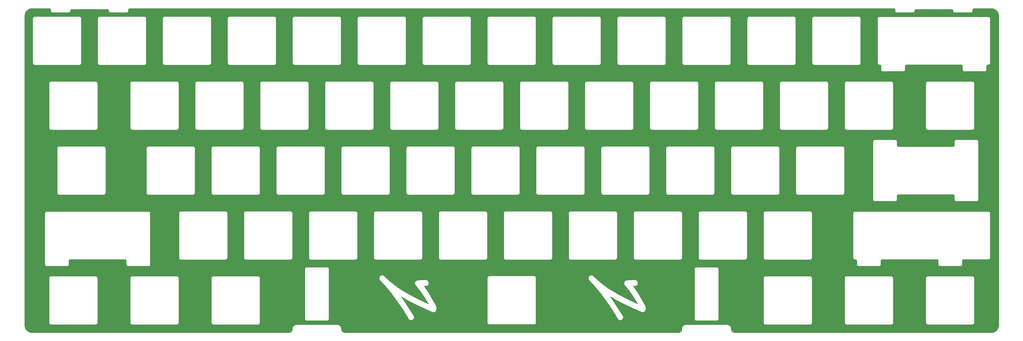
<source format=gbr>
G04 #@! TF.GenerationSoftware,KiCad,Pcbnew,(5.1.11)-1*
G04 #@! TF.CreationDate,2022-08-10T17:44:50+07:00*
G04 #@! TF.ProjectId,Plate,506c6174-652e-46b6-9963-61645f706362,rev?*
G04 #@! TF.SameCoordinates,Original*
G04 #@! TF.FileFunction,Copper,L2,Bot*
G04 #@! TF.FilePolarity,Positive*
%FSLAX45Y45*%
G04 Gerber Fmt 4.5, Leading zero omitted, Abs format (unit mm)*
G04 Created by KiCad (PCBNEW (5.1.11)-1) date 2022-08-10 17:44:50*
%MOMM*%
%LPD*%
G01*
G04 APERTURE LIST*
G04 #@! TA.AperFunction,NonConductor*
%ADD10C,0.025400*%
G04 #@! TD*
G04 #@! TA.AperFunction,NonConductor*
%ADD11C,0.100000*%
G04 #@! TD*
G04 APERTURE END LIST*
D10*
X1328574Y-5799441D02*
X1331046Y-5799629D01*
X1333484Y-5799939D01*
X1335881Y-5800367D01*
X1338235Y-5800910D01*
X1340543Y-5801566D01*
X1342806Y-5802331D01*
X1345015Y-5803203D01*
X1347172Y-5804177D01*
X1349272Y-5805253D01*
X1351308Y-5806424D01*
X1353285Y-5807691D01*
X1355192Y-5809047D01*
X1357032Y-5810493D01*
X1358798Y-5812023D01*
X1360489Y-5813635D01*
X1362101Y-5815326D01*
X1363632Y-5817093D01*
X1365077Y-5818933D01*
X1366435Y-5820841D01*
X1367701Y-5822816D01*
X1368873Y-5824855D01*
X1369947Y-5826953D01*
X1370922Y-5829109D01*
X1371794Y-5831319D01*
X1372559Y-5833581D01*
X1373215Y-5835891D01*
X1373758Y-5838246D01*
X1374186Y-5840641D01*
X1374496Y-5843079D01*
X1374684Y-5845551D01*
X1374748Y-5848079D01*
X1374748Y-5873121D01*
X1374749Y-5873137D01*
X1374813Y-5875663D01*
X1374816Y-5875687D01*
X1374815Y-5875712D01*
X1374816Y-5875730D01*
X1375010Y-5878270D01*
X1375014Y-5878293D01*
X1375014Y-5878318D01*
X1375016Y-5878336D01*
X1375334Y-5880838D01*
X1375340Y-5880861D01*
X1375341Y-5880886D01*
X1375344Y-5880904D01*
X1375784Y-5883366D01*
X1375790Y-5883389D01*
X1375793Y-5883413D01*
X1375797Y-5883431D01*
X1376356Y-5885850D01*
X1376363Y-5885873D01*
X1376367Y-5885896D01*
X1376372Y-5885913D01*
X1377046Y-5888286D01*
X1377054Y-5888308D01*
X1377059Y-5888331D01*
X1377065Y-5888349D01*
X1377851Y-5890672D01*
X1377861Y-5890694D01*
X1377867Y-5890716D01*
X1377874Y-5890733D01*
X1378769Y-5893004D01*
X1378779Y-5893024D01*
X1378787Y-5893046D01*
X1378794Y-5893063D01*
X1379795Y-5895278D01*
X1379807Y-5895298D01*
X1379815Y-5895320D01*
X1379823Y-5895336D01*
X1380927Y-5897492D01*
X1380940Y-5897511D01*
X1380949Y-5897532D01*
X1380958Y-5897548D01*
X1382162Y-5899642D01*
X1382175Y-5899660D01*
X1382185Y-5899681D01*
X1382195Y-5899696D01*
X1383496Y-5901725D01*
X1383509Y-5901742D01*
X1383520Y-5901763D01*
X1383531Y-5901778D01*
X1384925Y-5903738D01*
X1384940Y-5903755D01*
X1384952Y-5903774D01*
X1384963Y-5903789D01*
X1386447Y-5905677D01*
X1386463Y-5905694D01*
X1386475Y-5905712D01*
X1386487Y-5905726D01*
X1388059Y-5907540D01*
X1388075Y-5907556D01*
X1388089Y-5907574D01*
X1388101Y-5907587D01*
X1389757Y-5909323D01*
X1389774Y-5909338D01*
X1389788Y-5909355D01*
X1389801Y-5909368D01*
X1391538Y-5911023D01*
X1391555Y-5911037D01*
X1391571Y-5911054D01*
X1391584Y-5911066D01*
X1393399Y-5912637D01*
X1393417Y-5912650D01*
X1393433Y-5912666D01*
X1393447Y-5912678D01*
X1395336Y-5914162D01*
X1395355Y-5914174D01*
X1395372Y-5914189D01*
X1395387Y-5914200D01*
X1397347Y-5915594D01*
X1397366Y-5915605D01*
X1397384Y-5915619D01*
X1397400Y-5915629D01*
X1399428Y-5916930D01*
X1399448Y-5916940D01*
X1399467Y-5916954D01*
X1399483Y-5916963D01*
X1401577Y-5918167D01*
X1401597Y-5918176D01*
X1401616Y-5918189D01*
X1401633Y-5918197D01*
X1403789Y-5919302D01*
X1403810Y-5919310D01*
X1403830Y-5919322D01*
X1403847Y-5919329D01*
X1406061Y-5920331D01*
X1406084Y-5920338D01*
X1406104Y-5920349D01*
X1406121Y-5920356D01*
X1408391Y-5921251D01*
X1408414Y-5921258D01*
X1408435Y-5921268D01*
X1408453Y-5921274D01*
X1410776Y-5922060D01*
X1410799Y-5922065D01*
X1410821Y-5922074D01*
X1410838Y-5922079D01*
X1413211Y-5922753D01*
X1413234Y-5922757D01*
X1413257Y-5922765D01*
X1413275Y-5922769D01*
X1415694Y-5923328D01*
X1415717Y-5923331D01*
X1415741Y-5923337D01*
X1415759Y-5923341D01*
X1418221Y-5923781D01*
X1418245Y-5923782D01*
X1418268Y-5923788D01*
X1418287Y-5923791D01*
X1420789Y-5924109D01*
X1420813Y-5924109D01*
X1420837Y-5924114D01*
X1420855Y-5924115D01*
X1423394Y-5924308D01*
X1423419Y-5924308D01*
X1423443Y-5924311D01*
X1423461Y-5924312D01*
X1425988Y-5924376D01*
X1426004Y-5924377D01*
X1897243Y-5924377D01*
X1897259Y-5924376D01*
X1899785Y-5924312D01*
X1899809Y-5924309D01*
X1899833Y-5924310D01*
X1899852Y-5924308D01*
X1902391Y-5924115D01*
X1902415Y-5924111D01*
X1902439Y-5924111D01*
X1902457Y-5924109D01*
X1904959Y-5923791D01*
X1904983Y-5923785D01*
X1905007Y-5923784D01*
X1905025Y-5923780D01*
X1907487Y-5923341D01*
X1907510Y-5923334D01*
X1907534Y-5923332D01*
X1907552Y-5923328D01*
X1909971Y-5922769D01*
X1909994Y-5922762D01*
X1910017Y-5922758D01*
X1910035Y-5922753D01*
X1912408Y-5922079D01*
X1912429Y-5922071D01*
X1912453Y-5922065D01*
X1912470Y-5922060D01*
X1914793Y-5921274D01*
X1914815Y-5921264D01*
X1914837Y-5921258D01*
X1914854Y-5921251D01*
X1917125Y-5920356D01*
X1917145Y-5920345D01*
X1917168Y-5920338D01*
X1917185Y-5920331D01*
X1919399Y-5919329D01*
X1919419Y-5919318D01*
X1919441Y-5919310D01*
X1919457Y-5919302D01*
X1921613Y-5918197D01*
X1921633Y-5918185D01*
X1921653Y-5918176D01*
X1921669Y-5918167D01*
X1923763Y-5916963D01*
X1923782Y-5916950D01*
X1923802Y-5916940D01*
X1923818Y-5916930D01*
X1925846Y-5915629D01*
X1925864Y-5915615D01*
X1925884Y-5915604D01*
X1925899Y-5915594D01*
X1927859Y-5914200D01*
X1927876Y-5914185D01*
X1927895Y-5914173D01*
X1927910Y-5914162D01*
X1929799Y-5912678D01*
X1929815Y-5912662D01*
X1929834Y-5912649D01*
X1929848Y-5912637D01*
X1931662Y-5911066D01*
X1931677Y-5911049D01*
X1931695Y-5911036D01*
X1931708Y-5911023D01*
X1933445Y-5909368D01*
X1933459Y-5909351D01*
X1933477Y-5909337D01*
X1933489Y-5909323D01*
X1935145Y-5907587D01*
X1935158Y-5907569D01*
X1935175Y-5907554D01*
X1935187Y-5907540D01*
X1936759Y-5905726D01*
X1936772Y-5905708D01*
X1936787Y-5905692D01*
X1936799Y-5905677D01*
X1938283Y-5903789D01*
X1938295Y-5903770D01*
X1938310Y-5903753D01*
X1938321Y-5903738D01*
X1939715Y-5901778D01*
X1939726Y-5901758D01*
X1939741Y-5901741D01*
X1939751Y-5901725D01*
X1941051Y-5899697D01*
X1941062Y-5899676D01*
X1941075Y-5899658D01*
X1941084Y-5899642D01*
X1942288Y-5897548D01*
X1942297Y-5897528D01*
X1942310Y-5897508D01*
X1942319Y-5897492D01*
X1943423Y-5895336D01*
X1943432Y-5895314D01*
X1943443Y-5895295D01*
X1943451Y-5895278D01*
X1944452Y-5893063D01*
X1944460Y-5893041D01*
X1944470Y-5893021D01*
X1944477Y-5893004D01*
X1945373Y-5890733D01*
X1945379Y-5890711D01*
X1945389Y-5890689D01*
X1945395Y-5890672D01*
X1946181Y-5888349D01*
X1946186Y-5888326D01*
X1946195Y-5888304D01*
X1946200Y-5888286D01*
X1946874Y-5885914D01*
X1946878Y-5885891D01*
X1946886Y-5885868D01*
X1946891Y-5885850D01*
X1947449Y-5883431D01*
X1947452Y-5883407D01*
X1947459Y-5883384D01*
X1947462Y-5883366D01*
X1947902Y-5880904D01*
X1947904Y-5880879D01*
X1947909Y-5880856D01*
X1947912Y-5880838D01*
X1948230Y-5878336D01*
X1948231Y-5878312D01*
X1948235Y-5878288D01*
X1948237Y-5878270D01*
X1948430Y-5875730D01*
X1948429Y-5875706D01*
X1948433Y-5875682D01*
X1948433Y-5875664D01*
X1948498Y-5873091D01*
X1948498Y-5873091D01*
X1948562Y-5870551D01*
X1948750Y-5868079D01*
X1949060Y-5865641D01*
X1949488Y-5863244D01*
X1950032Y-5860890D01*
X1950687Y-5858582D01*
X1951453Y-5856319D01*
X1952324Y-5854109D01*
X1953299Y-5851953D01*
X1954375Y-5849852D01*
X1955545Y-5847817D01*
X1956812Y-5845841D01*
X1958169Y-5843933D01*
X1959615Y-5842093D01*
X1961144Y-5840327D01*
X1962756Y-5838637D01*
X1964447Y-5837024D01*
X1966214Y-5835493D01*
X1968054Y-5834047D01*
X1969961Y-5832691D01*
X1971937Y-5831424D01*
X1973976Y-5830252D01*
X1976075Y-5829177D01*
X1978231Y-5828203D01*
X1980440Y-5827331D01*
X1982703Y-5826566D01*
X1985012Y-5825910D01*
X1987368Y-5825366D01*
X1989762Y-5824939D01*
X1992200Y-5824629D01*
X1994672Y-5824441D01*
X1997196Y-5824377D01*
X3026050Y-5824377D01*
X3028574Y-5824441D01*
X3031046Y-5824629D01*
X3033484Y-5824939D01*
X3035881Y-5825367D01*
X3038235Y-5825910D01*
X3040543Y-5826566D01*
X3042806Y-5827331D01*
X3045015Y-5828203D01*
X3047172Y-5829177D01*
X3049272Y-5830253D01*
X3051308Y-5831424D01*
X3053285Y-5832691D01*
X3055192Y-5834047D01*
X3057032Y-5835493D01*
X3058798Y-5837023D01*
X3060489Y-5838635D01*
X3062101Y-5840326D01*
X3063631Y-5842093D01*
X3065077Y-5843933D01*
X3066434Y-5845841D01*
X3067701Y-5847816D01*
X3068873Y-5849855D01*
X3069947Y-5851953D01*
X3070922Y-5854109D01*
X3071794Y-5856319D01*
X3072559Y-5858581D01*
X3073215Y-5860891D01*
X3073758Y-5863246D01*
X3074186Y-5865641D01*
X3074496Y-5868079D01*
X3074684Y-5870551D01*
X3074748Y-5873091D01*
X3074813Y-5875663D01*
X3074816Y-5875687D01*
X3074815Y-5875712D01*
X3074816Y-5875730D01*
X3075009Y-5878270D01*
X3075014Y-5878293D01*
X3075014Y-5878318D01*
X3075016Y-5878336D01*
X3075334Y-5880838D01*
X3075339Y-5880861D01*
X3075341Y-5880886D01*
X3075344Y-5880904D01*
X3075784Y-5883366D01*
X3075790Y-5883389D01*
X3075793Y-5883413D01*
X3075797Y-5883431D01*
X3076355Y-5885850D01*
X3076363Y-5885873D01*
X3076367Y-5885896D01*
X3076372Y-5885913D01*
X3077046Y-5888286D01*
X3077054Y-5888308D01*
X3077059Y-5888331D01*
X3077065Y-5888349D01*
X3077851Y-5890672D01*
X3077861Y-5890694D01*
X3077867Y-5890716D01*
X3077873Y-5890733D01*
X3078769Y-5893004D01*
X3078779Y-5893024D01*
X3078786Y-5893046D01*
X3078794Y-5893063D01*
X3079795Y-5895278D01*
X3079807Y-5895298D01*
X3079815Y-5895320D01*
X3079823Y-5895336D01*
X3080927Y-5897492D01*
X3080940Y-5897511D01*
X3080949Y-5897532D01*
X3080958Y-5897548D01*
X3082162Y-5899642D01*
X3082175Y-5899660D01*
X3082185Y-5899681D01*
X3082195Y-5899696D01*
X3083495Y-5901725D01*
X3083509Y-5901742D01*
X3083520Y-5901763D01*
X3083531Y-5901778D01*
X3084925Y-5903738D01*
X3084939Y-5903755D01*
X3084952Y-5903774D01*
X3084963Y-5903789D01*
X3086447Y-5905677D01*
X3086463Y-5905694D01*
X3086475Y-5905712D01*
X3086487Y-5905726D01*
X3088059Y-5907540D01*
X3088075Y-5907556D01*
X3088089Y-5907574D01*
X3088101Y-5907587D01*
X3089757Y-5909323D01*
X3089774Y-5909338D01*
X3089788Y-5909355D01*
X3089801Y-5909368D01*
X3091538Y-5911023D01*
X3091555Y-5911037D01*
X3091571Y-5911054D01*
X3091584Y-5911066D01*
X3093399Y-5912637D01*
X3093417Y-5912650D01*
X3093433Y-5912666D01*
X3093447Y-5912678D01*
X3095336Y-5914162D01*
X3095355Y-5914174D01*
X3095372Y-5914189D01*
X3095387Y-5914200D01*
X3097347Y-5915594D01*
X3097366Y-5915605D01*
X3097384Y-5915619D01*
X3097400Y-5915629D01*
X3099428Y-5916930D01*
X3099448Y-5916940D01*
X3099467Y-5916954D01*
X3099483Y-5916963D01*
X3101577Y-5918167D01*
X3101597Y-5918176D01*
X3101616Y-5918189D01*
X3101633Y-5918197D01*
X3103789Y-5919302D01*
X3103810Y-5919310D01*
X3103830Y-5919322D01*
X3103847Y-5919329D01*
X3106061Y-5920331D01*
X3106084Y-5920338D01*
X3106104Y-5920349D01*
X3106121Y-5920356D01*
X3108391Y-5921251D01*
X3108414Y-5921258D01*
X3108435Y-5921268D01*
X3108453Y-5921274D01*
X3110776Y-5922060D01*
X3110799Y-5922065D01*
X3110821Y-5922074D01*
X3110838Y-5922079D01*
X3113211Y-5922753D01*
X3113234Y-5922757D01*
X3113257Y-5922765D01*
X3113275Y-5922769D01*
X3115694Y-5923328D01*
X3115717Y-5923331D01*
X3115741Y-5923337D01*
X3115759Y-5923341D01*
X3118221Y-5923781D01*
X3118245Y-5923782D01*
X3118268Y-5923788D01*
X3118287Y-5923791D01*
X3120789Y-5924109D01*
X3120813Y-5924109D01*
X3120837Y-5924114D01*
X3120855Y-5924115D01*
X3123394Y-5924308D01*
X3123419Y-5924308D01*
X3123443Y-5924311D01*
X3123461Y-5924312D01*
X3125988Y-5924376D01*
X3126004Y-5924377D01*
X3597243Y-5924377D01*
X3597259Y-5924376D01*
X3599785Y-5924312D01*
X3599809Y-5924309D01*
X3599833Y-5924310D01*
X3599852Y-5924308D01*
X3602391Y-5924115D01*
X3602415Y-5924111D01*
X3602439Y-5924111D01*
X3602457Y-5924109D01*
X3604959Y-5923791D01*
X3604983Y-5923785D01*
X3605007Y-5923784D01*
X3605025Y-5923780D01*
X3607487Y-5923341D01*
X3607510Y-5923334D01*
X3607534Y-5923332D01*
X3607552Y-5923328D01*
X3609971Y-5922769D01*
X3609994Y-5922762D01*
X3610017Y-5922758D01*
X3610035Y-5922753D01*
X3612408Y-5922079D01*
X3612429Y-5922071D01*
X3612453Y-5922065D01*
X3612470Y-5922060D01*
X3614793Y-5921274D01*
X3614815Y-5921264D01*
X3614837Y-5921258D01*
X3614854Y-5921251D01*
X3617125Y-5920356D01*
X3617145Y-5920345D01*
X3617168Y-5920338D01*
X3617185Y-5920331D01*
X3619399Y-5919329D01*
X3619419Y-5919318D01*
X3619441Y-5919310D01*
X3619457Y-5919302D01*
X3621613Y-5918197D01*
X3621633Y-5918185D01*
X3621653Y-5918176D01*
X3621669Y-5918167D01*
X3623763Y-5916963D01*
X3623782Y-5916950D01*
X3623802Y-5916940D01*
X3623818Y-5916930D01*
X3625846Y-5915629D01*
X3625864Y-5915615D01*
X3625884Y-5915604D01*
X3625899Y-5915594D01*
X3627859Y-5914200D01*
X3627876Y-5914185D01*
X3627895Y-5914173D01*
X3627910Y-5914162D01*
X3629799Y-5912678D01*
X3629815Y-5912662D01*
X3629834Y-5912649D01*
X3629848Y-5912637D01*
X3631662Y-5911066D01*
X3631677Y-5911049D01*
X3631695Y-5911036D01*
X3631708Y-5911023D01*
X3633445Y-5909368D01*
X3633459Y-5909351D01*
X3633477Y-5909337D01*
X3633489Y-5909323D01*
X3635145Y-5907587D01*
X3635158Y-5907569D01*
X3635175Y-5907554D01*
X3635187Y-5907540D01*
X3636759Y-5905726D01*
X3636772Y-5905708D01*
X3636787Y-5905692D01*
X3636799Y-5905677D01*
X3638283Y-5903789D01*
X3638295Y-5903770D01*
X3638310Y-5903753D01*
X3638321Y-5903738D01*
X3639715Y-5901778D01*
X3639726Y-5901758D01*
X3639741Y-5901741D01*
X3639751Y-5901725D01*
X3641051Y-5899697D01*
X3641062Y-5899676D01*
X3641075Y-5899658D01*
X3641084Y-5899642D01*
X3642288Y-5897548D01*
X3642297Y-5897528D01*
X3642310Y-5897508D01*
X3642319Y-5897492D01*
X3643423Y-5895336D01*
X3643432Y-5895314D01*
X3643443Y-5895295D01*
X3643451Y-5895278D01*
X3644452Y-5893063D01*
X3644460Y-5893041D01*
X3644470Y-5893021D01*
X3644477Y-5893004D01*
X3645373Y-5890733D01*
X3645379Y-5890711D01*
X3645389Y-5890689D01*
X3645395Y-5890672D01*
X3646181Y-5888349D01*
X3646186Y-5888326D01*
X3646195Y-5888304D01*
X3646200Y-5888286D01*
X3646874Y-5885914D01*
X3646878Y-5885891D01*
X3646886Y-5885868D01*
X3646891Y-5885850D01*
X3647449Y-5883431D01*
X3647452Y-5883407D01*
X3647459Y-5883384D01*
X3647462Y-5883366D01*
X3647902Y-5880904D01*
X3647904Y-5880879D01*
X3647909Y-5880856D01*
X3647912Y-5880838D01*
X3648230Y-5878336D01*
X3648231Y-5878312D01*
X3648235Y-5878288D01*
X3648237Y-5878270D01*
X3648430Y-5875730D01*
X3648429Y-5875706D01*
X3648433Y-5875682D01*
X3648433Y-5875664D01*
X3648497Y-5873137D01*
X3648499Y-5873121D01*
X3648499Y-5848073D01*
X3648562Y-5845551D01*
X3648750Y-5843079D01*
X3649060Y-5840641D01*
X3649488Y-5838244D01*
X3650032Y-5835890D01*
X3650687Y-5833582D01*
X3651453Y-5831319D01*
X3652324Y-5829109D01*
X3653299Y-5826953D01*
X3654375Y-5824852D01*
X3655545Y-5822817D01*
X3656812Y-5820841D01*
X3658169Y-5818933D01*
X3659615Y-5817093D01*
X3661144Y-5815327D01*
X3662756Y-5813637D01*
X3664447Y-5812024D01*
X3666214Y-5810493D01*
X3668054Y-5809047D01*
X3669961Y-5807691D01*
X3671937Y-5806424D01*
X3673976Y-5805252D01*
X3676075Y-5804177D01*
X3678231Y-5803203D01*
X3680440Y-5802331D01*
X3682703Y-5801566D01*
X3685012Y-5800910D01*
X3687368Y-5800366D01*
X3689762Y-5799939D01*
X3692200Y-5799629D01*
X3694672Y-5799441D01*
X3697196Y-5799377D01*
X26091050Y-5799377D01*
X26093574Y-5799441D01*
X26096046Y-5799629D01*
X26098484Y-5799939D01*
X26100881Y-5800367D01*
X26103235Y-5800910D01*
X26105543Y-5801566D01*
X26107806Y-5802331D01*
X26110015Y-5803203D01*
X26112172Y-5804177D01*
X26114272Y-5805253D01*
X26116308Y-5806424D01*
X26118285Y-5807691D01*
X26120192Y-5809047D01*
X26122032Y-5810493D01*
X26123798Y-5812023D01*
X26125489Y-5813635D01*
X26127101Y-5815326D01*
X26128631Y-5817093D01*
X26130077Y-5818933D01*
X26131434Y-5820841D01*
X26132701Y-5822816D01*
X26133873Y-5824855D01*
X26134947Y-5826953D01*
X26135922Y-5829109D01*
X26136794Y-5831319D01*
X26137559Y-5833581D01*
X26138215Y-5835891D01*
X26138758Y-5838246D01*
X26139186Y-5840641D01*
X26139496Y-5843079D01*
X26139684Y-5845551D01*
X26139748Y-5848079D01*
X26139748Y-5873121D01*
X26139749Y-5873137D01*
X26139813Y-5875663D01*
X26139816Y-5875687D01*
X26139815Y-5875712D01*
X26139816Y-5875730D01*
X26140009Y-5878270D01*
X26140014Y-5878293D01*
X26140014Y-5878318D01*
X26140016Y-5878336D01*
X26140334Y-5880838D01*
X26140339Y-5880861D01*
X26140341Y-5880886D01*
X26140344Y-5880904D01*
X26140784Y-5883366D01*
X26140790Y-5883389D01*
X26140793Y-5883413D01*
X26140797Y-5883431D01*
X26141355Y-5885850D01*
X26141363Y-5885873D01*
X26141367Y-5885896D01*
X26141372Y-5885913D01*
X26142046Y-5888286D01*
X26142054Y-5888308D01*
X26142059Y-5888331D01*
X26142065Y-5888349D01*
X26142851Y-5890672D01*
X26142861Y-5890694D01*
X26142867Y-5890716D01*
X26142873Y-5890733D01*
X26143769Y-5893004D01*
X26143779Y-5893024D01*
X26143786Y-5893046D01*
X26143794Y-5893063D01*
X26144795Y-5895278D01*
X26144807Y-5895298D01*
X26144815Y-5895320D01*
X26144823Y-5895336D01*
X26145927Y-5897492D01*
X26145940Y-5897511D01*
X26145949Y-5897532D01*
X26145958Y-5897548D01*
X26147162Y-5899642D01*
X26147175Y-5899660D01*
X26147185Y-5899681D01*
X26147195Y-5899696D01*
X26148495Y-5901725D01*
X26148509Y-5901742D01*
X26148520Y-5901763D01*
X26148531Y-5901778D01*
X26149925Y-5903738D01*
X26149939Y-5903755D01*
X26149952Y-5903774D01*
X26149963Y-5903789D01*
X26151447Y-5905677D01*
X26151463Y-5905694D01*
X26151475Y-5905712D01*
X26151487Y-5905726D01*
X26153059Y-5907540D01*
X26153075Y-5907556D01*
X26153089Y-5907574D01*
X26153101Y-5907587D01*
X26154757Y-5909323D01*
X26154774Y-5909338D01*
X26154788Y-5909355D01*
X26154801Y-5909368D01*
X26156538Y-5911023D01*
X26156555Y-5911037D01*
X26156571Y-5911054D01*
X26156584Y-5911066D01*
X26158399Y-5912637D01*
X26158417Y-5912650D01*
X26158433Y-5912666D01*
X26158447Y-5912678D01*
X26160336Y-5914162D01*
X26160355Y-5914174D01*
X26160372Y-5914189D01*
X26160387Y-5914200D01*
X26162347Y-5915594D01*
X26162366Y-5915605D01*
X26162384Y-5915619D01*
X26162400Y-5915629D01*
X26164428Y-5916930D01*
X26164448Y-5916940D01*
X26164467Y-5916954D01*
X26164483Y-5916963D01*
X26166577Y-5918167D01*
X26166597Y-5918176D01*
X26166616Y-5918189D01*
X26166633Y-5918197D01*
X26168789Y-5919302D01*
X26168810Y-5919310D01*
X26168830Y-5919322D01*
X26168847Y-5919329D01*
X26171061Y-5920331D01*
X26171084Y-5920338D01*
X26171104Y-5920349D01*
X26171121Y-5920356D01*
X26173391Y-5921251D01*
X26173414Y-5921258D01*
X26173435Y-5921268D01*
X26173453Y-5921274D01*
X26175776Y-5922060D01*
X26175799Y-5922065D01*
X26175821Y-5922074D01*
X26175838Y-5922079D01*
X26178211Y-5922753D01*
X26178234Y-5922757D01*
X26178257Y-5922765D01*
X26178275Y-5922769D01*
X26180694Y-5923328D01*
X26180717Y-5923331D01*
X26180741Y-5923337D01*
X26180759Y-5923341D01*
X26183221Y-5923781D01*
X26183245Y-5923782D01*
X26183268Y-5923788D01*
X26183287Y-5923791D01*
X26185789Y-5924109D01*
X26185813Y-5924109D01*
X26185837Y-5924114D01*
X26185855Y-5924115D01*
X26188394Y-5924308D01*
X26188419Y-5924308D01*
X26188443Y-5924311D01*
X26188461Y-5924312D01*
X26190988Y-5924376D01*
X26191004Y-5924377D01*
X26662243Y-5924377D01*
X26662259Y-5924376D01*
X26664785Y-5924312D01*
X26664809Y-5924309D01*
X26664833Y-5924310D01*
X26664852Y-5924308D01*
X26667391Y-5924115D01*
X26667415Y-5924111D01*
X26667439Y-5924111D01*
X26667457Y-5924109D01*
X26669959Y-5923791D01*
X26669983Y-5923785D01*
X26670007Y-5923784D01*
X26670025Y-5923780D01*
X26672487Y-5923341D01*
X26672510Y-5923334D01*
X26672534Y-5923332D01*
X26672552Y-5923328D01*
X26674971Y-5922769D01*
X26674994Y-5922762D01*
X26675017Y-5922758D01*
X26675035Y-5922753D01*
X26677408Y-5922079D01*
X26677429Y-5922071D01*
X26677453Y-5922065D01*
X26677470Y-5922060D01*
X26679793Y-5921274D01*
X26679815Y-5921264D01*
X26679837Y-5921258D01*
X26679854Y-5921251D01*
X26682125Y-5920356D01*
X26682145Y-5920345D01*
X26682168Y-5920338D01*
X26682185Y-5920331D01*
X26684399Y-5919329D01*
X26684419Y-5919318D01*
X26684441Y-5919310D01*
X26684457Y-5919302D01*
X26686613Y-5918197D01*
X26686633Y-5918185D01*
X26686653Y-5918176D01*
X26686669Y-5918167D01*
X26688763Y-5916963D01*
X26688782Y-5916950D01*
X26688802Y-5916940D01*
X26688818Y-5916930D01*
X26690846Y-5915629D01*
X26690864Y-5915615D01*
X26690884Y-5915604D01*
X26690899Y-5915594D01*
X26692859Y-5914200D01*
X26692876Y-5914185D01*
X26692895Y-5914173D01*
X26692910Y-5914162D01*
X26694799Y-5912678D01*
X26694815Y-5912662D01*
X26694834Y-5912649D01*
X26694848Y-5912637D01*
X26696662Y-5911066D01*
X26696677Y-5911049D01*
X26696695Y-5911036D01*
X26696708Y-5911023D01*
X26698445Y-5909368D01*
X26698459Y-5909351D01*
X26698477Y-5909337D01*
X26698489Y-5909323D01*
X26700145Y-5907587D01*
X26700158Y-5907569D01*
X26700175Y-5907554D01*
X26700187Y-5907540D01*
X26701759Y-5905726D01*
X26701772Y-5905708D01*
X26701787Y-5905692D01*
X26701799Y-5905677D01*
X26703283Y-5903789D01*
X26703295Y-5903770D01*
X26703310Y-5903753D01*
X26703321Y-5903738D01*
X26704715Y-5901778D01*
X26704726Y-5901758D01*
X26704741Y-5901741D01*
X26704751Y-5901725D01*
X26706051Y-5899697D01*
X26706062Y-5899676D01*
X26706075Y-5899658D01*
X26706084Y-5899642D01*
X26707288Y-5897548D01*
X26707297Y-5897528D01*
X26707310Y-5897508D01*
X26707319Y-5897492D01*
X26708423Y-5895336D01*
X26708432Y-5895314D01*
X26708443Y-5895295D01*
X26708451Y-5895278D01*
X26709452Y-5893063D01*
X26709460Y-5893041D01*
X26709470Y-5893021D01*
X26709477Y-5893004D01*
X26710373Y-5890733D01*
X26710379Y-5890711D01*
X26710389Y-5890689D01*
X26710395Y-5890672D01*
X26711181Y-5888349D01*
X26711186Y-5888326D01*
X26711195Y-5888304D01*
X26711200Y-5888286D01*
X26711874Y-5885914D01*
X26711878Y-5885891D01*
X26711886Y-5885868D01*
X26711891Y-5885850D01*
X26712449Y-5883431D01*
X26712452Y-5883407D01*
X26712459Y-5883384D01*
X26712462Y-5883366D01*
X26712902Y-5880904D01*
X26712904Y-5880879D01*
X26712909Y-5880856D01*
X26712912Y-5880838D01*
X26713230Y-5878336D01*
X26713231Y-5878312D01*
X26713235Y-5878288D01*
X26713237Y-5878270D01*
X26713430Y-5875730D01*
X26713429Y-5875706D01*
X26713433Y-5875682D01*
X26713433Y-5875664D01*
X26713498Y-5873091D01*
X26713498Y-5873091D01*
X26713562Y-5870551D01*
X26713750Y-5868079D01*
X26714060Y-5865641D01*
X26714488Y-5863244D01*
X26715032Y-5860890D01*
X26715687Y-5858582D01*
X26716453Y-5856319D01*
X26717324Y-5854109D01*
X26718299Y-5851953D01*
X26719375Y-5849852D01*
X26720545Y-5847817D01*
X26721812Y-5845841D01*
X26723169Y-5843933D01*
X26724615Y-5842093D01*
X26726144Y-5840327D01*
X26727756Y-5838637D01*
X26729447Y-5837024D01*
X26731214Y-5835493D01*
X26733054Y-5834047D01*
X26734961Y-5832691D01*
X26736937Y-5831424D01*
X26738976Y-5830252D01*
X26741075Y-5829177D01*
X26743231Y-5828203D01*
X26745440Y-5827331D01*
X26747703Y-5826566D01*
X26750012Y-5825910D01*
X26752368Y-5825366D01*
X26754762Y-5824939D01*
X26757200Y-5824629D01*
X26759672Y-5824441D01*
X26762196Y-5824377D01*
X27791050Y-5824377D01*
X27793574Y-5824441D01*
X27796046Y-5824629D01*
X27798484Y-5824939D01*
X27800881Y-5825367D01*
X27803235Y-5825910D01*
X27805543Y-5826566D01*
X27807806Y-5827331D01*
X27810015Y-5828203D01*
X27812172Y-5829177D01*
X27814272Y-5830253D01*
X27816308Y-5831424D01*
X27818285Y-5832691D01*
X27820192Y-5834047D01*
X27822032Y-5835493D01*
X27823798Y-5837023D01*
X27825489Y-5838635D01*
X27827101Y-5840326D01*
X27828631Y-5842093D01*
X27830077Y-5843933D01*
X27831434Y-5845841D01*
X27832701Y-5847816D01*
X27833873Y-5849855D01*
X27834947Y-5851953D01*
X27835922Y-5854109D01*
X27836794Y-5856319D01*
X27837559Y-5858581D01*
X27838215Y-5860891D01*
X27838758Y-5863246D01*
X27839186Y-5865641D01*
X27839496Y-5868079D01*
X27839684Y-5870551D01*
X27839748Y-5873091D01*
X27839813Y-5875663D01*
X27839816Y-5875687D01*
X27839815Y-5875712D01*
X27839816Y-5875730D01*
X27840009Y-5878270D01*
X27840014Y-5878293D01*
X27840014Y-5878318D01*
X27840016Y-5878336D01*
X27840334Y-5880838D01*
X27840339Y-5880861D01*
X27840341Y-5880886D01*
X27840344Y-5880904D01*
X27840784Y-5883366D01*
X27840790Y-5883389D01*
X27840793Y-5883413D01*
X27840797Y-5883431D01*
X27841355Y-5885850D01*
X27841363Y-5885873D01*
X27841367Y-5885896D01*
X27841372Y-5885913D01*
X27842046Y-5888286D01*
X27842054Y-5888308D01*
X27842059Y-5888331D01*
X27842065Y-5888349D01*
X27842851Y-5890672D01*
X27842861Y-5890694D01*
X27842867Y-5890716D01*
X27842873Y-5890733D01*
X27843769Y-5893004D01*
X27843779Y-5893024D01*
X27843786Y-5893046D01*
X27843794Y-5893063D01*
X27844795Y-5895278D01*
X27844807Y-5895298D01*
X27844815Y-5895320D01*
X27844823Y-5895336D01*
X27845927Y-5897492D01*
X27845940Y-5897511D01*
X27845949Y-5897532D01*
X27845958Y-5897548D01*
X27847162Y-5899642D01*
X27847175Y-5899660D01*
X27847185Y-5899681D01*
X27847195Y-5899696D01*
X27848495Y-5901725D01*
X27848509Y-5901742D01*
X27848520Y-5901763D01*
X27848531Y-5901778D01*
X27849925Y-5903738D01*
X27849939Y-5903755D01*
X27849952Y-5903774D01*
X27849963Y-5903789D01*
X27851447Y-5905677D01*
X27851463Y-5905694D01*
X27851475Y-5905712D01*
X27851487Y-5905726D01*
X27853059Y-5907540D01*
X27853075Y-5907556D01*
X27853089Y-5907574D01*
X27853101Y-5907587D01*
X27854757Y-5909323D01*
X27854774Y-5909338D01*
X27854788Y-5909355D01*
X27854801Y-5909368D01*
X27856538Y-5911023D01*
X27856555Y-5911037D01*
X27856571Y-5911054D01*
X27856584Y-5911066D01*
X27858399Y-5912637D01*
X27858417Y-5912650D01*
X27858433Y-5912666D01*
X27858447Y-5912678D01*
X27860336Y-5914162D01*
X27860355Y-5914174D01*
X27860372Y-5914189D01*
X27860387Y-5914200D01*
X27862347Y-5915594D01*
X27862366Y-5915605D01*
X27862384Y-5915619D01*
X27862400Y-5915629D01*
X27864428Y-5916930D01*
X27864448Y-5916940D01*
X27864467Y-5916954D01*
X27864483Y-5916963D01*
X27866577Y-5918167D01*
X27866597Y-5918176D01*
X27866616Y-5918189D01*
X27866633Y-5918197D01*
X27868789Y-5919302D01*
X27868810Y-5919310D01*
X27868830Y-5919322D01*
X27868847Y-5919329D01*
X27871061Y-5920331D01*
X27871084Y-5920338D01*
X27871104Y-5920349D01*
X27871121Y-5920356D01*
X27873391Y-5921251D01*
X27873414Y-5921258D01*
X27873435Y-5921268D01*
X27873453Y-5921274D01*
X27875776Y-5922060D01*
X27875799Y-5922065D01*
X27875821Y-5922074D01*
X27875838Y-5922079D01*
X27878211Y-5922753D01*
X27878234Y-5922757D01*
X27878257Y-5922765D01*
X27878275Y-5922769D01*
X27880694Y-5923328D01*
X27880717Y-5923331D01*
X27880741Y-5923337D01*
X27880759Y-5923341D01*
X27883221Y-5923781D01*
X27883245Y-5923782D01*
X27883268Y-5923788D01*
X27883287Y-5923791D01*
X27885789Y-5924109D01*
X27885813Y-5924109D01*
X27885837Y-5924114D01*
X27885855Y-5924115D01*
X27888394Y-5924308D01*
X27888419Y-5924308D01*
X27888443Y-5924311D01*
X27888461Y-5924312D01*
X27890988Y-5924376D01*
X27891004Y-5924377D01*
X28362243Y-5924377D01*
X28362259Y-5924376D01*
X28364785Y-5924312D01*
X28364809Y-5924309D01*
X28364833Y-5924310D01*
X28364852Y-5924308D01*
X28367391Y-5924115D01*
X28367415Y-5924111D01*
X28367439Y-5924111D01*
X28367457Y-5924109D01*
X28369959Y-5923791D01*
X28369983Y-5923785D01*
X28370007Y-5923784D01*
X28370025Y-5923780D01*
X28372487Y-5923341D01*
X28372510Y-5923334D01*
X28372534Y-5923332D01*
X28372552Y-5923328D01*
X28374971Y-5922769D01*
X28374994Y-5922762D01*
X28375017Y-5922758D01*
X28375035Y-5922753D01*
X28377408Y-5922079D01*
X28377429Y-5922071D01*
X28377453Y-5922065D01*
X28377470Y-5922060D01*
X28379793Y-5921274D01*
X28379815Y-5921264D01*
X28379837Y-5921258D01*
X28379854Y-5921251D01*
X28382125Y-5920356D01*
X28382145Y-5920345D01*
X28382168Y-5920338D01*
X28382185Y-5920331D01*
X28384399Y-5919329D01*
X28384419Y-5919318D01*
X28384441Y-5919310D01*
X28384457Y-5919302D01*
X28386613Y-5918197D01*
X28386633Y-5918185D01*
X28386653Y-5918176D01*
X28386669Y-5918167D01*
X28388763Y-5916963D01*
X28388782Y-5916950D01*
X28388802Y-5916940D01*
X28388818Y-5916930D01*
X28390846Y-5915629D01*
X28390864Y-5915615D01*
X28390884Y-5915604D01*
X28390899Y-5915594D01*
X28392859Y-5914200D01*
X28392876Y-5914185D01*
X28392895Y-5914173D01*
X28392910Y-5914162D01*
X28394799Y-5912678D01*
X28394815Y-5912662D01*
X28394834Y-5912649D01*
X28394848Y-5912637D01*
X28396662Y-5911066D01*
X28396677Y-5911049D01*
X28396695Y-5911036D01*
X28396708Y-5911023D01*
X28398445Y-5909368D01*
X28398459Y-5909351D01*
X28398477Y-5909337D01*
X28398489Y-5909323D01*
X28400145Y-5907587D01*
X28400158Y-5907569D01*
X28400175Y-5907554D01*
X28400187Y-5907540D01*
X28401759Y-5905726D01*
X28401772Y-5905708D01*
X28401787Y-5905692D01*
X28401799Y-5905677D01*
X28403283Y-5903789D01*
X28403295Y-5903770D01*
X28403310Y-5903753D01*
X28403321Y-5903738D01*
X28404715Y-5901778D01*
X28404726Y-5901758D01*
X28404741Y-5901741D01*
X28404751Y-5901725D01*
X28406051Y-5899697D01*
X28406062Y-5899676D01*
X28406075Y-5899658D01*
X28406084Y-5899642D01*
X28407288Y-5897548D01*
X28407297Y-5897528D01*
X28407310Y-5897508D01*
X28407319Y-5897492D01*
X28408423Y-5895336D01*
X28408432Y-5895314D01*
X28408443Y-5895295D01*
X28408451Y-5895278D01*
X28409452Y-5893063D01*
X28409460Y-5893041D01*
X28409470Y-5893021D01*
X28409477Y-5893004D01*
X28410373Y-5890733D01*
X28410379Y-5890711D01*
X28410389Y-5890689D01*
X28410395Y-5890672D01*
X28411181Y-5888349D01*
X28411186Y-5888326D01*
X28411195Y-5888304D01*
X28411200Y-5888286D01*
X28411874Y-5885914D01*
X28411878Y-5885891D01*
X28411886Y-5885868D01*
X28411891Y-5885850D01*
X28412449Y-5883431D01*
X28412452Y-5883407D01*
X28412459Y-5883384D01*
X28412462Y-5883366D01*
X28412902Y-5880904D01*
X28412904Y-5880879D01*
X28412909Y-5880856D01*
X28412912Y-5880838D01*
X28413230Y-5878336D01*
X28413231Y-5878312D01*
X28413235Y-5878288D01*
X28413237Y-5878270D01*
X28413430Y-5875730D01*
X28413429Y-5875706D01*
X28413433Y-5875682D01*
X28413433Y-5875664D01*
X28413497Y-5873137D01*
X28413499Y-5873121D01*
X28413499Y-5848073D01*
X28413562Y-5845551D01*
X28413750Y-5843079D01*
X28414060Y-5840641D01*
X28414488Y-5838244D01*
X28415032Y-5835890D01*
X28415687Y-5833582D01*
X28416453Y-5831319D01*
X28417324Y-5829109D01*
X28418299Y-5826953D01*
X28419375Y-5824852D01*
X28420545Y-5822817D01*
X28421812Y-5820841D01*
X28423169Y-5818933D01*
X28424615Y-5817093D01*
X28426144Y-5815327D01*
X28427756Y-5813637D01*
X28429447Y-5812024D01*
X28431214Y-5810493D01*
X28433054Y-5809047D01*
X28434961Y-5807691D01*
X28436937Y-5806424D01*
X28438976Y-5805252D01*
X28441075Y-5804177D01*
X28443231Y-5803203D01*
X28445440Y-5802331D01*
X28447703Y-5801566D01*
X28450012Y-5800910D01*
X28452368Y-5800366D01*
X28454762Y-5799939D01*
X28457200Y-5799629D01*
X28459672Y-5799441D01*
X28462196Y-5799377D01*
X28956605Y-5799377D01*
X28968135Y-5799669D01*
X28979494Y-5800532D01*
X28990691Y-5801955D01*
X29001703Y-5803922D01*
X29012525Y-5806419D01*
X29023138Y-5809433D01*
X29033532Y-5812950D01*
X29043688Y-5816955D01*
X29053597Y-5821434D01*
X29063241Y-5826374D01*
X29072609Y-5831760D01*
X29081683Y-5837577D01*
X29090452Y-5843813D01*
X29098904Y-5850455D01*
X29107019Y-5857485D01*
X29114788Y-5864892D01*
X29122195Y-5872660D01*
X29129226Y-5880777D01*
X29135866Y-5889227D01*
X29142103Y-5897998D01*
X29147921Y-5907073D01*
X29153306Y-5916439D01*
X29158246Y-5926083D01*
X29162725Y-5935991D01*
X29166730Y-5946148D01*
X29170246Y-5956540D01*
X29173261Y-5967155D01*
X29175759Y-5977978D01*
X29177725Y-5988990D01*
X29179148Y-6000186D01*
X29180011Y-6011545D01*
X29180303Y-6023079D01*
X29180303Y-15098040D01*
X29180011Y-15109569D01*
X29179148Y-15120928D01*
X29177725Y-15132124D01*
X29175759Y-15143136D01*
X29173261Y-15153959D01*
X29170246Y-15164574D01*
X29166730Y-15174966D01*
X29162725Y-15185123D01*
X29158246Y-15195031D01*
X29153306Y-15204676D01*
X29147921Y-15214041D01*
X29142103Y-15223117D01*
X29135866Y-15231887D01*
X29129226Y-15240338D01*
X29122195Y-15248455D01*
X29114788Y-15256222D01*
X29107019Y-15263630D01*
X29098904Y-15270660D01*
X29090453Y-15277301D01*
X29081683Y-15283537D01*
X29072609Y-15289354D01*
X29063241Y-15294740D01*
X29053597Y-15299680D01*
X29043688Y-15304160D01*
X29033532Y-15308164D01*
X29023138Y-15311681D01*
X29012525Y-15314695D01*
X29001703Y-15317193D01*
X28990691Y-15319159D01*
X28979494Y-15320582D01*
X28968135Y-15321446D01*
X28956605Y-15321737D01*
X21447102Y-15321737D01*
X21441016Y-15321583D01*
X21435029Y-15321128D01*
X21429128Y-15320378D01*
X21423324Y-15319342D01*
X21417621Y-15318025D01*
X21412027Y-15316437D01*
X21406549Y-15314583D01*
X21401196Y-15312473D01*
X21395973Y-15310112D01*
X21390891Y-15307509D01*
X21385954Y-15304670D01*
X21381170Y-15301603D01*
X21376550Y-15298317D01*
X21372095Y-15294817D01*
X21367819Y-15291113D01*
X21363723Y-15287208D01*
X21359819Y-15283112D01*
X21356115Y-15278836D01*
X21352613Y-15274381D01*
X21349327Y-15269760D01*
X21346260Y-15264975D01*
X21343422Y-15260040D01*
X21340818Y-15254956D01*
X21338458Y-15249734D01*
X21336347Y-15244382D01*
X21334493Y-15238903D01*
X21332905Y-15233310D01*
X21331589Y-15227606D01*
X21330552Y-15221803D01*
X21329802Y-15215901D01*
X21329347Y-15209915D01*
X21329193Y-15203813D01*
X21329193Y-15203813D01*
X21329038Y-15197678D01*
X21329035Y-15197654D01*
X21329036Y-15197630D01*
X21329034Y-15197612D01*
X21328574Y-15191558D01*
X21328570Y-15191534D01*
X21328570Y-15191510D01*
X21328567Y-15191491D01*
X21327809Y-15185525D01*
X21327804Y-15185502D01*
X21327802Y-15185478D01*
X21327799Y-15185460D01*
X21326751Y-15179589D01*
X21326744Y-15179566D01*
X21326742Y-15179542D01*
X21326738Y-15179524D01*
X21325407Y-15173757D01*
X21325399Y-15173734D01*
X21325395Y-15173711D01*
X21325390Y-15173693D01*
X21323784Y-15168036D01*
X21323775Y-15168014D01*
X21323770Y-15167991D01*
X21323764Y-15167974D01*
X21321890Y-15162435D01*
X21321880Y-15162413D01*
X21321874Y-15162391D01*
X21321868Y-15162373D01*
X21319733Y-15156960D01*
X21319723Y-15156939D01*
X21319716Y-15156917D01*
X21319708Y-15156900D01*
X21317321Y-15151620D01*
X21317309Y-15151600D01*
X21317301Y-15151578D01*
X21317293Y-15151562D01*
X21314660Y-15146422D01*
X21314648Y-15146403D01*
X21314639Y-15146381D01*
X21314630Y-15146365D01*
X21311759Y-15141373D01*
X21311746Y-15141355D01*
X21311736Y-15141334D01*
X21311726Y-15141319D01*
X21308625Y-15136482D01*
X21308611Y-15136464D01*
X21308600Y-15136445D01*
X21308590Y-15136430D01*
X21305266Y-15131756D01*
X21305252Y-15131739D01*
X21305240Y-15131720D01*
X21305228Y-15131705D01*
X21301689Y-15127202D01*
X21301674Y-15127186D01*
X21301661Y-15127167D01*
X21301649Y-15127153D01*
X21297902Y-15122828D01*
X21297887Y-15122813D01*
X21297873Y-15122794D01*
X21297860Y-15122781D01*
X21293913Y-15118641D01*
X21293896Y-15118626D01*
X21293882Y-15118609D01*
X21293868Y-15118596D01*
X21289728Y-15114649D01*
X21289711Y-15114635D01*
X21289695Y-15114619D01*
X21289682Y-15114607D01*
X21285356Y-15110860D01*
X21285338Y-15110847D01*
X21285322Y-15110831D01*
X21285307Y-15110820D01*
X21280804Y-15107281D01*
X21280785Y-15107269D01*
X21280768Y-15107254D01*
X21280753Y-15107243D01*
X21276080Y-15103919D01*
X21276060Y-15103908D01*
X21276042Y-15103894D01*
X21276027Y-15103884D01*
X21271190Y-15100783D01*
X21271170Y-15100773D01*
X21271152Y-15100759D01*
X21271136Y-15100750D01*
X21266144Y-15097879D01*
X21266123Y-15097870D01*
X21266104Y-15097857D01*
X21266087Y-15097849D01*
X21260947Y-15095216D01*
X21260926Y-15095208D01*
X21260906Y-15095196D01*
X21260889Y-15095188D01*
X21255609Y-15092801D01*
X21255587Y-15092794D01*
X21255566Y-15092783D01*
X21255549Y-15092776D01*
X21250136Y-15090641D01*
X21250113Y-15090635D01*
X21250092Y-15090625D01*
X21250075Y-15090619D01*
X21244535Y-15088745D01*
X21244513Y-15088739D01*
X21244491Y-15088730D01*
X21244473Y-15088725D01*
X21238816Y-15087119D01*
X21238793Y-15087115D01*
X21238770Y-15087107D01*
X21238752Y-15087103D01*
X21232985Y-15085771D01*
X21232961Y-15085768D01*
X21232938Y-15085762D01*
X21232920Y-15085758D01*
X21227049Y-15084710D01*
X21227026Y-15084708D01*
X21227002Y-15084702D01*
X21226984Y-15084700D01*
X21221018Y-15083942D01*
X21220993Y-15083941D01*
X21220970Y-15083936D01*
X21220951Y-15083935D01*
X21214897Y-15083475D01*
X21214873Y-15083475D01*
X21214849Y-15083472D01*
X21214831Y-15083471D01*
X21208743Y-15083317D01*
X21208727Y-15083316D01*
X20009502Y-15083316D01*
X20009486Y-15083317D01*
X20003398Y-15083471D01*
X20003374Y-15083474D01*
X20003350Y-15083473D01*
X20003332Y-15083475D01*
X19997278Y-15083935D01*
X19997254Y-15083939D01*
X19997230Y-15083939D01*
X19997211Y-15083942D01*
X19991245Y-15084700D01*
X19991222Y-15084705D01*
X19991198Y-15084707D01*
X19991180Y-15084710D01*
X19985309Y-15085758D01*
X19985286Y-15085765D01*
X19985262Y-15085767D01*
X19985244Y-15085771D01*
X19979477Y-15087103D01*
X19979454Y-15087110D01*
X19979431Y-15087114D01*
X19979413Y-15087119D01*
X19973756Y-15088725D01*
X19973734Y-15088734D01*
X19973711Y-15088739D01*
X19973694Y-15088745D01*
X19968154Y-15090619D01*
X19968133Y-15090629D01*
X19968111Y-15090635D01*
X19968093Y-15090641D01*
X19962680Y-15092776D01*
X19962659Y-15092786D01*
X19962637Y-15092794D01*
X19962620Y-15092801D01*
X19957340Y-15095188D01*
X19957320Y-15095200D01*
X19957298Y-15095208D01*
X19957282Y-15095216D01*
X19952142Y-15097849D01*
X19952123Y-15097861D01*
X19952101Y-15097870D01*
X19952085Y-15097879D01*
X19947093Y-15100750D01*
X19947075Y-15100763D01*
X19947054Y-15100773D01*
X19947039Y-15100783D01*
X19942202Y-15103884D01*
X19942184Y-15103898D01*
X19942165Y-15103909D01*
X19942149Y-15103919D01*
X19937476Y-15107243D01*
X19937459Y-15107257D01*
X19937439Y-15107269D01*
X19937425Y-15107281D01*
X19932922Y-15110820D01*
X19932905Y-15110835D01*
X19932887Y-15110848D01*
X19932873Y-15110860D01*
X19928547Y-15114607D01*
X19928532Y-15114623D01*
X19928514Y-15114636D01*
X19928501Y-15114649D01*
X19924361Y-15118596D01*
X19924346Y-15118613D01*
X19924329Y-15118628D01*
X19924316Y-15118641D01*
X19920369Y-15122781D01*
X19920355Y-15122799D01*
X19920339Y-15122814D01*
X19920327Y-15122828D01*
X19916580Y-15127153D01*
X19916567Y-15127171D01*
X19916551Y-15127187D01*
X19916540Y-15127202D01*
X19913001Y-15131705D01*
X19912989Y-15131724D01*
X19912974Y-15131741D01*
X19912963Y-15131756D01*
X19909639Y-15136430D01*
X19909628Y-15136449D01*
X19909614Y-15136467D01*
X19909604Y-15136482D01*
X19906503Y-15141319D01*
X19906493Y-15141339D01*
X19906479Y-15141357D01*
X19906470Y-15141373D01*
X19903599Y-15146365D01*
X19903590Y-15146386D01*
X19903577Y-15146405D01*
X19903569Y-15146422D01*
X19900936Y-15151562D01*
X19900928Y-15151583D01*
X19900916Y-15151603D01*
X19900908Y-15151620D01*
X19898521Y-15156900D01*
X19898514Y-15156922D01*
X19898503Y-15156943D01*
X19898496Y-15156960D01*
X19896361Y-15162373D01*
X19896355Y-15162396D01*
X19896345Y-15162417D01*
X19896339Y-15162435D01*
X19894465Y-15167974D01*
X19894459Y-15167997D01*
X19894450Y-15168018D01*
X19894445Y-15168036D01*
X19892839Y-15173693D01*
X19892835Y-15173716D01*
X19892827Y-15173739D01*
X19892822Y-15173757D01*
X19891491Y-15179524D01*
X19891488Y-15179548D01*
X19891481Y-15179571D01*
X19891478Y-15179589D01*
X19890430Y-15185460D01*
X19890428Y-15185484D01*
X19890422Y-15185507D01*
X19890420Y-15185525D01*
X19889662Y-15191491D01*
X19889661Y-15191516D01*
X19889656Y-15191539D01*
X19889655Y-15191558D01*
X19889195Y-15197612D01*
X19889195Y-15197636D01*
X19889192Y-15197660D01*
X19889191Y-15197678D01*
X19889036Y-15203813D01*
X19889036Y-15203813D01*
X19888882Y-15209915D01*
X19888427Y-15215901D01*
X19887677Y-15221803D01*
X19886640Y-15227606D01*
X19885324Y-15233310D01*
X19883735Y-15238903D01*
X19881882Y-15244382D01*
X19879771Y-15249734D01*
X19877410Y-15254957D01*
X19874807Y-15260040D01*
X19871968Y-15264977D01*
X19868902Y-15269760D01*
X19865616Y-15274381D01*
X19862115Y-15278835D01*
X19858411Y-15283111D01*
X19854506Y-15287208D01*
X19850411Y-15291112D01*
X19846135Y-15294816D01*
X19841679Y-15298317D01*
X19837059Y-15301603D01*
X19832274Y-15304671D01*
X19827338Y-15307509D01*
X19822254Y-15310113D01*
X19817033Y-15312473D01*
X19811680Y-15314583D01*
X19806201Y-15316437D01*
X19800609Y-15318025D01*
X19794904Y-15319342D01*
X19789101Y-15320378D01*
X19783200Y-15321128D01*
X19777213Y-15321583D01*
X19771127Y-15321737D01*
X10012414Y-15321737D01*
X10006328Y-15321583D01*
X10000342Y-15321128D01*
X9994440Y-15320378D01*
X9988637Y-15319342D01*
X9982933Y-15318025D01*
X9977340Y-15316437D01*
X9971861Y-15314583D01*
X9966509Y-15312473D01*
X9961286Y-15310112D01*
X9956204Y-15307509D01*
X9951266Y-15304670D01*
X9946483Y-15301603D01*
X9941862Y-15298317D01*
X9937408Y-15294817D01*
X9933132Y-15291113D01*
X9929036Y-15287208D01*
X9925131Y-15283112D01*
X9921427Y-15278836D01*
X9917926Y-15274381D01*
X9914640Y-15269760D01*
X9911573Y-15264975D01*
X9908735Y-15260040D01*
X9906131Y-15254956D01*
X9903770Y-15249734D01*
X9901660Y-15244382D01*
X9899806Y-15238903D01*
X9898218Y-15233310D01*
X9896901Y-15227606D01*
X9895865Y-15221803D01*
X9895115Y-15215901D01*
X9894660Y-15209915D01*
X9894506Y-15203813D01*
X9894506Y-15203813D01*
X9894350Y-15197678D01*
X9894347Y-15197654D01*
X9894348Y-15197630D01*
X9894347Y-15197612D01*
X9893887Y-15191558D01*
X9893883Y-15191534D01*
X9893882Y-15191510D01*
X9893880Y-15191491D01*
X9893122Y-15185525D01*
X9893117Y-15185502D01*
X9893115Y-15185478D01*
X9893112Y-15185460D01*
X9892063Y-15179589D01*
X9892057Y-15179566D01*
X9892054Y-15179542D01*
X9892050Y-15179524D01*
X9890719Y-15173757D01*
X9890712Y-15173734D01*
X9890708Y-15173711D01*
X9890703Y-15173693D01*
X9889096Y-15168036D01*
X9889088Y-15168014D01*
X9889083Y-15167991D01*
X9889077Y-15167974D01*
X9887203Y-15162435D01*
X9887193Y-15162413D01*
X9887187Y-15162391D01*
X9887180Y-15162373D01*
X9885046Y-15156960D01*
X9885035Y-15156939D01*
X9885028Y-15156917D01*
X9885021Y-15156900D01*
X9882633Y-15151620D01*
X9882622Y-15151600D01*
X9882614Y-15151578D01*
X9882605Y-15151562D01*
X9879973Y-15146422D01*
X9879961Y-15146403D01*
X9879951Y-15146381D01*
X9879942Y-15146365D01*
X9877072Y-15141373D01*
X9877059Y-15141355D01*
X9877049Y-15141334D01*
X9877039Y-15141319D01*
X9873938Y-15136482D01*
X9873924Y-15136464D01*
X9873913Y-15136445D01*
X9873902Y-15136430D01*
X9870579Y-15131756D01*
X9870564Y-15131739D01*
X9870552Y-15131720D01*
X9870541Y-15131705D01*
X9867002Y-15127202D01*
X9866987Y-15127186D01*
X9866974Y-15127167D01*
X9866962Y-15127153D01*
X9863215Y-15122828D01*
X9863199Y-15122813D01*
X9863185Y-15122794D01*
X9863173Y-15122781D01*
X9859225Y-15118641D01*
X9859208Y-15118626D01*
X9859194Y-15118609D01*
X9859181Y-15118596D01*
X9855041Y-15114649D01*
X9855023Y-15114635D01*
X9855008Y-15114619D01*
X9854994Y-15114607D01*
X9850669Y-15110860D01*
X9850651Y-15110847D01*
X9850634Y-15110831D01*
X9850620Y-15110820D01*
X9846117Y-15107281D01*
X9846098Y-15107269D01*
X9846081Y-15107254D01*
X9846066Y-15107243D01*
X9841392Y-15103919D01*
X9841373Y-15103908D01*
X9841355Y-15103894D01*
X9841340Y-15103884D01*
X9836503Y-15100783D01*
X9836483Y-15100773D01*
X9836464Y-15100759D01*
X9836448Y-15100750D01*
X9831456Y-15097879D01*
X9831436Y-15097870D01*
X9831416Y-15097857D01*
X9831400Y-15097849D01*
X9826260Y-15095216D01*
X9826238Y-15095208D01*
X9826219Y-15095196D01*
X9826202Y-15095188D01*
X9820921Y-15092801D01*
X9820900Y-15092794D01*
X9820879Y-15092783D01*
X9820862Y-15092776D01*
X9815448Y-15090641D01*
X9815426Y-15090635D01*
X9815405Y-15090625D01*
X9815387Y-15090619D01*
X9809848Y-15088745D01*
X9809825Y-15088739D01*
X9809803Y-15088730D01*
X9809786Y-15088725D01*
X9804129Y-15087119D01*
X9804105Y-15087115D01*
X9804083Y-15087107D01*
X9804065Y-15087103D01*
X9798297Y-15085771D01*
X9798274Y-15085768D01*
X9798251Y-15085762D01*
X9798233Y-15085758D01*
X9792362Y-15084710D01*
X9792338Y-15084708D01*
X9792315Y-15084702D01*
X9792296Y-15084700D01*
X9786330Y-15083942D01*
X9786306Y-15083941D01*
X9786282Y-15083936D01*
X9786264Y-15083935D01*
X9780210Y-15083475D01*
X9780186Y-15083475D01*
X9780162Y-15083472D01*
X9780143Y-15083471D01*
X9774055Y-15083317D01*
X9774039Y-15083316D01*
X8584208Y-15083316D01*
X8584192Y-15083317D01*
X8578104Y-15083471D01*
X8578080Y-15083474D01*
X8578055Y-15083473D01*
X8578037Y-15083475D01*
X8571983Y-15083935D01*
X8571959Y-15083939D01*
X8571935Y-15083939D01*
X8571917Y-15083942D01*
X8565951Y-15084700D01*
X8565927Y-15084705D01*
X8565903Y-15084707D01*
X8565885Y-15084710D01*
X8560014Y-15085758D01*
X8559992Y-15085765D01*
X8559968Y-15085767D01*
X8559950Y-15085771D01*
X8554182Y-15087103D01*
X8554160Y-15087110D01*
X8554136Y-15087114D01*
X8554119Y-15087119D01*
X8548461Y-15088725D01*
X8548440Y-15088734D01*
X8548416Y-15088739D01*
X8548399Y-15088745D01*
X8542860Y-15090619D01*
X8542838Y-15090629D01*
X8542816Y-15090635D01*
X8542799Y-15090641D01*
X8537385Y-15092776D01*
X8537365Y-15092786D01*
X8537343Y-15092794D01*
X8537326Y-15092801D01*
X8532045Y-15095188D01*
X8532025Y-15095200D01*
X8532004Y-15095208D01*
X8531987Y-15095216D01*
X8526847Y-15097849D01*
X8526828Y-15097861D01*
X8526807Y-15097870D01*
X8526791Y-15097879D01*
X8521799Y-15100750D01*
X8521780Y-15100763D01*
X8521760Y-15100773D01*
X8521744Y-15100783D01*
X8516907Y-15103884D01*
X8516890Y-15103898D01*
X8516870Y-15103909D01*
X8516855Y-15103919D01*
X8512181Y-15107243D01*
X8512164Y-15107257D01*
X8512145Y-15107269D01*
X8512130Y-15107281D01*
X8507627Y-15110820D01*
X8507611Y-15110835D01*
X8507592Y-15110848D01*
X8507578Y-15110860D01*
X8503253Y-15114607D01*
X8503238Y-15114623D01*
X8503220Y-15114636D01*
X8503206Y-15114649D01*
X8499066Y-15118596D01*
X8499051Y-15118613D01*
X8499034Y-15118628D01*
X8499022Y-15118641D01*
X8495074Y-15122781D01*
X8495060Y-15122799D01*
X8495044Y-15122814D01*
X8495032Y-15122828D01*
X8491285Y-15127153D01*
X8491273Y-15127171D01*
X8491257Y-15127187D01*
X8491245Y-15127202D01*
X8487706Y-15131705D01*
X8487694Y-15131724D01*
X8487679Y-15131741D01*
X8487668Y-15131756D01*
X8484345Y-15136430D01*
X8484333Y-15136449D01*
X8484319Y-15136467D01*
X8484309Y-15136482D01*
X8481208Y-15141319D01*
X8481198Y-15141339D01*
X8481184Y-15141357D01*
X8481175Y-15141373D01*
X8478305Y-15146365D01*
X8478296Y-15146386D01*
X8478283Y-15146405D01*
X8478274Y-15146422D01*
X8475642Y-15151562D01*
X8475633Y-15151583D01*
X8475621Y-15151603D01*
X8475614Y-15151620D01*
X8473226Y-15156900D01*
X8473219Y-15156922D01*
X8473208Y-15156943D01*
X8473201Y-15156960D01*
X8471067Y-15162373D01*
X8471060Y-15162396D01*
X8471050Y-15162417D01*
X8471044Y-15162435D01*
X8469170Y-15167974D01*
X8469165Y-15167997D01*
X8469156Y-15168018D01*
X8469151Y-15168036D01*
X8467544Y-15173693D01*
X8467540Y-15173716D01*
X8467532Y-15173739D01*
X8467528Y-15173757D01*
X8466197Y-15179524D01*
X8466194Y-15179548D01*
X8466187Y-15179571D01*
X8466184Y-15179589D01*
X8465135Y-15185460D01*
X8465133Y-15185484D01*
X8465128Y-15185507D01*
X8465125Y-15185525D01*
X8464367Y-15191491D01*
X8464366Y-15191516D01*
X8464362Y-15191539D01*
X8464360Y-15191558D01*
X8463900Y-15197612D01*
X8463900Y-15197636D01*
X8463897Y-15197660D01*
X8463897Y-15197678D01*
X8463741Y-15203813D01*
X8463741Y-15203813D01*
X8463587Y-15209915D01*
X8463132Y-15215901D01*
X8462382Y-15221803D01*
X8461346Y-15227606D01*
X8460029Y-15233310D01*
X8458441Y-15238903D01*
X8456587Y-15244382D01*
X8454477Y-15249734D01*
X8452116Y-15254957D01*
X8449513Y-15260040D01*
X8446674Y-15264977D01*
X8443607Y-15269760D01*
X8440321Y-15274381D01*
X8436821Y-15278835D01*
X8433117Y-15283111D01*
X8429211Y-15287208D01*
X8425116Y-15291112D01*
X8420840Y-15294816D01*
X8416385Y-15298317D01*
X8411764Y-15301603D01*
X8406979Y-15304671D01*
X8402043Y-15307509D01*
X8396959Y-15310113D01*
X8391738Y-15312473D01*
X8386386Y-15314583D01*
X8380907Y-15316437D01*
X8375314Y-15318025D01*
X8369610Y-15319342D01*
X8363807Y-15320378D01*
X8357905Y-15321128D01*
X8351918Y-15321583D01*
X8345833Y-15321737D01*
X831641Y-15321737D01*
X820111Y-15321446D01*
X808752Y-15320582D01*
X797556Y-15319159D01*
X786544Y-15317193D01*
X775721Y-15314695D01*
X765106Y-15311680D01*
X754714Y-15308164D01*
X744557Y-15304159D01*
X734649Y-15299680D01*
X725005Y-15294740D01*
X715638Y-15289355D01*
X706563Y-15283537D01*
X697793Y-15277301D01*
X689343Y-15270660D01*
X681226Y-15263629D01*
X673458Y-15256222D01*
X666051Y-15248453D01*
X659021Y-15240338D01*
X652380Y-15231887D01*
X646143Y-15223117D01*
X640326Y-15214043D01*
X634940Y-15204676D01*
X630000Y-15195031D01*
X625521Y-15185122D01*
X621516Y-15174966D01*
X617999Y-15164572D01*
X614985Y-15153959D01*
X612488Y-15143137D01*
X610521Y-15132125D01*
X609098Y-15120928D01*
X608235Y-15109569D01*
X607943Y-15098040D01*
X607943Y-15020573D01*
X1324053Y-15020573D01*
X1324055Y-15020589D01*
X1324132Y-15023627D01*
X1324135Y-15023652D01*
X1324134Y-15023676D01*
X1324135Y-15023694D01*
X1324368Y-15026739D01*
X1324372Y-15026763D01*
X1324372Y-15026787D01*
X1324374Y-15026806D01*
X1324757Y-15029807D01*
X1324762Y-15029830D01*
X1324764Y-15029854D01*
X1324767Y-15029872D01*
X1325296Y-15032826D01*
X1325302Y-15032848D01*
X1325305Y-15032873D01*
X1325309Y-15032891D01*
X1325980Y-15035792D01*
X1325988Y-15035815D01*
X1325992Y-15035838D01*
X1325997Y-15035856D01*
X1326807Y-15038703D01*
X1326815Y-15038725D01*
X1326820Y-15038748D01*
X1326826Y-15038765D01*
X1327771Y-15041552D01*
X1327781Y-15041574D01*
X1327787Y-15041596D01*
X1327793Y-15041614D01*
X1328870Y-15044338D01*
X1328880Y-15044358D01*
X1328887Y-15044381D01*
X1328895Y-15044398D01*
X1330098Y-15047055D01*
X1330110Y-15047075D01*
X1330118Y-15047097D01*
X1330126Y-15047113D01*
X1331453Y-15049701D01*
X1331465Y-15049720D01*
X1331475Y-15049741D01*
X1331484Y-15049757D01*
X1332930Y-15052270D01*
X1332944Y-15052289D01*
X1332954Y-15052309D01*
X1332964Y-15052325D01*
X1334526Y-15054760D01*
X1334540Y-15054777D01*
X1334551Y-15054797D01*
X1334562Y-15054812D01*
X1336236Y-15057165D01*
X1336251Y-15057183D01*
X1336263Y-15057201D01*
X1336274Y-15057216D01*
X1338058Y-15059484D01*
X1338073Y-15059500D01*
X1338086Y-15059518D01*
X1338098Y-15059532D01*
X1339985Y-15061710D01*
X1340001Y-15061726D01*
X1340015Y-15061744D01*
X1340028Y-15061757D01*
X1342016Y-15063842D01*
X1342033Y-15063856D01*
X1342047Y-15063874D01*
X1342061Y-15063886D01*
X1344146Y-15065874D01*
X1344163Y-15065888D01*
X1344179Y-15065905D01*
X1344192Y-15065917D01*
X1346371Y-15067804D01*
X1346389Y-15067817D01*
X1346405Y-15067833D01*
X1346420Y-15067844D01*
X1348688Y-15069627D01*
X1348707Y-15069639D01*
X1348723Y-15069654D01*
X1348738Y-15069665D01*
X1351092Y-15071339D01*
X1351111Y-15071350D01*
X1351129Y-15071364D01*
X1351144Y-15071374D01*
X1353579Y-15072937D01*
X1353599Y-15072947D01*
X1353618Y-15072960D01*
X1353634Y-15072970D01*
X1356147Y-15074416D01*
X1356167Y-15074425D01*
X1356186Y-15074438D01*
X1356203Y-15074446D01*
X1358790Y-15075773D01*
X1358811Y-15075781D01*
X1358831Y-15075793D01*
X1358848Y-15075801D01*
X1361506Y-15077004D01*
X1361527Y-15077011D01*
X1361548Y-15077022D01*
X1361565Y-15077029D01*
X1364289Y-15078105D01*
X1364311Y-15078111D01*
X1364333Y-15078121D01*
X1364350Y-15078127D01*
X1367137Y-15079071D01*
X1367160Y-15079077D01*
X1367182Y-15079086D01*
X1367200Y-15079091D01*
X1370046Y-15079900D01*
X1370069Y-15079905D01*
X1370092Y-15079913D01*
X1370109Y-15079917D01*
X1373010Y-15080588D01*
X1373034Y-15080591D01*
X1373057Y-15080598D01*
X1373075Y-15080601D01*
X1376027Y-15081130D01*
X1376052Y-15081131D01*
X1376075Y-15081137D01*
X1376093Y-15081140D01*
X1379093Y-15081522D01*
X1379117Y-15081522D01*
X1379141Y-15081527D01*
X1379160Y-15081528D01*
X1382203Y-15081761D01*
X1382227Y-15081760D01*
X1382252Y-15081763D01*
X1382270Y-15081764D01*
X1385307Y-15081841D01*
X1385323Y-15081843D01*
X2685423Y-15081843D01*
X2685439Y-15081841D01*
X2688475Y-15081764D01*
X2688499Y-15081761D01*
X2688523Y-15081762D01*
X2688542Y-15081761D01*
X2691584Y-15081528D01*
X2691608Y-15081524D01*
X2691632Y-15081524D01*
X2691650Y-15081522D01*
X2694649Y-15081140D01*
X2694672Y-15081134D01*
X2694696Y-15081133D01*
X2694714Y-15081129D01*
X2697665Y-15080601D01*
X2697688Y-15080595D01*
X2697712Y-15080592D01*
X2697730Y-15080588D01*
X2700630Y-15079917D01*
X2700652Y-15079909D01*
X2700676Y-15079905D01*
X2700694Y-15079900D01*
X2703539Y-15079091D01*
X2703561Y-15079082D01*
X2703584Y-15079077D01*
X2703601Y-15079071D01*
X2706387Y-15078127D01*
X2706408Y-15078117D01*
X2706431Y-15078111D01*
X2706448Y-15078104D01*
X2709171Y-15077029D01*
X2709192Y-15077018D01*
X2709214Y-15077011D01*
X2709231Y-15077004D01*
X2711888Y-15075801D01*
X2711907Y-15075789D01*
X2711929Y-15075781D01*
X2711945Y-15075773D01*
X2714532Y-15074446D01*
X2714551Y-15074434D01*
X2714572Y-15074425D01*
X2714588Y-15074416D01*
X2717100Y-15072969D01*
X2717119Y-15072956D01*
X2717139Y-15072946D01*
X2717155Y-15072936D01*
X2719589Y-15071374D01*
X2719607Y-15071361D01*
X2719627Y-15071349D01*
X2719642Y-15071339D01*
X2721995Y-15069664D01*
X2722012Y-15069650D01*
X2722031Y-15069638D01*
X2722045Y-15069627D01*
X2724313Y-15067844D01*
X2724329Y-15067828D01*
X2724347Y-15067816D01*
X2724361Y-15067804D01*
X2726539Y-15065917D01*
X2726555Y-15065900D01*
X2726572Y-15065887D01*
X2726586Y-15065874D01*
X2728671Y-15063886D01*
X2728685Y-15063870D01*
X2728702Y-15063855D01*
X2728715Y-15063842D01*
X2730703Y-15061757D01*
X2730717Y-15061739D01*
X2730733Y-15061724D01*
X2730745Y-15061710D01*
X2732633Y-15059532D01*
X2732646Y-15059514D01*
X2732661Y-15059498D01*
X2732673Y-15059484D01*
X2734456Y-15057216D01*
X2734468Y-15057197D01*
X2734483Y-15057180D01*
X2734494Y-15057165D01*
X2736168Y-15054812D01*
X2736179Y-15054793D01*
X2736194Y-15054775D01*
X2736204Y-15054760D01*
X2737766Y-15052324D01*
X2737776Y-15052305D01*
X2737790Y-15052286D01*
X2737799Y-15052270D01*
X2739246Y-15049757D01*
X2739255Y-15049737D01*
X2739268Y-15049717D01*
X2739276Y-15049701D01*
X2740603Y-15047113D01*
X2740612Y-15047092D01*
X2740624Y-15047072D01*
X2740631Y-15047055D01*
X2741835Y-15044398D01*
X2741842Y-15044376D01*
X2741853Y-15044355D01*
X2741860Y-15044338D01*
X2742936Y-15041613D01*
X2742942Y-15041591D01*
X2742952Y-15041570D01*
X2742958Y-15041552D01*
X2743903Y-15038765D01*
X2743908Y-15038743D01*
X2743917Y-15038720D01*
X2743923Y-15038703D01*
X2744733Y-15035856D01*
X2744737Y-15035833D01*
X2744745Y-15035810D01*
X2744749Y-15035792D01*
X2745420Y-15032891D01*
X2745423Y-15032867D01*
X2745430Y-15032844D01*
X2745433Y-15032826D01*
X2745962Y-15029872D01*
X2745964Y-15029848D01*
X2745970Y-15029825D01*
X2745972Y-15029807D01*
X2746355Y-15026806D01*
X2746355Y-15026782D01*
X2746360Y-15026758D01*
X2746361Y-15026739D01*
X2746594Y-15023694D01*
X2746593Y-15023670D01*
X2746596Y-15023646D01*
X2746597Y-15023627D01*
X2746674Y-15020589D01*
X2746676Y-15020573D01*
X2746676Y-15020573D01*
X3705303Y-15020573D01*
X3705305Y-15020589D01*
X3705382Y-15023627D01*
X3705385Y-15023652D01*
X3705384Y-15023676D01*
X3705385Y-15023694D01*
X3705618Y-15026739D01*
X3705622Y-15026763D01*
X3705622Y-15026787D01*
X3705624Y-15026806D01*
X3706007Y-15029807D01*
X3706012Y-15029830D01*
X3706014Y-15029854D01*
X3706017Y-15029872D01*
X3706545Y-15032826D01*
X3706552Y-15032848D01*
X3706555Y-15032873D01*
X3706559Y-15032891D01*
X3707230Y-15035792D01*
X3707238Y-15035815D01*
X3707242Y-15035838D01*
X3707246Y-15035856D01*
X3708056Y-15038703D01*
X3708065Y-15038725D01*
X3708070Y-15038748D01*
X3708076Y-15038765D01*
X3709021Y-15041552D01*
X3709030Y-15041574D01*
X3709037Y-15041596D01*
X3709043Y-15041614D01*
X3710119Y-15044338D01*
X3710130Y-15044358D01*
X3710137Y-15044381D01*
X3710145Y-15044398D01*
X3711348Y-15047055D01*
X3711360Y-15047075D01*
X3711368Y-15047097D01*
X3711376Y-15047113D01*
X3712703Y-15049701D01*
X3712715Y-15049720D01*
X3712724Y-15049741D01*
X3712734Y-15049757D01*
X3714180Y-15052270D01*
X3714193Y-15052289D01*
X3714204Y-15052309D01*
X3714213Y-15052325D01*
X3715776Y-15054760D01*
X3715790Y-15054777D01*
X3715801Y-15054797D01*
X3715812Y-15054812D01*
X3717486Y-15057165D01*
X3717501Y-15057183D01*
X3717513Y-15057201D01*
X3717524Y-15057216D01*
X3719307Y-15059484D01*
X3719323Y-15059500D01*
X3719336Y-15059518D01*
X3719348Y-15059532D01*
X3721235Y-15061710D01*
X3721251Y-15061726D01*
X3721265Y-15061744D01*
X3721278Y-15061757D01*
X3723266Y-15063842D01*
X3723283Y-15063856D01*
X3723297Y-15063874D01*
X3723310Y-15063886D01*
X3725396Y-15065874D01*
X3725413Y-15065888D01*
X3725429Y-15065905D01*
X3725442Y-15065917D01*
X3727621Y-15067804D01*
X3727639Y-15067817D01*
X3727655Y-15067833D01*
X3727670Y-15067844D01*
X3729937Y-15069627D01*
X3729956Y-15069639D01*
X3729973Y-15069654D01*
X3729988Y-15069665D01*
X3732341Y-15071339D01*
X3732361Y-15071350D01*
X3732379Y-15071364D01*
X3732394Y-15071374D01*
X3734829Y-15072937D01*
X3734849Y-15072947D01*
X3734868Y-15072960D01*
X3734883Y-15072970D01*
X3737397Y-15074416D01*
X3737417Y-15074425D01*
X3737436Y-15074438D01*
X3737453Y-15074446D01*
X3740040Y-15075773D01*
X3740061Y-15075781D01*
X3740081Y-15075793D01*
X3740098Y-15075801D01*
X3742756Y-15077004D01*
X3742777Y-15077011D01*
X3742798Y-15077022D01*
X3742815Y-15077029D01*
X3745539Y-15078105D01*
X3745561Y-15078111D01*
X3745583Y-15078121D01*
X3745600Y-15078127D01*
X3748387Y-15079071D01*
X3748410Y-15079077D01*
X3748432Y-15079086D01*
X3748450Y-15079091D01*
X3751296Y-15079900D01*
X3751319Y-15079905D01*
X3751341Y-15079913D01*
X3751359Y-15079917D01*
X3754260Y-15080588D01*
X3754284Y-15080591D01*
X3754307Y-15080598D01*
X3754325Y-15080601D01*
X3757277Y-15081130D01*
X3757302Y-15081131D01*
X3757325Y-15081137D01*
X3757343Y-15081140D01*
X3760343Y-15081522D01*
X3760367Y-15081522D01*
X3760391Y-15081527D01*
X3760409Y-15081528D01*
X3763453Y-15081761D01*
X3763477Y-15081760D01*
X3763501Y-15081763D01*
X3763520Y-15081764D01*
X3766557Y-15081841D01*
X3766573Y-15081843D01*
X5066673Y-15081843D01*
X5066689Y-15081841D01*
X5069725Y-15081764D01*
X5069749Y-15081761D01*
X5069773Y-15081762D01*
X5069792Y-15081761D01*
X5072834Y-15081528D01*
X5072858Y-15081524D01*
X5072882Y-15081524D01*
X5072900Y-15081522D01*
X5075899Y-15081140D01*
X5075922Y-15081134D01*
X5075946Y-15081133D01*
X5075964Y-15081129D01*
X5078915Y-15080601D01*
X5078938Y-15080595D01*
X5078962Y-15080592D01*
X5078980Y-15080588D01*
X5081880Y-15079917D01*
X5081902Y-15079909D01*
X5081926Y-15079905D01*
X5081944Y-15079900D01*
X5084789Y-15079091D01*
X5084811Y-15079082D01*
X5084834Y-15079077D01*
X5084851Y-15079071D01*
X5087637Y-15078127D01*
X5087658Y-15078117D01*
X5087681Y-15078111D01*
X5087698Y-15078104D01*
X5090421Y-15077029D01*
X5090442Y-15077018D01*
X5090464Y-15077011D01*
X5090481Y-15077004D01*
X5093138Y-15075801D01*
X5093157Y-15075789D01*
X5093179Y-15075781D01*
X5093195Y-15075773D01*
X5095782Y-15074446D01*
X5095801Y-15074434D01*
X5095822Y-15074425D01*
X5095838Y-15074416D01*
X5098350Y-15072969D01*
X5098369Y-15072956D01*
X5098389Y-15072946D01*
X5098405Y-15072936D01*
X5100839Y-15071374D01*
X5100857Y-15071361D01*
X5100877Y-15071349D01*
X5100892Y-15071339D01*
X5103245Y-15069664D01*
X5103262Y-15069650D01*
X5103281Y-15069638D01*
X5103295Y-15069627D01*
X5105563Y-15067844D01*
X5105579Y-15067828D01*
X5105597Y-15067816D01*
X5105611Y-15067804D01*
X5107789Y-15065917D01*
X5107805Y-15065900D01*
X5107822Y-15065887D01*
X5107836Y-15065874D01*
X5109921Y-15063886D01*
X5109935Y-15063870D01*
X5109952Y-15063855D01*
X5109965Y-15063842D01*
X5111953Y-15061757D01*
X5111967Y-15061739D01*
X5111983Y-15061724D01*
X5111995Y-15061710D01*
X5113883Y-15059532D01*
X5113896Y-15059514D01*
X5113911Y-15059498D01*
X5113923Y-15059484D01*
X5115706Y-15057216D01*
X5115718Y-15057197D01*
X5115733Y-15057180D01*
X5115744Y-15057165D01*
X5117418Y-15054812D01*
X5117429Y-15054793D01*
X5117444Y-15054775D01*
X5117454Y-15054760D01*
X5119016Y-15052324D01*
X5119026Y-15052305D01*
X5119040Y-15052286D01*
X5119049Y-15052270D01*
X5120496Y-15049757D01*
X5120505Y-15049737D01*
X5120518Y-15049717D01*
X5120526Y-15049701D01*
X5121853Y-15047113D01*
X5121862Y-15047092D01*
X5121874Y-15047072D01*
X5121881Y-15047055D01*
X5123085Y-15044398D01*
X5123092Y-15044376D01*
X5123103Y-15044355D01*
X5123110Y-15044338D01*
X5124186Y-15041613D01*
X5124192Y-15041591D01*
X5124202Y-15041570D01*
X5124208Y-15041552D01*
X5125153Y-15038765D01*
X5125158Y-15038743D01*
X5125167Y-15038720D01*
X5125173Y-15038703D01*
X5125983Y-15035856D01*
X5125987Y-15035833D01*
X5125995Y-15035810D01*
X5125999Y-15035792D01*
X5126670Y-15032891D01*
X5126673Y-15032867D01*
X5126680Y-15032844D01*
X5126683Y-15032826D01*
X5127212Y-15029872D01*
X5127214Y-15029848D01*
X5127220Y-15029825D01*
X5127222Y-15029807D01*
X5127605Y-15026806D01*
X5127605Y-15026782D01*
X5127610Y-15026758D01*
X5127611Y-15026739D01*
X5127844Y-15023694D01*
X5127843Y-15023670D01*
X5127846Y-15023646D01*
X5127847Y-15023627D01*
X5127924Y-15020589D01*
X5127926Y-15020573D01*
X5127926Y-15020573D01*
X6086553Y-15020573D01*
X6086555Y-15020589D01*
X6086632Y-15023627D01*
X6086635Y-15023652D01*
X6086634Y-15023676D01*
X6086635Y-15023694D01*
X6086868Y-15026739D01*
X6086872Y-15026763D01*
X6086872Y-15026787D01*
X6086874Y-15026806D01*
X6087257Y-15029807D01*
X6087262Y-15029830D01*
X6087264Y-15029854D01*
X6087267Y-15029872D01*
X6087795Y-15032826D01*
X6087802Y-15032848D01*
X6087805Y-15032873D01*
X6087809Y-15032891D01*
X6088480Y-15035792D01*
X6088488Y-15035815D01*
X6088492Y-15035838D01*
X6088496Y-15035856D01*
X6089306Y-15038703D01*
X6089315Y-15038725D01*
X6089320Y-15038748D01*
X6089326Y-15038765D01*
X6090271Y-15041552D01*
X6090280Y-15041574D01*
X6090287Y-15041596D01*
X6090293Y-15041614D01*
X6091369Y-15044338D01*
X6091380Y-15044358D01*
X6091387Y-15044381D01*
X6091395Y-15044398D01*
X6092598Y-15047055D01*
X6092610Y-15047075D01*
X6092618Y-15047097D01*
X6092626Y-15047113D01*
X6093953Y-15049701D01*
X6093965Y-15049720D01*
X6093974Y-15049741D01*
X6093984Y-15049757D01*
X6095430Y-15052270D01*
X6095443Y-15052289D01*
X6095454Y-15052309D01*
X6095463Y-15052325D01*
X6097026Y-15054760D01*
X6097040Y-15054777D01*
X6097051Y-15054797D01*
X6097062Y-15054812D01*
X6098736Y-15057165D01*
X6098751Y-15057183D01*
X6098763Y-15057201D01*
X6098774Y-15057216D01*
X6100557Y-15059484D01*
X6100573Y-15059500D01*
X6100586Y-15059518D01*
X6100598Y-15059532D01*
X6102485Y-15061710D01*
X6102501Y-15061726D01*
X6102515Y-15061744D01*
X6102528Y-15061757D01*
X6104516Y-15063842D01*
X6104533Y-15063856D01*
X6104547Y-15063874D01*
X6104560Y-15063886D01*
X6106646Y-15065874D01*
X6106663Y-15065888D01*
X6106679Y-15065905D01*
X6106692Y-15065917D01*
X6108871Y-15067804D01*
X6108889Y-15067817D01*
X6108905Y-15067833D01*
X6108920Y-15067844D01*
X6111187Y-15069627D01*
X6111206Y-15069639D01*
X6111223Y-15069654D01*
X6111238Y-15069665D01*
X6113591Y-15071339D01*
X6113611Y-15071350D01*
X6113629Y-15071364D01*
X6113644Y-15071374D01*
X6116079Y-15072937D01*
X6116099Y-15072947D01*
X6116118Y-15072960D01*
X6116133Y-15072970D01*
X6118647Y-15074416D01*
X6118667Y-15074425D01*
X6118686Y-15074438D01*
X6118703Y-15074446D01*
X6121290Y-15075773D01*
X6121311Y-15075781D01*
X6121331Y-15075793D01*
X6121348Y-15075801D01*
X6124006Y-15077004D01*
X6124027Y-15077011D01*
X6124048Y-15077022D01*
X6124065Y-15077029D01*
X6126789Y-15078105D01*
X6126811Y-15078111D01*
X6126833Y-15078121D01*
X6126850Y-15078127D01*
X6129637Y-15079071D01*
X6129660Y-15079077D01*
X6129682Y-15079086D01*
X6129700Y-15079091D01*
X6132546Y-15079900D01*
X6132569Y-15079905D01*
X6132591Y-15079913D01*
X6132609Y-15079917D01*
X6135510Y-15080588D01*
X6135534Y-15080591D01*
X6135557Y-15080598D01*
X6135575Y-15080601D01*
X6138527Y-15081130D01*
X6138552Y-15081131D01*
X6138575Y-15081137D01*
X6138593Y-15081140D01*
X6141593Y-15081522D01*
X6141617Y-15081522D01*
X6141641Y-15081527D01*
X6141659Y-15081528D01*
X6144703Y-15081761D01*
X6144727Y-15081760D01*
X6144751Y-15081763D01*
X6144770Y-15081764D01*
X6147807Y-15081841D01*
X6147823Y-15081843D01*
X7447923Y-15081843D01*
X7447939Y-15081841D01*
X7450975Y-15081764D01*
X7450999Y-15081761D01*
X7451023Y-15081762D01*
X7451042Y-15081761D01*
X7454084Y-15081528D01*
X7454108Y-15081524D01*
X7454132Y-15081524D01*
X7454150Y-15081522D01*
X7457148Y-15081140D01*
X7457172Y-15081134D01*
X7457196Y-15081133D01*
X7457214Y-15081129D01*
X7460165Y-15080601D01*
X7460188Y-15080595D01*
X7460212Y-15080592D01*
X7460230Y-15080588D01*
X7463130Y-15079917D01*
X7463152Y-15079909D01*
X7463176Y-15079905D01*
X7463194Y-15079900D01*
X7466039Y-15079091D01*
X7466061Y-15079082D01*
X7466084Y-15079077D01*
X7466101Y-15079071D01*
X7468887Y-15078127D01*
X7468908Y-15078117D01*
X7468931Y-15078111D01*
X7468948Y-15078104D01*
X7471671Y-15077029D01*
X7471691Y-15077018D01*
X7471714Y-15077011D01*
X7471731Y-15077004D01*
X7474387Y-15075801D01*
X7474407Y-15075789D01*
X7474429Y-15075781D01*
X7474445Y-15075773D01*
X7477032Y-15074446D01*
X7477051Y-15074434D01*
X7477072Y-15074425D01*
X7477088Y-15074416D01*
X7479600Y-15072969D01*
X7479619Y-15072956D01*
X7479639Y-15072946D01*
X7479655Y-15072936D01*
X7482089Y-15071374D01*
X7482107Y-15071361D01*
X7482127Y-15071349D01*
X7482142Y-15071339D01*
X7484495Y-15069664D01*
X7484512Y-15069650D01*
X7484531Y-15069638D01*
X7484545Y-15069627D01*
X7486813Y-15067844D01*
X7486829Y-15067828D01*
X7486847Y-15067816D01*
X7486861Y-15067804D01*
X7489039Y-15065917D01*
X7489055Y-15065900D01*
X7489072Y-15065887D01*
X7489086Y-15065874D01*
X7491171Y-15063886D01*
X7491185Y-15063870D01*
X7491202Y-15063855D01*
X7491215Y-15063842D01*
X7493203Y-15061757D01*
X7493217Y-15061739D01*
X7493233Y-15061724D01*
X7493245Y-15061710D01*
X7495133Y-15059532D01*
X7495146Y-15059514D01*
X7495161Y-15059498D01*
X7495173Y-15059484D01*
X7496956Y-15057216D01*
X7496968Y-15057197D01*
X7496983Y-15057180D01*
X7496994Y-15057165D01*
X7498668Y-15054812D01*
X7498679Y-15054793D01*
X7498694Y-15054775D01*
X7498704Y-15054760D01*
X7500266Y-15052324D01*
X7500276Y-15052305D01*
X7500290Y-15052286D01*
X7500299Y-15052270D01*
X7501746Y-15049757D01*
X7501755Y-15049737D01*
X7501768Y-15049717D01*
X7501776Y-15049701D01*
X7503103Y-15047113D01*
X7503112Y-15047092D01*
X7503123Y-15047072D01*
X7503131Y-15047055D01*
X7504334Y-15044398D01*
X7504342Y-15044376D01*
X7504353Y-15044355D01*
X7504360Y-15044338D01*
X7505436Y-15041613D01*
X7505442Y-15041591D01*
X7505452Y-15041570D01*
X7505458Y-15041552D01*
X7506403Y-15038765D01*
X7506408Y-15038743D01*
X7506417Y-15038720D01*
X7506422Y-15038703D01*
X7507232Y-15035856D01*
X7507237Y-15035833D01*
X7507245Y-15035810D01*
X7507249Y-15035792D01*
X7507920Y-15032891D01*
X7507923Y-15032867D01*
X7507930Y-15032844D01*
X7507933Y-15032826D01*
X7508462Y-15029872D01*
X7508464Y-15029848D01*
X7508470Y-15029825D01*
X7508472Y-15029807D01*
X7508854Y-15026806D01*
X7508855Y-15026782D01*
X7508860Y-15026758D01*
X7508861Y-15026739D01*
X7509001Y-15024907D01*
X14182803Y-15024907D01*
X14182805Y-15024923D01*
X14182869Y-15027486D01*
X14182872Y-15027510D01*
X14182871Y-15027534D01*
X14182873Y-15027553D01*
X14183069Y-15030128D01*
X14183073Y-15030152D01*
X14183073Y-15030176D01*
X14183075Y-15030195D01*
X14183398Y-15032733D01*
X14183403Y-15032756D01*
X14183405Y-15032780D01*
X14183408Y-15032798D01*
X14183854Y-15035296D01*
X14183860Y-15035319D01*
X14183863Y-15035343D01*
X14183867Y-15035361D01*
X14184433Y-15037814D01*
X14184441Y-15037837D01*
X14184445Y-15037860D01*
X14184450Y-15037878D01*
X14185133Y-15040285D01*
X14185142Y-15040306D01*
X14185147Y-15040330D01*
X14185153Y-15040347D01*
X14185950Y-15042703D01*
X14185959Y-15042725D01*
X14185966Y-15042747D01*
X14185972Y-15042765D01*
X14186880Y-15045068D01*
X14186891Y-15045088D01*
X14186898Y-15045110D01*
X14186906Y-15045127D01*
X14187921Y-15047374D01*
X14187933Y-15047393D01*
X14187941Y-15047415D01*
X14187949Y-15047432D01*
X14189069Y-15049618D01*
X14189081Y-15049637D01*
X14189091Y-15049659D01*
X14189100Y-15049675D01*
X14190321Y-15051798D01*
X14190334Y-15051816D01*
X14190344Y-15051837D01*
X14190354Y-15051853D01*
X14191673Y-15053910D01*
X14191687Y-15053928D01*
X14191698Y-15053948D01*
X14191709Y-15053963D01*
X14193122Y-15055951D01*
X14193137Y-15055968D01*
X14193149Y-15055987D01*
X14193160Y-15056002D01*
X14194666Y-15057918D01*
X14194681Y-15057934D01*
X14194694Y-15057952D01*
X14194706Y-15057966D01*
X14196300Y-15059806D01*
X14196316Y-15059822D01*
X14196330Y-15059840D01*
X14196342Y-15059853D01*
X14198022Y-15061614D01*
X14198039Y-15061629D01*
X14198053Y-15061646D01*
X14198066Y-15061659D01*
X14199827Y-15063338D01*
X14199845Y-15063352D01*
X14199860Y-15063368D01*
X14199874Y-15063380D01*
X14201714Y-15064974D01*
X14201732Y-15064987D01*
X14201748Y-15065003D01*
X14201763Y-15065015D01*
X14203679Y-15066520D01*
X14203698Y-15066532D01*
X14203714Y-15066547D01*
X14203729Y-15066558D01*
X14205718Y-15067972D01*
X14205737Y-15067983D01*
X14205755Y-15067997D01*
X14205770Y-15068007D01*
X14207828Y-15069326D01*
X14207848Y-15069337D01*
X14207866Y-15069350D01*
X14207882Y-15069360D01*
X14210006Y-15070581D01*
X14210027Y-15070590D01*
X14210046Y-15070603D01*
X14210062Y-15070611D01*
X14212249Y-15071731D01*
X14212270Y-15071740D01*
X14212290Y-15071751D01*
X14212307Y-15071759D01*
X14214553Y-15072775D01*
X14214575Y-15072782D01*
X14214596Y-15072793D01*
X14214613Y-15072800D01*
X14216916Y-15073708D01*
X14216938Y-15073714D01*
X14216960Y-15073724D01*
X14216977Y-15073730D01*
X14219333Y-15074528D01*
X14219356Y-15074533D01*
X14219378Y-15074542D01*
X14219396Y-15074547D01*
X14221803Y-15075230D01*
X14221826Y-15075235D01*
X14221848Y-15075243D01*
X14221866Y-15075247D01*
X14224320Y-15075813D01*
X14224343Y-15075816D01*
X14224366Y-15075823D01*
X14224385Y-15075826D01*
X14226882Y-15076272D01*
X14226905Y-15076274D01*
X14226929Y-15076280D01*
X14226948Y-15076282D01*
X14229486Y-15076605D01*
X14229510Y-15076606D01*
X14229534Y-15076610D01*
X14229552Y-15076612D01*
X14232127Y-15076807D01*
X14232151Y-15076807D01*
X14232176Y-15076810D01*
X14232194Y-15076811D01*
X14234757Y-15076876D01*
X14234773Y-15076877D01*
X15553473Y-15076877D01*
X15553489Y-15076876D01*
X15556052Y-15076811D01*
X15556076Y-15076808D01*
X15556100Y-15076809D01*
X15556118Y-15076807D01*
X15558694Y-15076612D01*
X15558717Y-15076607D01*
X15558742Y-15076607D01*
X15558760Y-15076605D01*
X15561298Y-15076282D01*
X15561322Y-15076277D01*
X15561346Y-15076275D01*
X15561364Y-15076272D01*
X15563861Y-15075826D01*
X15563884Y-15075820D01*
X15563908Y-15075817D01*
X15563926Y-15075813D01*
X15566380Y-15075247D01*
X15566402Y-15075239D01*
X15566426Y-15075235D01*
X15566443Y-15075230D01*
X15568850Y-15074547D01*
X15568872Y-15074539D01*
X15568895Y-15074533D01*
X15568912Y-15074528D01*
X15571269Y-15073730D01*
X15571290Y-15073721D01*
X15571313Y-15073715D01*
X15571330Y-15073708D01*
X15573633Y-15072800D01*
X15573653Y-15072789D01*
X15573676Y-15072782D01*
X15573693Y-15072775D01*
X15575939Y-15071759D01*
X15575959Y-15071748D01*
X15575980Y-15071739D01*
X15575997Y-15071731D01*
X15578184Y-15070611D01*
X15578203Y-15070599D01*
X15578224Y-15070590D01*
X15578240Y-15070581D01*
X15580364Y-15069360D01*
X15580382Y-15069347D01*
X15580403Y-15069336D01*
X15580418Y-15069326D01*
X15582476Y-15068007D01*
X15582493Y-15067993D01*
X15582513Y-15067982D01*
X15582528Y-15067972D01*
X15584517Y-15066558D01*
X15584533Y-15066543D01*
X15584553Y-15066531D01*
X15584567Y-15066520D01*
X15586483Y-15065015D01*
X15586499Y-15064999D01*
X15586518Y-15064986D01*
X15586532Y-15064974D01*
X15588372Y-15063380D01*
X15588387Y-15063364D01*
X15588405Y-15063351D01*
X15588418Y-15063338D01*
X15590180Y-15061659D01*
X15590194Y-15061642D01*
X15590211Y-15061628D01*
X15590224Y-15061614D01*
X15591903Y-15059853D01*
X15591917Y-15059836D01*
X15591934Y-15059820D01*
X15591946Y-15059806D01*
X15593540Y-15057966D01*
X15593553Y-15057948D01*
X15593568Y-15057932D01*
X15593580Y-15057918D01*
X15595085Y-15056002D01*
X15595097Y-15055983D01*
X15595113Y-15055966D01*
X15595123Y-15055951D01*
X15596537Y-15053963D01*
X15596548Y-15053943D01*
X15596563Y-15053926D01*
X15596573Y-15053910D01*
X15597892Y-15051853D01*
X15597902Y-15051833D01*
X15597916Y-15051814D01*
X15597925Y-15051798D01*
X15599146Y-15049675D01*
X15599155Y-15049654D01*
X15599168Y-15049635D01*
X15599177Y-15049618D01*
X15600297Y-15047432D01*
X15600305Y-15047410D01*
X15600317Y-15047390D01*
X15600325Y-15047374D01*
X15601340Y-15045127D01*
X15601348Y-15045105D01*
X15601359Y-15045085D01*
X15601365Y-15045068D01*
X15602274Y-15042765D01*
X15602280Y-15042742D01*
X15602290Y-15042721D01*
X15602296Y-15042703D01*
X15603093Y-15040347D01*
X15603099Y-15040324D01*
X15603108Y-15040302D01*
X15603113Y-15040285D01*
X15603796Y-15037878D01*
X15603800Y-15037855D01*
X15603808Y-15037832D01*
X15603812Y-15037814D01*
X15604379Y-15035361D01*
X15604382Y-15035337D01*
X15604389Y-15035314D01*
X15604392Y-15035296D01*
X15604838Y-15032798D01*
X15604840Y-15032775D01*
X15604846Y-15032751D01*
X15604848Y-15032733D01*
X15605171Y-15030195D01*
X15605171Y-15030170D01*
X15605176Y-15030147D01*
X15605177Y-15030128D01*
X15605373Y-15027553D01*
X15605373Y-15027529D01*
X15605376Y-15027504D01*
X15605377Y-15027486D01*
X15605441Y-15024923D01*
X15605443Y-15024907D01*
X15605443Y-15020573D01*
X22279053Y-15020573D01*
X22279055Y-15020589D01*
X22279132Y-15023627D01*
X22279135Y-15023652D01*
X22279134Y-15023676D01*
X22279135Y-15023694D01*
X22279368Y-15026739D01*
X22279372Y-15026763D01*
X22279372Y-15026787D01*
X22279374Y-15026806D01*
X22279757Y-15029807D01*
X22279762Y-15029830D01*
X22279764Y-15029854D01*
X22279767Y-15029872D01*
X22280296Y-15032826D01*
X22280302Y-15032848D01*
X22280305Y-15032873D01*
X22280309Y-15032891D01*
X22280980Y-15035792D01*
X22280988Y-15035815D01*
X22280992Y-15035838D01*
X22280997Y-15035856D01*
X22281807Y-15038703D01*
X22281815Y-15038725D01*
X22281820Y-15038748D01*
X22281826Y-15038765D01*
X22282771Y-15041552D01*
X22282781Y-15041574D01*
X22282787Y-15041596D01*
X22282793Y-15041614D01*
X22283870Y-15044338D01*
X22283880Y-15044358D01*
X22283887Y-15044381D01*
X22283895Y-15044398D01*
X22285098Y-15047055D01*
X22285110Y-15047075D01*
X22285118Y-15047097D01*
X22285126Y-15047113D01*
X22286453Y-15049701D01*
X22286465Y-15049720D01*
X22286475Y-15049741D01*
X22286484Y-15049757D01*
X22287930Y-15052270D01*
X22287944Y-15052289D01*
X22287954Y-15052309D01*
X22287964Y-15052325D01*
X22289526Y-15054760D01*
X22289540Y-15054777D01*
X22289551Y-15054797D01*
X22289562Y-15054812D01*
X22291236Y-15057165D01*
X22291251Y-15057183D01*
X22291263Y-15057201D01*
X22291274Y-15057216D01*
X22293058Y-15059484D01*
X22293073Y-15059500D01*
X22293086Y-15059518D01*
X22293098Y-15059532D01*
X22294985Y-15061710D01*
X22295001Y-15061726D01*
X22295015Y-15061744D01*
X22295028Y-15061757D01*
X22297016Y-15063842D01*
X22297033Y-15063856D01*
X22297047Y-15063874D01*
X22297061Y-15063886D01*
X22299146Y-15065874D01*
X22299163Y-15065888D01*
X22299179Y-15065905D01*
X22299192Y-15065917D01*
X22301371Y-15067804D01*
X22301389Y-15067817D01*
X22301405Y-15067833D01*
X22301420Y-15067844D01*
X22303688Y-15069627D01*
X22303707Y-15069639D01*
X22303723Y-15069654D01*
X22303738Y-15069665D01*
X22306092Y-15071339D01*
X22306111Y-15071350D01*
X22306129Y-15071364D01*
X22306144Y-15071374D01*
X22308579Y-15072937D01*
X22308599Y-15072947D01*
X22308618Y-15072960D01*
X22308633Y-15072970D01*
X22311147Y-15074416D01*
X22311167Y-15074425D01*
X22311186Y-15074438D01*
X22311203Y-15074446D01*
X22313790Y-15075773D01*
X22313811Y-15075781D01*
X22313831Y-15075793D01*
X22313848Y-15075801D01*
X22316506Y-15077004D01*
X22316527Y-15077011D01*
X22316548Y-15077022D01*
X22316565Y-15077029D01*
X22319289Y-15078105D01*
X22319311Y-15078111D01*
X22319333Y-15078121D01*
X22319350Y-15078127D01*
X22322137Y-15079071D01*
X22322160Y-15079077D01*
X22322182Y-15079086D01*
X22322200Y-15079091D01*
X22325046Y-15079900D01*
X22325069Y-15079905D01*
X22325091Y-15079913D01*
X22325109Y-15079917D01*
X22328010Y-15080588D01*
X22328034Y-15080591D01*
X22328057Y-15080598D01*
X22328075Y-15080601D01*
X22331027Y-15081130D01*
X22331052Y-15081131D01*
X22331075Y-15081137D01*
X22331093Y-15081140D01*
X22334093Y-15081522D01*
X22334117Y-15081522D01*
X22334141Y-15081527D01*
X22334159Y-15081528D01*
X22337203Y-15081761D01*
X22337227Y-15081760D01*
X22337252Y-15081763D01*
X22337270Y-15081764D01*
X22340307Y-15081841D01*
X22340323Y-15081843D01*
X23640423Y-15081843D01*
X23640439Y-15081841D01*
X23643475Y-15081764D01*
X23643499Y-15081761D01*
X23643523Y-15081762D01*
X23643542Y-15081761D01*
X23646584Y-15081528D01*
X23646608Y-15081524D01*
X23646632Y-15081524D01*
X23646650Y-15081522D01*
X23649648Y-15081140D01*
X23649672Y-15081134D01*
X23649696Y-15081133D01*
X23649714Y-15081129D01*
X23652665Y-15080601D01*
X23652688Y-15080595D01*
X23652712Y-15080592D01*
X23652730Y-15080588D01*
X23655630Y-15079917D01*
X23655652Y-15079909D01*
X23655676Y-15079905D01*
X23655694Y-15079900D01*
X23658539Y-15079091D01*
X23658561Y-15079082D01*
X23658584Y-15079077D01*
X23658601Y-15079071D01*
X23661387Y-15078127D01*
X23661408Y-15078117D01*
X23661431Y-15078111D01*
X23661448Y-15078104D01*
X23664171Y-15077029D01*
X23664191Y-15077018D01*
X23664214Y-15077011D01*
X23664231Y-15077004D01*
X23666887Y-15075801D01*
X23666907Y-15075789D01*
X23666929Y-15075781D01*
X23666945Y-15075773D01*
X23669532Y-15074446D01*
X23669551Y-15074434D01*
X23669572Y-15074425D01*
X23669588Y-15074416D01*
X23672100Y-15072969D01*
X23672119Y-15072956D01*
X23672139Y-15072946D01*
X23672155Y-15072936D01*
X23674589Y-15071374D01*
X23674607Y-15071361D01*
X23674627Y-15071349D01*
X23674642Y-15071339D01*
X23676995Y-15069664D01*
X23677012Y-15069650D01*
X23677031Y-15069638D01*
X23677045Y-15069627D01*
X23679313Y-15067844D01*
X23679329Y-15067828D01*
X23679347Y-15067816D01*
X23679361Y-15067804D01*
X23681539Y-15065917D01*
X23681555Y-15065900D01*
X23681572Y-15065887D01*
X23681586Y-15065874D01*
X23683671Y-15063886D01*
X23683685Y-15063870D01*
X23683702Y-15063855D01*
X23683715Y-15063842D01*
X23685703Y-15061757D01*
X23685717Y-15061739D01*
X23685733Y-15061724D01*
X23685745Y-15061710D01*
X23687633Y-15059532D01*
X23687646Y-15059514D01*
X23687661Y-15059498D01*
X23687673Y-15059484D01*
X23689456Y-15057216D01*
X23689468Y-15057197D01*
X23689483Y-15057180D01*
X23689494Y-15057165D01*
X23691168Y-15054812D01*
X23691179Y-15054793D01*
X23691194Y-15054775D01*
X23691204Y-15054760D01*
X23692766Y-15052324D01*
X23692776Y-15052305D01*
X23692790Y-15052286D01*
X23692799Y-15052270D01*
X23694246Y-15049757D01*
X23694255Y-15049737D01*
X23694268Y-15049717D01*
X23694276Y-15049701D01*
X23695603Y-15047113D01*
X23695612Y-15047092D01*
X23695623Y-15047072D01*
X23695631Y-15047055D01*
X23696834Y-15044398D01*
X23696842Y-15044376D01*
X23696853Y-15044355D01*
X23696860Y-15044338D01*
X23697936Y-15041613D01*
X23697942Y-15041591D01*
X23697952Y-15041570D01*
X23697958Y-15041552D01*
X23698903Y-15038765D01*
X23698908Y-15038743D01*
X23698917Y-15038720D01*
X23698922Y-15038703D01*
X23699732Y-15035856D01*
X23699737Y-15035833D01*
X23699745Y-15035810D01*
X23699749Y-15035792D01*
X23700420Y-15032891D01*
X23700423Y-15032867D01*
X23700430Y-15032844D01*
X23700433Y-15032826D01*
X23700962Y-15029872D01*
X23700964Y-15029848D01*
X23700970Y-15029825D01*
X23700972Y-15029807D01*
X23701354Y-15026806D01*
X23701355Y-15026782D01*
X23701360Y-15026758D01*
X23701361Y-15026739D01*
X23701593Y-15023694D01*
X23701593Y-15023670D01*
X23701596Y-15023646D01*
X23701597Y-15023627D01*
X23701674Y-15020589D01*
X23701676Y-15020573D01*
X23701676Y-15020573D01*
X24660321Y-15020573D01*
X24660322Y-15020589D01*
X24660399Y-15023627D01*
X24660402Y-15023651D01*
X24660401Y-15023676D01*
X24660402Y-15023694D01*
X24660635Y-15026739D01*
X24660639Y-15026763D01*
X24660639Y-15026787D01*
X24660641Y-15026806D01*
X24661023Y-15029806D01*
X24661029Y-15029830D01*
X24661030Y-15029854D01*
X24661033Y-15029872D01*
X24661562Y-15032826D01*
X24661568Y-15032849D01*
X24661571Y-15032872D01*
X24661575Y-15032890D01*
X24662246Y-15035792D01*
X24662254Y-15035815D01*
X24662258Y-15035838D01*
X24662263Y-15035856D01*
X24663072Y-15038702D01*
X24663081Y-15038724D01*
X24663086Y-15038747D01*
X24663092Y-15038765D01*
X24664036Y-15041552D01*
X24664046Y-15041573D01*
X24664052Y-15041596D01*
X24664058Y-15041613D01*
X24665134Y-15044338D01*
X24665145Y-15044359D01*
X24665152Y-15044381D01*
X24665159Y-15044398D01*
X24666362Y-15047055D01*
X24666374Y-15047075D01*
X24666382Y-15047097D01*
X24666390Y-15047113D01*
X24667717Y-15049701D01*
X24667729Y-15049719D01*
X24667738Y-15049741D01*
X24667747Y-15049757D01*
X24669193Y-15052270D01*
X24669207Y-15052288D01*
X24669217Y-15052309D01*
X24669227Y-15052324D01*
X24670789Y-15054760D01*
X24670803Y-15054777D01*
X24670814Y-15054797D01*
X24670824Y-15054812D01*
X24672499Y-15057165D01*
X24672513Y-15057182D01*
X24672525Y-15057201D01*
X24672536Y-15057216D01*
X24674319Y-15059483D01*
X24674334Y-15059499D01*
X24674347Y-15059518D01*
X24674359Y-15059532D01*
X24676246Y-15061710D01*
X24676263Y-15061726D01*
X24676276Y-15061743D01*
X24676289Y-15061757D01*
X24678277Y-15063842D01*
X24678293Y-15063856D01*
X24678308Y-15063873D01*
X24678321Y-15063886D01*
X24680406Y-15065874D01*
X24680424Y-15065888D01*
X24680439Y-15065905D01*
X24680453Y-15065917D01*
X24682631Y-15067804D01*
X24682649Y-15067817D01*
X24682665Y-15067833D01*
X24682680Y-15067844D01*
X24684947Y-15069627D01*
X24684966Y-15069639D01*
X24684983Y-15069654D01*
X24684998Y-15069664D01*
X24687351Y-15071339D01*
X24687370Y-15071350D01*
X24687388Y-15071364D01*
X24687404Y-15071374D01*
X24689839Y-15072937D01*
X24689859Y-15072947D01*
X24689877Y-15072960D01*
X24689893Y-15072970D01*
X24692406Y-15074416D01*
X24692427Y-15074425D01*
X24692446Y-15074438D01*
X24692462Y-15074446D01*
X24695050Y-15075773D01*
X24695071Y-15075781D01*
X24695091Y-15075793D01*
X24695108Y-15075801D01*
X24697765Y-15077004D01*
X24697788Y-15077011D01*
X24697808Y-15077022D01*
X24697825Y-15077029D01*
X24700550Y-15078105D01*
X24700572Y-15078111D01*
X24700593Y-15078121D01*
X24700611Y-15078127D01*
X24703398Y-15079071D01*
X24703421Y-15079077D01*
X24703443Y-15079086D01*
X24703461Y-15079091D01*
X24706307Y-15079900D01*
X24706330Y-15079905D01*
X24706353Y-15079913D01*
X24706371Y-15079917D01*
X24709273Y-15080588D01*
X24709297Y-15080591D01*
X24709319Y-15080598D01*
X24709337Y-15080601D01*
X24712291Y-15081130D01*
X24712315Y-15081131D01*
X24712338Y-15081137D01*
X24712357Y-15081140D01*
X24715357Y-15081522D01*
X24715381Y-15081522D01*
X24715405Y-15081527D01*
X24715424Y-15081528D01*
X24718469Y-15081761D01*
X24718493Y-15081760D01*
X24718517Y-15081763D01*
X24718536Y-15081764D01*
X24721574Y-15081841D01*
X24721590Y-15081843D01*
X26021656Y-15081843D01*
X26021672Y-15081841D01*
X26024711Y-15081764D01*
X26024735Y-15081761D01*
X26024759Y-15081762D01*
X26024777Y-15081761D01*
X26027822Y-15081528D01*
X26027846Y-15081524D01*
X26027870Y-15081524D01*
X26027889Y-15081522D01*
X26030890Y-15081140D01*
X26030913Y-15081134D01*
X26030937Y-15081133D01*
X26030955Y-15081130D01*
X26033909Y-15080601D01*
X26033932Y-15080595D01*
X26033956Y-15080592D01*
X26033974Y-15080588D01*
X26036875Y-15079917D01*
X26036898Y-15079909D01*
X26036921Y-15079905D01*
X26036939Y-15079900D01*
X26039785Y-15079091D01*
X26039807Y-15079082D01*
X26039831Y-15079077D01*
X26039848Y-15079071D01*
X26042635Y-15078127D01*
X26042657Y-15078117D01*
X26042679Y-15078111D01*
X26042696Y-15078105D01*
X26045421Y-15077029D01*
X26045441Y-15077019D01*
X26045464Y-15077011D01*
X26045481Y-15077004D01*
X26048138Y-15075801D01*
X26048158Y-15075789D01*
X26048180Y-15075781D01*
X26048196Y-15075773D01*
X26050784Y-15074446D01*
X26050802Y-15074434D01*
X26050824Y-15074425D01*
X26050840Y-15074416D01*
X26053353Y-15072970D01*
X26053371Y-15072956D01*
X26053392Y-15072946D01*
X26053407Y-15072936D01*
X26055843Y-15071374D01*
X26055860Y-15071360D01*
X26055880Y-15071349D01*
X26055895Y-15071339D01*
X26058248Y-15069664D01*
X26058265Y-15069650D01*
X26058284Y-15069638D01*
X26058299Y-15069627D01*
X26060566Y-15067844D01*
X26060582Y-15067829D01*
X26060601Y-15067816D01*
X26060615Y-15067804D01*
X26062793Y-15065917D01*
X26062809Y-15065900D01*
X26062826Y-15065887D01*
X26062840Y-15065874D01*
X26064925Y-15063886D01*
X26064939Y-15063870D01*
X26064956Y-15063855D01*
X26064969Y-15063842D01*
X26066957Y-15061757D01*
X26066971Y-15061739D01*
X26066988Y-15061724D01*
X26067000Y-15061710D01*
X26068887Y-15059532D01*
X26068900Y-15059514D01*
X26068916Y-15059498D01*
X26068927Y-15059483D01*
X26070710Y-15057216D01*
X26070722Y-15057197D01*
X26070737Y-15057180D01*
X26070747Y-15057165D01*
X26072422Y-15054812D01*
X26072433Y-15054793D01*
X26072447Y-15054775D01*
X26072457Y-15054759D01*
X26074020Y-15052324D01*
X26074030Y-15052304D01*
X26074043Y-15052286D01*
X26074053Y-15052270D01*
X26075499Y-15049757D01*
X26075508Y-15049736D01*
X26075521Y-15049717D01*
X26075529Y-15049701D01*
X26076856Y-15047113D01*
X26076864Y-15047092D01*
X26076876Y-15047072D01*
X26076884Y-15047055D01*
X26078087Y-15044398D01*
X26078094Y-15044375D01*
X26078105Y-15044355D01*
X26078112Y-15044338D01*
X26079188Y-15041613D01*
X26079194Y-15041591D01*
X26079204Y-15041570D01*
X26079210Y-15041552D01*
X26080154Y-15038765D01*
X26080160Y-15038742D01*
X26080169Y-15038720D01*
X26080174Y-15038702D01*
X26080983Y-15035856D01*
X26080988Y-15035833D01*
X26080996Y-15035810D01*
X26081000Y-15035792D01*
X26081671Y-15032890D01*
X26081674Y-15032866D01*
X26081681Y-15032844D01*
X26081684Y-15032826D01*
X26082213Y-15029872D01*
X26082214Y-15029848D01*
X26082220Y-15029825D01*
X26082223Y-15029806D01*
X26082605Y-15026806D01*
X26082605Y-15026782D01*
X26082610Y-15026758D01*
X26082611Y-15026739D01*
X26082844Y-15023694D01*
X26082843Y-15023670D01*
X26082846Y-15023646D01*
X26082847Y-15023627D01*
X26082924Y-15020589D01*
X26082926Y-15020573D01*
X26082926Y-15020573D01*
X27041571Y-15020573D01*
X27041572Y-15020589D01*
X27041649Y-15023627D01*
X27041652Y-15023651D01*
X27041651Y-15023676D01*
X27041652Y-15023694D01*
X27041885Y-15026739D01*
X27041889Y-15026763D01*
X27041889Y-15026787D01*
X27041891Y-15026806D01*
X27042273Y-15029806D01*
X27042279Y-15029830D01*
X27042280Y-15029854D01*
X27042283Y-15029872D01*
X27042812Y-15032826D01*
X27042818Y-15032849D01*
X27042821Y-15032872D01*
X27042825Y-15032890D01*
X27043496Y-15035792D01*
X27043504Y-15035815D01*
X27043508Y-15035838D01*
X27043513Y-15035856D01*
X27044322Y-15038702D01*
X27044331Y-15038724D01*
X27044336Y-15038747D01*
X27044342Y-15038765D01*
X27045286Y-15041552D01*
X27045296Y-15041573D01*
X27045302Y-15041596D01*
X27045308Y-15041613D01*
X27046384Y-15044338D01*
X27046395Y-15044359D01*
X27046402Y-15044381D01*
X27046409Y-15044398D01*
X27047612Y-15047055D01*
X27047624Y-15047075D01*
X27047632Y-15047097D01*
X27047640Y-15047113D01*
X27048967Y-15049701D01*
X27048979Y-15049719D01*
X27048988Y-15049741D01*
X27048997Y-15049757D01*
X27050443Y-15052270D01*
X27050457Y-15052288D01*
X27050467Y-15052309D01*
X27050477Y-15052324D01*
X27052039Y-15054760D01*
X27052053Y-15054777D01*
X27052064Y-15054797D01*
X27052074Y-15054812D01*
X27053749Y-15057165D01*
X27053763Y-15057182D01*
X27053775Y-15057201D01*
X27053786Y-15057216D01*
X27055569Y-15059483D01*
X27055584Y-15059499D01*
X27055597Y-15059518D01*
X27055609Y-15059532D01*
X27057496Y-15061710D01*
X27057513Y-15061726D01*
X27057526Y-15061743D01*
X27057539Y-15061757D01*
X27059527Y-15063842D01*
X27059543Y-15063856D01*
X27059558Y-15063873D01*
X27059571Y-15063886D01*
X27061656Y-15065874D01*
X27061674Y-15065888D01*
X27061689Y-15065905D01*
X27061703Y-15065917D01*
X27063881Y-15067804D01*
X27063899Y-15067817D01*
X27063915Y-15067833D01*
X27063930Y-15067844D01*
X27066197Y-15069627D01*
X27066216Y-15069639D01*
X27066233Y-15069654D01*
X27066248Y-15069664D01*
X27068601Y-15071339D01*
X27068620Y-15071350D01*
X27068638Y-15071364D01*
X27068654Y-15071374D01*
X27071089Y-15072937D01*
X27071109Y-15072947D01*
X27071127Y-15072960D01*
X27071143Y-15072970D01*
X27073656Y-15074416D01*
X27073677Y-15074425D01*
X27073696Y-15074438D01*
X27073712Y-15074446D01*
X27076300Y-15075773D01*
X27076321Y-15075781D01*
X27076341Y-15075793D01*
X27076358Y-15075801D01*
X27079015Y-15077004D01*
X27079038Y-15077011D01*
X27079058Y-15077022D01*
X27079075Y-15077029D01*
X27081800Y-15078105D01*
X27081822Y-15078111D01*
X27081843Y-15078121D01*
X27081861Y-15078127D01*
X27084648Y-15079071D01*
X27084671Y-15079077D01*
X27084693Y-15079086D01*
X27084711Y-15079091D01*
X27087557Y-15079900D01*
X27087580Y-15079905D01*
X27087603Y-15079913D01*
X27087621Y-15079917D01*
X27090523Y-15080588D01*
X27090547Y-15080591D01*
X27090569Y-15080598D01*
X27090587Y-15080601D01*
X27093541Y-15081130D01*
X27093565Y-15081131D01*
X27093588Y-15081137D01*
X27093607Y-15081140D01*
X27096607Y-15081522D01*
X27096631Y-15081522D01*
X27096655Y-15081527D01*
X27096674Y-15081528D01*
X27099719Y-15081761D01*
X27099743Y-15081760D01*
X27099767Y-15081763D01*
X27099786Y-15081764D01*
X27102824Y-15081841D01*
X27102840Y-15081843D01*
X28402906Y-15081843D01*
X28402922Y-15081841D01*
X28405961Y-15081764D01*
X28405985Y-15081761D01*
X28406009Y-15081762D01*
X28406027Y-15081761D01*
X28409072Y-15081528D01*
X28409096Y-15081524D01*
X28409120Y-15081524D01*
X28409139Y-15081522D01*
X28412140Y-15081140D01*
X28412163Y-15081134D01*
X28412187Y-15081133D01*
X28412205Y-15081130D01*
X28415159Y-15080601D01*
X28415182Y-15080595D01*
X28415206Y-15080592D01*
X28415224Y-15080588D01*
X28418125Y-15079917D01*
X28418148Y-15079909D01*
X28418171Y-15079905D01*
X28418189Y-15079900D01*
X28421035Y-15079091D01*
X28421057Y-15079082D01*
X28421081Y-15079077D01*
X28421098Y-15079071D01*
X28423885Y-15078127D01*
X28423907Y-15078117D01*
X28423929Y-15078111D01*
X28423946Y-15078105D01*
X28426671Y-15077029D01*
X28426691Y-15077019D01*
X28426714Y-15077011D01*
X28426731Y-15077004D01*
X28429388Y-15075801D01*
X28429408Y-15075789D01*
X28429430Y-15075781D01*
X28429446Y-15075773D01*
X28432034Y-15074446D01*
X28432052Y-15074434D01*
X28432074Y-15074425D01*
X28432090Y-15074416D01*
X28434603Y-15072970D01*
X28434621Y-15072956D01*
X28434642Y-15072946D01*
X28434657Y-15072936D01*
X28437093Y-15071374D01*
X28437110Y-15071360D01*
X28437130Y-15071349D01*
X28437145Y-15071339D01*
X28439498Y-15069664D01*
X28439515Y-15069650D01*
X28439534Y-15069638D01*
X28439549Y-15069627D01*
X28441816Y-15067844D01*
X28441832Y-15067829D01*
X28441851Y-15067816D01*
X28441865Y-15067804D01*
X28444043Y-15065917D01*
X28444059Y-15065900D01*
X28444076Y-15065887D01*
X28444090Y-15065874D01*
X28446175Y-15063886D01*
X28446189Y-15063870D01*
X28446206Y-15063855D01*
X28446219Y-15063842D01*
X28448207Y-15061757D01*
X28448221Y-15061739D01*
X28448238Y-15061724D01*
X28448250Y-15061710D01*
X28450137Y-15059532D01*
X28450150Y-15059514D01*
X28450166Y-15059498D01*
X28450177Y-15059483D01*
X28451960Y-15057216D01*
X28451972Y-15057197D01*
X28451987Y-15057180D01*
X28451997Y-15057165D01*
X28453672Y-15054812D01*
X28453683Y-15054793D01*
X28453697Y-15054775D01*
X28453707Y-15054759D01*
X28455270Y-15052324D01*
X28455280Y-15052304D01*
X28455293Y-15052286D01*
X28455303Y-15052270D01*
X28456749Y-15049757D01*
X28456758Y-15049736D01*
X28456771Y-15049717D01*
X28456779Y-15049701D01*
X28458106Y-15047113D01*
X28458114Y-15047092D01*
X28458126Y-15047072D01*
X28458134Y-15047055D01*
X28459337Y-15044398D01*
X28459344Y-15044375D01*
X28459355Y-15044355D01*
X28459362Y-15044338D01*
X28460438Y-15041613D01*
X28460444Y-15041591D01*
X28460454Y-15041570D01*
X28460460Y-15041552D01*
X28461404Y-15038765D01*
X28461410Y-15038742D01*
X28461419Y-15038720D01*
X28461424Y-15038702D01*
X28462233Y-15035856D01*
X28462238Y-15035833D01*
X28462246Y-15035810D01*
X28462250Y-15035792D01*
X28462921Y-15032890D01*
X28462924Y-15032866D01*
X28462931Y-15032844D01*
X28462934Y-15032826D01*
X28463463Y-15029872D01*
X28463464Y-15029848D01*
X28463470Y-15029825D01*
X28463473Y-15029806D01*
X28463855Y-15026806D01*
X28463855Y-15026782D01*
X28463860Y-15026758D01*
X28463861Y-15026739D01*
X28464094Y-15023694D01*
X28464093Y-15023670D01*
X28464096Y-15023646D01*
X28464097Y-15023627D01*
X28464174Y-15020589D01*
X28464176Y-15020573D01*
X28464176Y-13720507D01*
X28464174Y-13720491D01*
X28464097Y-13717453D01*
X28464094Y-13717428D01*
X28464095Y-13717404D01*
X28464094Y-13717386D01*
X28463861Y-13714341D01*
X28463857Y-13714317D01*
X28463857Y-13714293D01*
X28463855Y-13714274D01*
X28463473Y-13711273D01*
X28463467Y-13711250D01*
X28463466Y-13711226D01*
X28463463Y-13711208D01*
X28462934Y-13708254D01*
X28462928Y-13708231D01*
X28462925Y-13708207D01*
X28462921Y-13708189D01*
X28462250Y-13705288D01*
X28462242Y-13705265D01*
X28462238Y-13705242D01*
X28462233Y-13705224D01*
X28461424Y-13702378D01*
X28461415Y-13702356D01*
X28461410Y-13702333D01*
X28461404Y-13702315D01*
X28460460Y-13699528D01*
X28460450Y-13699506D01*
X28460444Y-13699484D01*
X28460438Y-13699467D01*
X28459362Y-13696742D01*
X28459352Y-13696722D01*
X28459344Y-13696699D01*
X28459337Y-13696682D01*
X28458134Y-13694025D01*
X28458122Y-13694004D01*
X28458114Y-13693983D01*
X28458106Y-13693967D01*
X28456779Y-13691379D01*
X28456767Y-13691360D01*
X28456758Y-13691339D01*
X28456749Y-13691323D01*
X28455303Y-13688810D01*
X28455289Y-13688792D01*
X28455279Y-13688771D01*
X28455270Y-13688756D01*
X28453707Y-13686321D01*
X28453694Y-13686303D01*
X28453682Y-13686283D01*
X28453672Y-13686268D01*
X28451997Y-13683915D01*
X28451983Y-13683898D01*
X28451971Y-13683879D01*
X28451960Y-13683864D01*
X28450177Y-13681596D01*
X28450162Y-13681580D01*
X28450149Y-13681562D01*
X28450137Y-13681548D01*
X28448250Y-13679370D01*
X28448234Y-13679355D01*
X28448220Y-13679337D01*
X28448207Y-13679323D01*
X28446219Y-13677238D01*
X28446203Y-13677224D01*
X28446188Y-13677206D01*
X28446175Y-13677194D01*
X28444090Y-13675206D01*
X28444072Y-13675192D01*
X28444057Y-13675175D01*
X28444043Y-13675163D01*
X28441865Y-13673276D01*
X28441847Y-13673263D01*
X28441831Y-13673247D01*
X28441816Y-13673236D01*
X28439549Y-13671453D01*
X28439530Y-13671441D01*
X28439513Y-13671426D01*
X28439498Y-13671415D01*
X28437145Y-13669741D01*
X28437125Y-13669730D01*
X28437108Y-13669716D01*
X28437092Y-13669706D01*
X28434657Y-13668143D01*
X28434637Y-13668133D01*
X28434619Y-13668120D01*
X28434603Y-13668110D01*
X28432090Y-13666664D01*
X28432069Y-13666655D01*
X28432050Y-13666642D01*
X28432034Y-13666634D01*
X28429446Y-13665307D01*
X28429425Y-13665299D01*
X28429405Y-13665287D01*
X28429388Y-13665279D01*
X28426731Y-13664076D01*
X28426708Y-13664069D01*
X28426688Y-13664058D01*
X28426671Y-13664051D01*
X28423946Y-13662975D01*
X28423924Y-13662969D01*
X28423903Y-13662959D01*
X28423885Y-13662953D01*
X28421098Y-13662009D01*
X28421075Y-13662003D01*
X28421053Y-13661994D01*
X28421035Y-13661989D01*
X28418189Y-13661180D01*
X28418166Y-13661175D01*
X28418143Y-13661167D01*
X28418125Y-13661163D01*
X28415224Y-13660492D01*
X28415200Y-13660489D01*
X28415177Y-13660482D01*
X28415159Y-13660479D01*
X28412205Y-13659950D01*
X28412181Y-13659949D01*
X28412158Y-13659943D01*
X28412140Y-13659940D01*
X28409139Y-13659558D01*
X28409115Y-13659558D01*
X28409090Y-13659553D01*
X28409072Y-13659552D01*
X28406027Y-13659319D01*
X28406003Y-13659320D01*
X28405979Y-13659317D01*
X28405960Y-13659316D01*
X28402922Y-13659239D01*
X28402906Y-13659238D01*
X27102840Y-13659238D01*
X27102824Y-13659239D01*
X27099786Y-13659316D01*
X27099762Y-13659319D01*
X27099737Y-13659318D01*
X27099719Y-13659319D01*
X27096674Y-13659552D01*
X27096650Y-13659556D01*
X27096626Y-13659556D01*
X27096607Y-13659558D01*
X27093607Y-13659940D01*
X27093583Y-13659946D01*
X27093559Y-13659947D01*
X27093541Y-13659950D01*
X27090587Y-13660479D01*
X27090564Y-13660485D01*
X27090541Y-13660488D01*
X27090523Y-13660492D01*
X27087621Y-13661163D01*
X27087598Y-13661171D01*
X27087575Y-13661175D01*
X27087557Y-13661180D01*
X27084711Y-13661989D01*
X27084689Y-13661998D01*
X27084666Y-13662003D01*
X27084648Y-13662009D01*
X27081861Y-13662953D01*
X27081839Y-13662963D01*
X27081817Y-13662969D01*
X27081800Y-13662975D01*
X27079075Y-13664051D01*
X27079055Y-13664061D01*
X27079032Y-13664069D01*
X27079015Y-13664076D01*
X27076358Y-13665279D01*
X27076338Y-13665291D01*
X27076316Y-13665299D01*
X27076300Y-13665307D01*
X27073712Y-13666634D01*
X27073694Y-13666646D01*
X27073672Y-13666655D01*
X27073656Y-13666664D01*
X27071143Y-13668110D01*
X27071125Y-13668123D01*
X27071104Y-13668134D01*
X27071089Y-13668143D01*
X27068653Y-13669706D01*
X27068636Y-13669720D01*
X27068616Y-13669731D01*
X27068601Y-13669741D01*
X27066248Y-13671415D01*
X27066231Y-13671430D01*
X27066212Y-13671442D01*
X27066197Y-13671453D01*
X27063930Y-13673236D01*
X27063914Y-13673251D01*
X27063895Y-13673264D01*
X27063881Y-13673276D01*
X27061703Y-13675163D01*
X27061688Y-13675179D01*
X27061670Y-13675193D01*
X27061656Y-13675206D01*
X27059571Y-13677194D01*
X27059557Y-13677210D01*
X27059539Y-13677225D01*
X27059527Y-13677238D01*
X27057539Y-13679323D01*
X27057525Y-13679341D01*
X27057508Y-13679356D01*
X27057496Y-13679370D01*
X27055609Y-13681548D01*
X27055596Y-13681566D01*
X27055580Y-13681582D01*
X27055569Y-13681596D01*
X27053786Y-13683864D01*
X27053774Y-13683883D01*
X27053759Y-13683900D01*
X27053749Y-13683915D01*
X27052074Y-13686268D01*
X27052063Y-13686287D01*
X27052049Y-13686305D01*
X27052039Y-13686320D01*
X27050477Y-13688756D01*
X27050466Y-13688775D01*
X27050453Y-13688794D01*
X27050443Y-13688810D01*
X27048997Y-13691323D01*
X27048988Y-13691344D01*
X27048975Y-13691363D01*
X27048967Y-13691379D01*
X27047640Y-13693967D01*
X27047632Y-13693988D01*
X27047620Y-13694008D01*
X27047612Y-13694025D01*
X27046409Y-13696682D01*
X27046402Y-13696705D01*
X27046391Y-13696725D01*
X27046384Y-13696742D01*
X27045308Y-13699467D01*
X27045302Y-13699489D01*
X27045292Y-13699510D01*
X27045286Y-13699528D01*
X27044342Y-13702315D01*
X27044336Y-13702338D01*
X27044327Y-13702360D01*
X27044322Y-13702378D01*
X27043513Y-13705224D01*
X27043508Y-13705247D01*
X27043500Y-13705270D01*
X27043496Y-13705288D01*
X27042825Y-13708190D01*
X27042822Y-13708213D01*
X27042815Y-13708236D01*
X27042812Y-13708254D01*
X27042283Y-13711208D01*
X27042282Y-13711232D01*
X27042276Y-13711255D01*
X27042273Y-13711273D01*
X27041891Y-13714274D01*
X27041891Y-13714298D01*
X27041886Y-13714322D01*
X27041885Y-13714341D01*
X27041652Y-13717386D01*
X27041653Y-13717410D01*
X27041650Y-13717434D01*
X27041649Y-13717453D01*
X27041572Y-13720493D01*
X27041571Y-13720507D01*
X27041571Y-15020573D01*
X26082926Y-15020573D01*
X26082926Y-13720507D01*
X26082924Y-13720491D01*
X26082847Y-13717453D01*
X26082844Y-13717428D01*
X26082845Y-13717404D01*
X26082844Y-13717386D01*
X26082611Y-13714341D01*
X26082607Y-13714317D01*
X26082607Y-13714293D01*
X26082605Y-13714274D01*
X26082223Y-13711273D01*
X26082217Y-13711250D01*
X26082216Y-13711226D01*
X26082213Y-13711208D01*
X26081684Y-13708254D01*
X26081678Y-13708231D01*
X26081675Y-13708207D01*
X26081671Y-13708189D01*
X26081000Y-13705288D01*
X26080992Y-13705265D01*
X26080988Y-13705242D01*
X26080983Y-13705224D01*
X26080174Y-13702378D01*
X26080165Y-13702356D01*
X26080160Y-13702333D01*
X26080154Y-13702315D01*
X26079210Y-13699528D01*
X26079200Y-13699506D01*
X26079194Y-13699484D01*
X26079188Y-13699467D01*
X26078112Y-13696742D01*
X26078102Y-13696722D01*
X26078094Y-13696699D01*
X26078087Y-13696682D01*
X26076884Y-13694025D01*
X26076872Y-13694004D01*
X26076864Y-13693983D01*
X26076856Y-13693967D01*
X26075529Y-13691379D01*
X26075517Y-13691360D01*
X26075508Y-13691339D01*
X26075499Y-13691323D01*
X26074053Y-13688810D01*
X26074039Y-13688792D01*
X26074029Y-13688771D01*
X26074020Y-13688756D01*
X26072457Y-13686321D01*
X26072444Y-13686303D01*
X26072432Y-13686283D01*
X26072422Y-13686268D01*
X26070747Y-13683915D01*
X26070733Y-13683898D01*
X26070721Y-13683879D01*
X26070710Y-13683864D01*
X26068927Y-13681596D01*
X26068912Y-13681580D01*
X26068899Y-13681562D01*
X26068887Y-13681548D01*
X26067000Y-13679370D01*
X26066984Y-13679355D01*
X26066970Y-13679337D01*
X26066957Y-13679323D01*
X26064969Y-13677238D01*
X26064953Y-13677224D01*
X26064938Y-13677206D01*
X26064925Y-13677194D01*
X26062840Y-13675206D01*
X26062822Y-13675192D01*
X26062807Y-13675175D01*
X26062793Y-13675163D01*
X26060615Y-13673276D01*
X26060597Y-13673263D01*
X26060581Y-13673247D01*
X26060566Y-13673236D01*
X26058299Y-13671453D01*
X26058280Y-13671441D01*
X26058263Y-13671426D01*
X26058248Y-13671415D01*
X26055895Y-13669741D01*
X26055875Y-13669730D01*
X26055858Y-13669716D01*
X26055842Y-13669706D01*
X26053407Y-13668143D01*
X26053387Y-13668133D01*
X26053369Y-13668120D01*
X26053353Y-13668110D01*
X26050840Y-13666664D01*
X26050819Y-13666655D01*
X26050800Y-13666642D01*
X26050784Y-13666634D01*
X26048196Y-13665307D01*
X26048175Y-13665299D01*
X26048155Y-13665287D01*
X26048138Y-13665279D01*
X26045481Y-13664076D01*
X26045458Y-13664069D01*
X26045438Y-13664058D01*
X26045421Y-13664051D01*
X26042696Y-13662975D01*
X26042674Y-13662969D01*
X26042653Y-13662959D01*
X26042635Y-13662953D01*
X26039848Y-13662009D01*
X26039825Y-13662003D01*
X26039803Y-13661994D01*
X26039785Y-13661989D01*
X26036939Y-13661180D01*
X26036916Y-13661175D01*
X26036893Y-13661167D01*
X26036875Y-13661163D01*
X26033974Y-13660492D01*
X26033950Y-13660489D01*
X26033927Y-13660482D01*
X26033909Y-13660479D01*
X26030955Y-13659950D01*
X26030931Y-13659949D01*
X26030908Y-13659943D01*
X26030890Y-13659940D01*
X26027889Y-13659558D01*
X26027865Y-13659558D01*
X26027840Y-13659553D01*
X26027822Y-13659552D01*
X26024777Y-13659319D01*
X26024753Y-13659320D01*
X26024729Y-13659317D01*
X26024710Y-13659316D01*
X26021672Y-13659239D01*
X26021656Y-13659238D01*
X24721590Y-13659238D01*
X24721574Y-13659239D01*
X24718536Y-13659316D01*
X24718512Y-13659319D01*
X24718487Y-13659318D01*
X24718469Y-13659319D01*
X24715424Y-13659552D01*
X24715400Y-13659556D01*
X24715376Y-13659556D01*
X24715357Y-13659558D01*
X24712357Y-13659940D01*
X24712333Y-13659946D01*
X24712309Y-13659947D01*
X24712291Y-13659950D01*
X24709337Y-13660479D01*
X24709314Y-13660485D01*
X24709291Y-13660488D01*
X24709273Y-13660492D01*
X24706371Y-13661163D01*
X24706348Y-13661171D01*
X24706325Y-13661175D01*
X24706307Y-13661180D01*
X24703461Y-13661989D01*
X24703439Y-13661998D01*
X24703416Y-13662003D01*
X24703398Y-13662009D01*
X24700611Y-13662953D01*
X24700589Y-13662963D01*
X24700567Y-13662969D01*
X24700550Y-13662975D01*
X24697825Y-13664051D01*
X24697805Y-13664061D01*
X24697782Y-13664069D01*
X24697765Y-13664076D01*
X24695108Y-13665279D01*
X24695088Y-13665291D01*
X24695066Y-13665299D01*
X24695050Y-13665307D01*
X24692462Y-13666634D01*
X24692444Y-13666646D01*
X24692422Y-13666655D01*
X24692406Y-13666664D01*
X24689893Y-13668110D01*
X24689875Y-13668123D01*
X24689854Y-13668134D01*
X24689839Y-13668143D01*
X24687403Y-13669706D01*
X24687386Y-13669720D01*
X24687366Y-13669731D01*
X24687351Y-13669741D01*
X24684998Y-13671415D01*
X24684981Y-13671430D01*
X24684962Y-13671442D01*
X24684947Y-13671453D01*
X24682680Y-13673236D01*
X24682664Y-13673251D01*
X24682645Y-13673264D01*
X24682631Y-13673276D01*
X24680453Y-13675163D01*
X24680438Y-13675179D01*
X24680420Y-13675193D01*
X24680406Y-13675206D01*
X24678321Y-13677194D01*
X24678307Y-13677210D01*
X24678289Y-13677225D01*
X24678277Y-13677238D01*
X24676289Y-13679323D01*
X24676275Y-13679341D01*
X24676258Y-13679356D01*
X24676246Y-13679370D01*
X24674359Y-13681548D01*
X24674346Y-13681566D01*
X24674330Y-13681582D01*
X24674319Y-13681596D01*
X24672536Y-13683864D01*
X24672524Y-13683883D01*
X24672509Y-13683900D01*
X24672499Y-13683915D01*
X24670824Y-13686268D01*
X24670813Y-13686287D01*
X24670799Y-13686305D01*
X24670789Y-13686320D01*
X24669227Y-13688756D01*
X24669216Y-13688775D01*
X24669203Y-13688794D01*
X24669193Y-13688810D01*
X24667747Y-13691323D01*
X24667738Y-13691344D01*
X24667725Y-13691363D01*
X24667717Y-13691379D01*
X24666390Y-13693967D01*
X24666382Y-13693988D01*
X24666370Y-13694008D01*
X24666362Y-13694025D01*
X24665159Y-13696682D01*
X24665152Y-13696705D01*
X24665141Y-13696725D01*
X24665134Y-13696742D01*
X24664058Y-13699467D01*
X24664052Y-13699489D01*
X24664042Y-13699510D01*
X24664036Y-13699528D01*
X24663092Y-13702315D01*
X24663086Y-13702338D01*
X24663077Y-13702360D01*
X24663072Y-13702378D01*
X24662263Y-13705224D01*
X24662258Y-13705247D01*
X24662250Y-13705270D01*
X24662246Y-13705288D01*
X24661575Y-13708190D01*
X24661572Y-13708213D01*
X24661565Y-13708236D01*
X24661562Y-13708254D01*
X24661033Y-13711208D01*
X24661032Y-13711232D01*
X24661026Y-13711255D01*
X24661023Y-13711273D01*
X24660641Y-13714274D01*
X24660641Y-13714298D01*
X24660636Y-13714322D01*
X24660635Y-13714341D01*
X24660402Y-13717386D01*
X24660403Y-13717410D01*
X24660400Y-13717434D01*
X24660399Y-13717453D01*
X24660322Y-13720493D01*
X24660321Y-13720507D01*
X24660321Y-15020573D01*
X23701676Y-15020573D01*
X23701676Y-13720507D01*
X23701674Y-13720491D01*
X23701597Y-13717452D01*
X23701594Y-13717428D01*
X23701595Y-13717404D01*
X23701593Y-13717386D01*
X23701361Y-13714341D01*
X23701357Y-13714316D01*
X23701357Y-13714293D01*
X23701354Y-13714274D01*
X23700972Y-13711273D01*
X23700967Y-13711250D01*
X23700965Y-13711226D01*
X23700962Y-13711208D01*
X23700433Y-13708254D01*
X23700427Y-13708232D01*
X23700424Y-13708207D01*
X23700420Y-13708189D01*
X23699749Y-13705288D01*
X23699741Y-13705265D01*
X23699737Y-13705241D01*
X23699732Y-13705224D01*
X23698922Y-13702377D01*
X23698914Y-13702355D01*
X23698909Y-13702332D01*
X23698903Y-13702315D01*
X23697958Y-13699527D01*
X23697949Y-13699506D01*
X23697942Y-13699484D01*
X23697936Y-13699466D01*
X23696860Y-13696742D01*
X23696849Y-13696721D01*
X23696842Y-13696699D01*
X23696834Y-13696682D01*
X23695631Y-13694024D01*
X23695620Y-13694005D01*
X23695612Y-13693983D01*
X23695603Y-13693967D01*
X23694276Y-13691379D01*
X23694264Y-13691360D01*
X23694255Y-13691339D01*
X23694246Y-13691323D01*
X23692799Y-13688810D01*
X23692786Y-13688792D01*
X23692776Y-13688771D01*
X23692766Y-13688756D01*
X23691204Y-13686320D01*
X23691190Y-13686303D01*
X23691179Y-13686283D01*
X23691168Y-13686268D01*
X23689494Y-13683915D01*
X23689479Y-13683898D01*
X23689467Y-13683879D01*
X23689456Y-13683864D01*
X23687673Y-13681596D01*
X23687658Y-13681580D01*
X23687645Y-13681562D01*
X23687633Y-13681548D01*
X23685745Y-13679370D01*
X23685729Y-13679355D01*
X23685716Y-13679337D01*
X23685703Y-13679323D01*
X23683715Y-13677238D01*
X23683698Y-13677224D01*
X23683684Y-13677206D01*
X23683671Y-13677194D01*
X23681586Y-13675206D01*
X23681568Y-13675192D01*
X23681553Y-13675175D01*
X23681539Y-13675163D01*
X23679361Y-13673276D01*
X23679343Y-13673263D01*
X23679327Y-13673247D01*
X23679313Y-13673236D01*
X23677045Y-13671453D01*
X23677026Y-13671441D01*
X23677009Y-13671426D01*
X23676995Y-13671415D01*
X23674642Y-13669741D01*
X23674622Y-13669730D01*
X23674605Y-13669716D01*
X23674589Y-13669706D01*
X23672155Y-13668144D01*
X23672135Y-13668133D01*
X23672116Y-13668120D01*
X23672100Y-13668110D01*
X23669588Y-13666664D01*
X23669568Y-13666655D01*
X23669548Y-13666642D01*
X23669532Y-13666634D01*
X23666945Y-13665307D01*
X23666924Y-13665299D01*
X23666904Y-13665287D01*
X23666887Y-13665279D01*
X23664231Y-13664076D01*
X23664209Y-13664069D01*
X23664188Y-13664058D01*
X23664171Y-13664051D01*
X23661448Y-13662976D01*
X23661426Y-13662969D01*
X23661404Y-13662959D01*
X23661387Y-13662953D01*
X23658601Y-13662009D01*
X23658578Y-13662003D01*
X23658556Y-13661994D01*
X23658539Y-13661989D01*
X23655694Y-13661180D01*
X23655670Y-13661175D01*
X23655648Y-13661167D01*
X23655630Y-13661163D01*
X23652730Y-13660492D01*
X23652707Y-13660489D01*
X23652683Y-13660482D01*
X23652665Y-13660479D01*
X23649714Y-13659951D01*
X23649691Y-13659949D01*
X23649667Y-13659943D01*
X23649648Y-13659940D01*
X23646650Y-13659558D01*
X23646626Y-13659558D01*
X23646602Y-13659553D01*
X23646584Y-13659552D01*
X23643542Y-13659319D01*
X23643517Y-13659320D01*
X23643493Y-13659317D01*
X23643475Y-13659316D01*
X23640439Y-13659239D01*
X23640423Y-13659238D01*
X22340323Y-13659238D01*
X22340307Y-13659239D01*
X22337270Y-13659316D01*
X22337246Y-13659319D01*
X22337221Y-13659318D01*
X22337203Y-13659319D01*
X22334159Y-13659552D01*
X22334135Y-13659556D01*
X22334111Y-13659556D01*
X22334093Y-13659558D01*
X22331093Y-13659940D01*
X22331070Y-13659946D01*
X22331046Y-13659947D01*
X22331027Y-13659950D01*
X22328075Y-13660479D01*
X22328052Y-13660485D01*
X22328028Y-13660488D01*
X22328010Y-13660492D01*
X22325109Y-13661163D01*
X22325087Y-13661171D01*
X22325063Y-13661175D01*
X22325046Y-13661180D01*
X22322200Y-13661989D01*
X22322178Y-13661998D01*
X22322155Y-13662003D01*
X22322137Y-13662009D01*
X22319350Y-13662953D01*
X22319329Y-13662963D01*
X22319306Y-13662969D01*
X22319289Y-13662975D01*
X22316565Y-13664051D01*
X22316544Y-13664062D01*
X22316522Y-13664069D01*
X22316506Y-13664076D01*
X22313848Y-13665279D01*
X22313828Y-13665291D01*
X22313806Y-13665299D01*
X22313790Y-13665307D01*
X22311203Y-13666634D01*
X22311184Y-13666646D01*
X22311163Y-13666655D01*
X22311147Y-13666664D01*
X22308633Y-13668110D01*
X22308615Y-13668123D01*
X22308595Y-13668134D01*
X22308579Y-13668143D01*
X22306144Y-13669706D01*
X22306126Y-13669719D01*
X22306107Y-13669730D01*
X22306092Y-13669741D01*
X22303738Y-13671415D01*
X22303721Y-13671430D01*
X22303702Y-13671442D01*
X22303688Y-13671453D01*
X22301420Y-13673236D01*
X22301404Y-13673251D01*
X22301385Y-13673264D01*
X22301371Y-13673276D01*
X22299192Y-13675163D01*
X22299177Y-13675179D01*
X22299159Y-13675193D01*
X22299146Y-13675205D01*
X22297061Y-13677194D01*
X22297046Y-13677210D01*
X22297029Y-13677225D01*
X22297016Y-13677238D01*
X22295028Y-13679323D01*
X22295014Y-13679340D01*
X22294997Y-13679356D01*
X22294985Y-13679370D01*
X22293098Y-13681548D01*
X22293085Y-13681566D01*
X22293069Y-13681582D01*
X22293058Y-13681596D01*
X22291274Y-13683864D01*
X22291262Y-13683883D01*
X22291247Y-13683900D01*
X22291236Y-13683915D01*
X22289562Y-13686268D01*
X22289550Y-13686287D01*
X22289536Y-13686305D01*
X22289526Y-13686320D01*
X22287964Y-13688755D01*
X22287953Y-13688775D01*
X22287940Y-13688794D01*
X22287930Y-13688810D01*
X22286484Y-13691323D01*
X22286474Y-13691344D01*
X22286462Y-13691363D01*
X22286453Y-13691379D01*
X22285126Y-13693966D01*
X22285118Y-13693988D01*
X22285106Y-13694008D01*
X22285098Y-13694024D01*
X22283895Y-13696682D01*
X22283887Y-13696704D01*
X22283876Y-13696725D01*
X22283870Y-13696742D01*
X22282793Y-13699466D01*
X22282787Y-13699489D01*
X22282777Y-13699510D01*
X22282771Y-13699527D01*
X22281826Y-13702315D01*
X22281821Y-13702337D01*
X22281812Y-13702360D01*
X22281807Y-13702377D01*
X22280997Y-13705224D01*
X22280992Y-13705247D01*
X22280984Y-13705270D01*
X22280980Y-13705288D01*
X22280309Y-13708189D01*
X22280306Y-13708213D01*
X22280299Y-13708236D01*
X22280296Y-13708254D01*
X22279767Y-13711208D01*
X22279765Y-13711231D01*
X22279759Y-13711255D01*
X22279757Y-13711273D01*
X22279374Y-13714274D01*
X22279374Y-13714298D01*
X22279369Y-13714322D01*
X22279368Y-13714341D01*
X22279135Y-13717386D01*
X22279136Y-13717410D01*
X22279133Y-13717434D01*
X22279132Y-13717452D01*
X22279055Y-13720492D01*
X22279054Y-13720507D01*
X22279053Y-15020573D01*
X15605443Y-15020573D01*
X15605443Y-13722217D01*
X17143829Y-13722217D01*
X17143833Y-13722276D01*
X17143831Y-13722335D01*
X17143832Y-13722353D01*
X17144400Y-13730487D01*
X17144410Y-13730546D01*
X17144414Y-13730607D01*
X17144417Y-13730625D01*
X17145866Y-13738789D01*
X17145883Y-13738849D01*
X17145894Y-13738910D01*
X17145899Y-13738928D01*
X17148271Y-13747079D01*
X17148295Y-13747137D01*
X17148312Y-13747196D01*
X17148319Y-13747213D01*
X17151659Y-13755308D01*
X17151688Y-13755362D01*
X17151711Y-13755419D01*
X17151719Y-13755435D01*
X17156070Y-13763429D01*
X17156103Y-13763479D01*
X17156131Y-13763532D01*
X17156142Y-13763547D01*
X17161546Y-13771397D01*
X17161583Y-13771441D01*
X17161615Y-13771488D01*
X17161627Y-13771502D01*
X17168128Y-13779164D01*
X17168142Y-13779178D01*
X17168154Y-13779194D01*
X17168167Y-13779208D01*
X17198188Y-13811543D01*
X17227962Y-13844081D01*
X17227962Y-13844081D01*
X17257487Y-13876823D01*
X17286763Y-13909765D01*
X17286763Y-13909765D01*
X17315789Y-13942908D01*
X17344566Y-13976251D01*
X17373092Y-14009793D01*
X17401367Y-14043532D01*
X17429390Y-14077467D01*
X17457161Y-14111599D01*
X17484678Y-14145922D01*
X17484680Y-14145925D01*
X17511946Y-14180445D01*
X17538958Y-14215158D01*
X17565716Y-14250062D01*
X17592219Y-14285158D01*
X17618466Y-14320440D01*
X17618467Y-14320443D01*
X17644458Y-14355914D01*
X17644460Y-14355917D01*
X17670200Y-14391584D01*
X17695677Y-14427427D01*
X17720903Y-14463468D01*
X17745864Y-14499680D01*
X17745865Y-14499682D01*
X17770576Y-14536091D01*
X17795019Y-14572671D01*
X17795020Y-14572672D01*
X17819214Y-14609449D01*
X17819215Y-14609449D01*
X17843138Y-14646390D01*
X17843139Y-14646391D01*
X17866813Y-14683529D01*
X17866814Y-14683529D01*
X17890217Y-14720830D01*
X17913363Y-14758314D01*
X17913364Y-14758317D01*
X17936250Y-14795981D01*
X17958873Y-14833821D01*
X17981238Y-14871844D01*
X18003337Y-14910035D01*
X18003349Y-14910052D01*
X18003358Y-14910071D01*
X18003368Y-14910087D01*
X18008786Y-14918538D01*
X18008822Y-14918584D01*
X18008853Y-14918634D01*
X18008865Y-14918648D01*
X18014775Y-14926064D01*
X18014818Y-14926108D01*
X18014857Y-14926157D01*
X18014869Y-14926170D01*
X18021219Y-14932581D01*
X18021268Y-14932622D01*
X18021313Y-14932668D01*
X18021327Y-14932679D01*
X18028060Y-14938119D01*
X18028114Y-14938154D01*
X18028165Y-14938195D01*
X18028181Y-14938205D01*
X18035244Y-14942703D01*
X18035301Y-14942733D01*
X18035356Y-14942768D01*
X18035373Y-14942776D01*
X18042711Y-14946365D01*
X18042771Y-14946387D01*
X18042828Y-14946415D01*
X18042845Y-14946421D01*
X18050405Y-14949133D01*
X18050465Y-14949148D01*
X18050523Y-14949169D01*
X18050541Y-14949173D01*
X18058267Y-14951038D01*
X18058326Y-14951046D01*
X18058383Y-14951061D01*
X18058401Y-14951063D01*
X18066240Y-14952114D01*
X18066296Y-14952116D01*
X18066352Y-14952124D01*
X18066371Y-14952125D01*
X18074267Y-14952392D01*
X18074320Y-14952388D01*
X18074374Y-14952391D01*
X18074393Y-14952390D01*
X18082293Y-14951906D01*
X18082343Y-14951898D01*
X18082394Y-14951896D01*
X18082412Y-14951893D01*
X18090261Y-14950689D01*
X18090309Y-14950677D01*
X18090357Y-14950671D01*
X18090375Y-14950667D01*
X18098119Y-14948774D01*
X18098163Y-14948759D01*
X18098209Y-14948749D01*
X18098226Y-14948743D01*
X18105811Y-14946194D01*
X18105852Y-14946176D01*
X18105896Y-14946162D01*
X18105913Y-14946155D01*
X18113284Y-14942981D01*
X18113323Y-14942960D01*
X18113364Y-14942943D01*
X18113380Y-14942935D01*
X18120483Y-14939167D01*
X18120520Y-14939142D01*
X18120559Y-14939123D01*
X18120575Y-14939113D01*
X18127355Y-14934783D01*
X18127390Y-14934756D01*
X18127428Y-14934733D01*
X18127443Y-14934722D01*
X18133846Y-14929862D01*
X18133880Y-14929831D01*
X18133916Y-14929805D01*
X18133930Y-14929793D01*
X18139902Y-14924434D01*
X18139933Y-14924399D01*
X18139969Y-14924369D01*
X18139981Y-14924356D01*
X18145468Y-14918529D01*
X18145497Y-14918492D01*
X18145531Y-14918457D01*
X18145543Y-14918443D01*
X18147772Y-14915621D01*
X20257803Y-14915621D01*
X20257805Y-14915637D01*
X20257869Y-14918164D01*
X20257872Y-14918188D01*
X20257871Y-14918212D01*
X20257872Y-14918230D01*
X20258065Y-14920770D01*
X20258069Y-14920793D01*
X20258070Y-14920818D01*
X20258072Y-14920836D01*
X20258390Y-14923338D01*
X20258395Y-14923362D01*
X20258397Y-14923386D01*
X20258400Y-14923404D01*
X20258840Y-14925866D01*
X20258846Y-14925889D01*
X20258849Y-14925913D01*
X20258853Y-14925931D01*
X20259411Y-14928350D01*
X20259419Y-14928373D01*
X20259423Y-14928396D01*
X20259428Y-14928414D01*
X20260101Y-14930786D01*
X20260110Y-14930808D01*
X20260115Y-14930831D01*
X20260121Y-14930849D01*
X20260907Y-14933172D01*
X20260916Y-14933193D01*
X20260923Y-14933216D01*
X20260929Y-14933233D01*
X20261824Y-14935504D01*
X20261835Y-14935524D01*
X20261842Y-14935547D01*
X20261850Y-14935563D01*
X20262851Y-14937778D01*
X20262862Y-14937798D01*
X20262871Y-14937820D01*
X20262879Y-14937836D01*
X20263983Y-14939992D01*
X20263995Y-14940011D01*
X20264005Y-14940032D01*
X20264014Y-14940048D01*
X20265218Y-14942142D01*
X20265230Y-14942160D01*
X20265241Y-14942181D01*
X20265251Y-14942197D01*
X20266551Y-14944225D01*
X20266565Y-14944243D01*
X20266576Y-14944263D01*
X20266587Y-14944278D01*
X20267981Y-14946238D01*
X20267995Y-14946255D01*
X20268007Y-14946274D01*
X20268019Y-14946289D01*
X20269503Y-14948178D01*
X20269518Y-14948194D01*
X20269531Y-14948212D01*
X20269543Y-14948226D01*
X20271115Y-14950041D01*
X20271131Y-14950056D01*
X20271144Y-14950074D01*
X20271157Y-14950087D01*
X20272813Y-14951824D01*
X20272829Y-14951838D01*
X20272844Y-14951855D01*
X20272857Y-14951868D01*
X20274593Y-14953524D01*
X20274611Y-14953538D01*
X20274626Y-14953554D01*
X20274640Y-14953566D01*
X20276454Y-14955138D01*
X20276473Y-14955151D01*
X20276489Y-14955166D01*
X20276503Y-14955178D01*
X20278392Y-14956662D01*
X20278411Y-14956674D01*
X20278427Y-14956689D01*
X20278442Y-14956700D01*
X20280403Y-14958094D01*
X20280422Y-14958105D01*
X20280440Y-14958119D01*
X20280455Y-14958129D01*
X20282484Y-14959430D01*
X20282503Y-14959440D01*
X20282522Y-14959454D01*
X20282538Y-14959463D01*
X20284632Y-14960667D01*
X20284653Y-14960676D01*
X20284672Y-14960689D01*
X20284688Y-14960697D01*
X20286844Y-14961802D01*
X20286866Y-14961810D01*
X20286886Y-14961822D01*
X20286902Y-14961830D01*
X20289117Y-14962831D01*
X20289139Y-14962838D01*
X20289160Y-14962849D01*
X20289177Y-14962856D01*
X20291447Y-14963751D01*
X20291469Y-14963758D01*
X20291491Y-14963768D01*
X20291508Y-14963774D01*
X20293832Y-14964560D01*
X20293855Y-14964565D01*
X20293876Y-14964574D01*
X20293894Y-14964579D01*
X20296267Y-14965253D01*
X20296290Y-14965257D01*
X20296313Y-14965265D01*
X20296331Y-14965269D01*
X20298750Y-14965828D01*
X20298773Y-14965831D01*
X20298796Y-14965837D01*
X20298814Y-14965841D01*
X20301277Y-14966281D01*
X20301301Y-14966282D01*
X20301324Y-14966288D01*
X20301342Y-14966291D01*
X20303845Y-14966609D01*
X20303869Y-14966609D01*
X20303893Y-14966614D01*
X20303911Y-14966615D01*
X20306450Y-14966808D01*
X20306474Y-14966808D01*
X20306498Y-14966811D01*
X20306517Y-14966812D01*
X20309043Y-14966876D01*
X20309059Y-14966877D01*
X20909187Y-14966877D01*
X20909203Y-14966876D01*
X20911730Y-14966812D01*
X20911754Y-14966809D01*
X20911778Y-14966810D01*
X20911796Y-14966808D01*
X20914336Y-14966615D01*
X20914359Y-14966611D01*
X20914384Y-14966611D01*
X20914402Y-14966609D01*
X20916904Y-14966291D01*
X20916928Y-14966285D01*
X20916952Y-14966284D01*
X20916970Y-14966280D01*
X20919432Y-14965841D01*
X20919455Y-14965834D01*
X20919479Y-14965832D01*
X20919497Y-14965828D01*
X20921916Y-14965269D01*
X20921939Y-14965262D01*
X20921962Y-14965258D01*
X20921980Y-14965253D01*
X20924352Y-14964579D01*
X20924374Y-14964571D01*
X20924398Y-14964566D01*
X20924415Y-14964560D01*
X20926738Y-14963774D01*
X20926759Y-14963764D01*
X20926782Y-14963758D01*
X20926799Y-14963751D01*
X20929070Y-14962856D01*
X20929090Y-14962846D01*
X20929113Y-14962838D01*
X20929130Y-14962831D01*
X20931344Y-14961830D01*
X20931364Y-14961818D01*
X20931386Y-14961810D01*
X20931402Y-14961802D01*
X20933558Y-14960697D01*
X20933577Y-14960685D01*
X20933598Y-14960676D01*
X20933614Y-14960667D01*
X20935708Y-14959463D01*
X20935726Y-14959450D01*
X20935747Y-14959440D01*
X20935763Y-14959430D01*
X20937791Y-14958129D01*
X20937809Y-14958115D01*
X20937829Y-14958104D01*
X20937844Y-14958094D01*
X20939804Y-14956700D01*
X20939821Y-14956685D01*
X20939840Y-14956673D01*
X20939855Y-14956662D01*
X20941744Y-14955178D01*
X20941760Y-14955162D01*
X20941778Y-14955149D01*
X20941792Y-14955138D01*
X20943607Y-14953566D01*
X20943622Y-14953550D01*
X20943640Y-14953536D01*
X20943653Y-14953524D01*
X20945390Y-14951868D01*
X20945404Y-14951851D01*
X20945421Y-14951837D01*
X20945434Y-14951824D01*
X20947090Y-14950087D01*
X20947104Y-14950069D01*
X20947120Y-14950054D01*
X20947132Y-14950040D01*
X20948704Y-14948226D01*
X20948717Y-14948208D01*
X20948732Y-14948192D01*
X20948744Y-14948178D01*
X20950228Y-14946289D01*
X20950240Y-14946270D01*
X20950255Y-14946253D01*
X20950266Y-14946238D01*
X20951660Y-14944278D01*
X20951671Y-14944258D01*
X20951685Y-14944241D01*
X20951695Y-14944225D01*
X20952996Y-14942197D01*
X20953006Y-14942177D01*
X20953020Y-14942158D01*
X20953029Y-14942142D01*
X20954233Y-14940048D01*
X20954242Y-14940028D01*
X20954255Y-14940008D01*
X20954264Y-14939992D01*
X20955368Y-14937836D01*
X20955376Y-14937815D01*
X20955388Y-14937795D01*
X20955396Y-14937778D01*
X20956397Y-14935563D01*
X20956404Y-14935541D01*
X20956415Y-14935521D01*
X20956422Y-14935504D01*
X20957317Y-14933233D01*
X20957324Y-14933211D01*
X20957334Y-14933190D01*
X20957340Y-14933172D01*
X20958126Y-14930849D01*
X20958131Y-14930826D01*
X20958140Y-14930804D01*
X20958145Y-14930786D01*
X20958819Y-14928414D01*
X20958823Y-14928391D01*
X20958831Y-14928368D01*
X20958835Y-14928350D01*
X20959394Y-14925931D01*
X20959397Y-14925907D01*
X20959404Y-14925884D01*
X20959407Y-14925866D01*
X20959847Y-14923404D01*
X20959849Y-14923379D01*
X20959854Y-14923356D01*
X20959857Y-14923338D01*
X20960175Y-14920836D01*
X20960175Y-14920812D01*
X20960180Y-14920788D01*
X20960181Y-14920770D01*
X20960374Y-14918230D01*
X20960374Y-14918206D01*
X20960377Y-14918182D01*
X20960378Y-14918164D01*
X20960442Y-14915637D01*
X20960443Y-14915621D01*
X20960443Y-13446415D01*
X20960442Y-13446399D01*
X20960378Y-13443872D01*
X20960375Y-13443848D01*
X20960376Y-13443824D01*
X20960374Y-13443806D01*
X20960181Y-13441266D01*
X20960177Y-13441243D01*
X20960177Y-13441218D01*
X20960175Y-13441200D01*
X20959857Y-13438698D01*
X20959851Y-13438674D01*
X20959850Y-13438650D01*
X20959847Y-13438632D01*
X20959407Y-13436170D01*
X20959400Y-13436147D01*
X20959398Y-13436123D01*
X20959394Y-13436105D01*
X20958835Y-13433686D01*
X20958828Y-13433663D01*
X20958824Y-13433640D01*
X20958819Y-13433622D01*
X20958145Y-13431250D01*
X20958137Y-13431228D01*
X20958132Y-13431204D01*
X20958126Y-13431187D01*
X20957340Y-13428864D01*
X20957330Y-13428843D01*
X20957324Y-13428820D01*
X20957317Y-13428803D01*
X20956422Y-13426532D01*
X20956412Y-13426512D01*
X20956404Y-13426489D01*
X20956397Y-13426472D01*
X20955396Y-13424258D01*
X20955384Y-13424238D01*
X20955376Y-13424216D01*
X20955368Y-13424200D01*
X20954264Y-13422044D01*
X20954251Y-13422025D01*
X20954242Y-13422004D01*
X20954233Y-13421988D01*
X20953029Y-13419894D01*
X20953016Y-13419876D01*
X20953006Y-13419855D01*
X20952996Y-13419839D01*
X20951695Y-13417811D01*
X20951682Y-13417793D01*
X20951670Y-13417773D01*
X20951660Y-13417758D01*
X20950266Y-13415798D01*
X20950251Y-13415781D01*
X20950239Y-13415762D01*
X20950228Y-13415747D01*
X20948744Y-13413858D01*
X20948728Y-13413842D01*
X20948716Y-13413824D01*
X20948704Y-13413810D01*
X20947132Y-13411995D01*
X20947116Y-13411980D01*
X20947102Y-13411962D01*
X20947090Y-13411949D01*
X20945434Y-13410212D01*
X20945417Y-13410198D01*
X20945403Y-13410181D01*
X20945390Y-13410168D01*
X20943653Y-13408512D01*
X20943636Y-13408499D01*
X20943620Y-13408482D01*
X20943607Y-13408470D01*
X20941792Y-13406898D01*
X20941774Y-13406885D01*
X20941758Y-13406870D01*
X20941744Y-13406858D01*
X20939855Y-13405374D01*
X20939836Y-13405362D01*
X20939819Y-13405347D01*
X20939804Y-13405336D01*
X20937844Y-13403942D01*
X20937824Y-13403931D01*
X20937807Y-13403917D01*
X20937791Y-13403907D01*
X20935763Y-13402606D01*
X20935743Y-13402596D01*
X20935724Y-13402582D01*
X20935708Y-13402573D01*
X20933614Y-13401369D01*
X20933594Y-13401360D01*
X20933574Y-13401347D01*
X20933558Y-13401338D01*
X20931402Y-13400234D01*
X20931381Y-13400226D01*
X20931361Y-13400214D01*
X20931344Y-13400206D01*
X20929130Y-13399205D01*
X20929108Y-13399198D01*
X20929087Y-13399187D01*
X20929070Y-13399180D01*
X20926799Y-13398285D01*
X20926777Y-13398278D01*
X20926756Y-13398268D01*
X20926738Y-13398262D01*
X20924415Y-13397476D01*
X20924392Y-13397471D01*
X20924370Y-13397462D01*
X20924352Y-13397457D01*
X20921980Y-13396783D01*
X20921957Y-13396779D01*
X20921934Y-13396771D01*
X20921916Y-13396767D01*
X20919497Y-13396208D01*
X20919473Y-13396205D01*
X20919450Y-13396198D01*
X20919432Y-13396195D01*
X20916970Y-13395755D01*
X20916947Y-13395754D01*
X20916922Y-13395748D01*
X20916904Y-13395745D01*
X20914402Y-13395427D01*
X20914378Y-13395427D01*
X20914354Y-13395422D01*
X20914336Y-13395421D01*
X20911796Y-13395228D01*
X20911772Y-13395228D01*
X20911748Y-13395225D01*
X20911730Y-13395224D01*
X20909203Y-13395160D01*
X20909187Y-13395159D01*
X20309059Y-13395159D01*
X20309043Y-13395160D01*
X20306517Y-13395224D01*
X20306493Y-13395227D01*
X20306468Y-13395226D01*
X20306450Y-13395228D01*
X20303911Y-13395421D01*
X20303887Y-13395425D01*
X20303863Y-13395425D01*
X20303845Y-13395427D01*
X20301342Y-13395745D01*
X20301319Y-13395751D01*
X20301295Y-13395752D01*
X20301277Y-13395755D01*
X20298814Y-13396195D01*
X20298792Y-13396202D01*
X20298768Y-13396204D01*
X20298750Y-13396208D01*
X20296331Y-13396767D01*
X20296308Y-13396774D01*
X20296285Y-13396778D01*
X20296267Y-13396783D01*
X20293894Y-13397457D01*
X20293873Y-13397465D01*
X20293849Y-13397470D01*
X20293832Y-13397476D01*
X20291508Y-13398262D01*
X20291487Y-13398272D01*
X20291464Y-13398278D01*
X20291447Y-13398285D01*
X20289177Y-13399180D01*
X20289156Y-13399190D01*
X20289134Y-13399198D01*
X20289117Y-13399205D01*
X20286902Y-13400206D01*
X20286882Y-13400218D01*
X20286861Y-13400226D01*
X20286844Y-13400234D01*
X20284688Y-13401338D01*
X20284669Y-13401351D01*
X20284648Y-13401360D01*
X20284632Y-13401369D01*
X20282538Y-13402573D01*
X20282520Y-13402586D01*
X20282499Y-13402596D01*
X20282484Y-13402606D01*
X20280455Y-13403907D01*
X20280438Y-13403920D01*
X20280418Y-13403932D01*
X20280403Y-13403942D01*
X20278442Y-13405336D01*
X20278425Y-13405351D01*
X20278406Y-13405363D01*
X20278392Y-13405374D01*
X20276503Y-13406858D01*
X20276487Y-13406874D01*
X20276468Y-13406886D01*
X20276454Y-13406898D01*
X20274640Y-13408470D01*
X20274625Y-13408486D01*
X20274607Y-13408500D01*
X20274593Y-13408512D01*
X20272857Y-13410168D01*
X20272843Y-13410185D01*
X20272825Y-13410199D01*
X20272813Y-13410212D01*
X20271157Y-13411949D01*
X20271143Y-13411966D01*
X20271127Y-13411982D01*
X20271115Y-13411995D01*
X20269543Y-13413810D01*
X20269530Y-13413828D01*
X20269514Y-13413844D01*
X20269503Y-13413858D01*
X20268019Y-13415747D01*
X20268006Y-13415766D01*
X20267991Y-13415783D01*
X20267981Y-13415798D01*
X20266587Y-13417758D01*
X20266575Y-13417778D01*
X20266561Y-13417795D01*
X20266551Y-13417811D01*
X20265251Y-13419839D01*
X20265240Y-13419859D01*
X20265227Y-13419878D01*
X20265218Y-13419894D01*
X20264014Y-13421988D01*
X20264004Y-13422008D01*
X20263992Y-13422028D01*
X20263983Y-13422044D01*
X20262879Y-13424200D01*
X20262870Y-13424221D01*
X20262859Y-13424241D01*
X20262851Y-13424258D01*
X20261850Y-13426472D01*
X20261842Y-13426494D01*
X20261831Y-13426515D01*
X20261824Y-13426532D01*
X20260929Y-13428803D01*
X20260923Y-13428825D01*
X20260913Y-13428846D01*
X20260907Y-13428864D01*
X20260121Y-13431187D01*
X20260115Y-13431210D01*
X20260106Y-13431232D01*
X20260101Y-13431250D01*
X20259428Y-13433622D01*
X20259424Y-13433645D01*
X20259415Y-13433668D01*
X20259411Y-13433686D01*
X20258853Y-13436105D01*
X20258850Y-13436129D01*
X20258843Y-13436152D01*
X20258840Y-13436170D01*
X20258400Y-13438632D01*
X20258398Y-13438655D01*
X20258392Y-13438680D01*
X20258390Y-13438698D01*
X20258072Y-13441200D01*
X20258071Y-13441224D01*
X20258067Y-13441248D01*
X20258065Y-13441266D01*
X20257872Y-13443806D01*
X20257873Y-13443830D01*
X20257869Y-13443854D01*
X20257869Y-13443872D01*
X20257805Y-13446400D01*
X20257803Y-13446415D01*
X20257803Y-14915621D01*
X18147772Y-14915621D01*
X18150489Y-14912180D01*
X18150516Y-14912139D01*
X18150549Y-14912099D01*
X18150559Y-14912084D01*
X18154911Y-14905417D01*
X18154936Y-14905370D01*
X18154965Y-14905327D01*
X18154974Y-14905310D01*
X18158678Y-14898271D01*
X18158699Y-14898220D01*
X18158725Y-14898171D01*
X18158732Y-14898154D01*
X18161733Y-14890773D01*
X18161750Y-14890718D01*
X18161772Y-14890664D01*
X18161777Y-14890646D01*
X18164020Y-14882956D01*
X18164032Y-14882897D01*
X18164049Y-14882838D01*
X18164052Y-14882820D01*
X18165484Y-14874853D01*
X18165489Y-14874790D01*
X18165500Y-14874728D01*
X18165501Y-14874710D01*
X18166067Y-14866496D01*
X18166065Y-14866432D01*
X18166069Y-14866368D01*
X18166069Y-14866350D01*
X18165713Y-14857921D01*
X18165704Y-14857858D01*
X18165702Y-14857794D01*
X18165699Y-14857775D01*
X18164369Y-14849164D01*
X18164353Y-14849102D01*
X18164344Y-14849040D01*
X18164339Y-14849022D01*
X18161980Y-14840259D01*
X18161958Y-14840201D01*
X18161942Y-14840142D01*
X18161936Y-14840125D01*
X18158493Y-14831241D01*
X18158467Y-14831190D01*
X18158446Y-14831135D01*
X18158438Y-14831118D01*
X18153914Y-14822259D01*
X18153914Y-14822256D01*
X18153862Y-14822156D01*
X18153857Y-14822146D01*
X18153857Y-14822146D01*
X18153824Y-14822082D01*
X17789788Y-14260572D01*
X17811935Y-14273851D01*
X17811935Y-14273851D01*
X17811951Y-14273861D01*
X17839117Y-14289882D01*
X17839124Y-14289887D01*
X17866410Y-14305723D01*
X17866411Y-14305723D01*
X17866418Y-14305727D01*
X17893812Y-14321377D01*
X17893812Y-14321378D01*
X17893828Y-14321387D01*
X17921333Y-14336862D01*
X17921333Y-14336862D01*
X17921349Y-14336871D01*
X17948961Y-14352178D01*
X17948977Y-14352187D01*
X17976690Y-14367329D01*
X17976690Y-14367329D01*
X17976707Y-14367338D01*
X18004527Y-14382327D01*
X18004528Y-14382327D01*
X18004534Y-14382331D01*
X18032447Y-14397167D01*
X18032448Y-14397167D01*
X18032454Y-14397170D01*
X18060456Y-14411859D01*
X18060456Y-14411860D01*
X18060462Y-14411863D01*
X18088548Y-14426410D01*
X18088553Y-14426413D01*
X18116708Y-14440818D01*
X18116724Y-14440826D01*
X18144963Y-14455106D01*
X18144964Y-14455106D01*
X18144969Y-14455109D01*
X18173266Y-14469258D01*
X18173283Y-14469266D01*
X18201646Y-14483295D01*
X18201662Y-14483303D01*
X18230097Y-14497223D01*
X18230102Y-14497225D01*
X18258592Y-14511036D01*
X18258597Y-14511038D01*
X18287139Y-14524746D01*
X18287139Y-14524746D01*
X18287143Y-14524748D01*
X18315728Y-14538355D01*
X18315736Y-14538359D01*
X18344366Y-14551876D01*
X18344370Y-14551878D01*
X18373034Y-14565306D01*
X18373041Y-14565309D01*
X18401742Y-14578658D01*
X18401743Y-14578658D01*
X18401745Y-14578659D01*
X18430474Y-14591932D01*
X18430477Y-14591933D01*
X18459226Y-14605133D01*
X18459232Y-14605136D01*
X18488004Y-14618273D01*
X18488006Y-14618274D01*
X18516791Y-14631351D01*
X18516792Y-14631351D01*
X18516793Y-14631352D01*
X18545588Y-14644375D01*
X18545590Y-14644375D01*
X18574386Y-14657348D01*
X18574392Y-14657350D01*
X18603192Y-14670282D01*
X18603193Y-14670282D01*
X18603193Y-14670282D01*
X18631979Y-14683171D01*
X18631990Y-14683176D01*
X18660777Y-14696037D01*
X18660777Y-14696038D01*
X18660778Y-14696038D01*
X18689551Y-14708872D01*
X18689555Y-14708874D01*
X18689559Y-14708876D01*
X18689576Y-14708883D01*
X18694611Y-14711004D01*
X18694628Y-14711010D01*
X18694645Y-14711018D01*
X18694662Y-14711025D01*
X18699677Y-14712893D01*
X18699695Y-14712898D01*
X18699713Y-14712906D01*
X18699731Y-14712912D01*
X18704720Y-14714529D01*
X18704740Y-14714533D01*
X18704759Y-14714541D01*
X18704776Y-14714546D01*
X18709736Y-14715912D01*
X18709757Y-14715915D01*
X18709777Y-14715922D01*
X18709794Y-14715927D01*
X18714719Y-14717044D01*
X18714741Y-14717047D01*
X18714761Y-14717053D01*
X18714780Y-14717056D01*
X18719664Y-14717925D01*
X18719686Y-14717927D01*
X18719708Y-14717933D01*
X18719726Y-14717935D01*
X18724565Y-14718558D01*
X18724588Y-14718559D01*
X18724612Y-14718563D01*
X18724630Y-14718565D01*
X18729419Y-14718942D01*
X18729442Y-14718942D01*
X18729467Y-14718945D01*
X18729485Y-14718946D01*
X18734218Y-14719079D01*
X18734243Y-14719077D01*
X18734268Y-14719080D01*
X18734286Y-14719079D01*
X18738959Y-14718970D01*
X18738984Y-14718967D01*
X18739010Y-14718968D01*
X18739028Y-14718966D01*
X18743635Y-14718616D01*
X18743661Y-14718611D01*
X18743687Y-14718611D01*
X18743705Y-14718608D01*
X18748242Y-14718017D01*
X18748267Y-14718011D01*
X18748295Y-14718009D01*
X18748313Y-14718006D01*
X18752773Y-14717176D01*
X18752799Y-14717168D01*
X18752827Y-14717165D01*
X18752845Y-14717161D01*
X18757224Y-14716093D01*
X18757250Y-14716084D01*
X18757278Y-14716079D01*
X18757295Y-14716073D01*
X18761589Y-14714769D01*
X18761615Y-14714759D01*
X18761642Y-14714752D01*
X18761660Y-14714746D01*
X18765863Y-14713206D01*
X18765888Y-14713194D01*
X18765915Y-14713186D01*
X18765932Y-14713179D01*
X18770039Y-14711405D01*
X18770064Y-14711391D01*
X18770090Y-14711382D01*
X18770107Y-14711374D01*
X18774113Y-14709368D01*
X18774137Y-14709353D01*
X18774163Y-14709341D01*
X18774179Y-14709332D01*
X18778079Y-14707095D01*
X18778102Y-14707078D01*
X18778127Y-14707066D01*
X18778142Y-14707056D01*
X18781931Y-14704588D01*
X18781952Y-14704571D01*
X18781977Y-14704557D01*
X18781992Y-14704546D01*
X18785664Y-14701850D01*
X18785685Y-14701831D01*
X18785708Y-14701816D01*
X18785722Y-14701805D01*
X18789273Y-14698881D01*
X18789292Y-14698861D01*
X18789314Y-14698845D01*
X18789328Y-14698833D01*
X18792752Y-14695683D01*
X18792770Y-14695663D01*
X18792790Y-14695646D01*
X18792803Y-14695633D01*
X18796096Y-14692257D01*
X18796113Y-14692237D01*
X18796132Y-14692220D01*
X18796144Y-14692206D01*
X18799301Y-14688606D01*
X18799315Y-14688586D01*
X18799333Y-14688568D01*
X18799345Y-14688554D01*
X18802359Y-14684732D01*
X18802373Y-14684711D01*
X18802389Y-14684693D01*
X18802400Y-14684678D01*
X18805268Y-14680635D01*
X18805280Y-14680614D01*
X18805295Y-14680596D01*
X18805305Y-14680580D01*
X18808021Y-14676317D01*
X18808032Y-14676296D01*
X18808045Y-14676278D01*
X18808054Y-14676262D01*
X18810614Y-14671780D01*
X18810623Y-14671760D01*
X18810635Y-14671742D01*
X18810643Y-14671725D01*
X18813041Y-14667026D01*
X18813049Y-14667006D01*
X18813059Y-14666988D01*
X18813067Y-14666971D01*
X18815298Y-14662056D01*
X18815304Y-14662037D01*
X18815314Y-14662019D01*
X18815321Y-14662002D01*
X18817379Y-14656871D01*
X18817385Y-14656852D01*
X18817394Y-14656834D01*
X18817400Y-14656817D01*
X18819676Y-14650331D01*
X18819681Y-14650311D01*
X18819689Y-14650292D01*
X18819695Y-14650274D01*
X18821635Y-14643831D01*
X18821639Y-14643811D01*
X18821647Y-14643791D01*
X18821651Y-14643773D01*
X18823266Y-14637370D01*
X18823269Y-14637350D01*
X18823276Y-14637330D01*
X18823280Y-14637312D01*
X18824581Y-14630948D01*
X18824583Y-14630928D01*
X18824588Y-14630908D01*
X18824591Y-14630890D01*
X18825589Y-14624565D01*
X18825590Y-14624545D01*
X18825595Y-14624525D01*
X18825597Y-14624507D01*
X18826303Y-14618219D01*
X18826304Y-14618200D01*
X18826307Y-14618180D01*
X18826309Y-14618161D01*
X18826734Y-14611910D01*
X18826734Y-14611890D01*
X18826736Y-14611872D01*
X18826737Y-14611853D01*
X18826893Y-14605636D01*
X18826892Y-14605618D01*
X18826894Y-14605600D01*
X18826893Y-14605581D01*
X18826791Y-14599398D01*
X18826789Y-14599381D01*
X18826790Y-14599364D01*
X18826789Y-14599345D01*
X18826440Y-14593194D01*
X18826438Y-14593179D01*
X18826438Y-14593162D01*
X18826436Y-14593144D01*
X18825851Y-14587024D01*
X18825848Y-14587009D01*
X18825848Y-14586994D01*
X18825846Y-14586976D01*
X18825036Y-14580886D01*
X18825033Y-14580872D01*
X18825032Y-14580858D01*
X18825029Y-14580840D01*
X18824005Y-14574779D01*
X18824002Y-14574767D01*
X18824001Y-14574754D01*
X18823997Y-14574736D01*
X18822771Y-14568703D01*
X18822768Y-14568692D01*
X18822766Y-14568680D01*
X18822762Y-14568662D01*
X18821345Y-14562655D01*
X18821341Y-14562646D01*
X18821340Y-14562636D01*
X18821335Y-14562618D01*
X18819737Y-14556636D01*
X18819734Y-14556628D01*
X18819733Y-14556619D01*
X18819728Y-14556602D01*
X18817961Y-14550644D01*
X18817958Y-14550637D01*
X18817957Y-14550629D01*
X18817951Y-14550612D01*
X18816026Y-14544676D01*
X18816024Y-14544671D01*
X18816023Y-14544665D01*
X18816017Y-14544647D01*
X18813945Y-14538734D01*
X18813943Y-14538729D01*
X18813942Y-14538724D01*
X18813936Y-14538707D01*
X18811729Y-14532814D01*
X18811727Y-14532810D01*
X18811726Y-14532807D01*
X18811719Y-14532790D01*
X18809388Y-14526915D01*
X18809387Y-14526913D01*
X18809386Y-14526911D01*
X18809379Y-14526894D01*
X18806934Y-14521037D01*
X18806934Y-14521037D01*
X18806933Y-14521035D01*
X18806926Y-14521018D01*
X18804379Y-14515178D01*
X18804379Y-14515178D01*
X18804372Y-14515162D01*
X18801735Y-14509339D01*
X18801735Y-14509339D01*
X18801727Y-14509323D01*
X18799010Y-14503513D01*
X18799010Y-14503512D01*
X18799004Y-14503500D01*
X18796218Y-14497703D01*
X18796218Y-14497703D01*
X18796213Y-14497693D01*
X18793369Y-14491908D01*
X18793369Y-14491907D01*
X18793365Y-14491899D01*
X18790475Y-14486125D01*
X18790475Y-14486125D01*
X18790472Y-14486118D01*
X18787546Y-14480353D01*
X18787546Y-14480353D01*
X18787544Y-14480349D01*
X18784595Y-14474592D01*
X18784594Y-14474589D01*
X18781632Y-14468840D01*
X18781631Y-14468839D01*
X18778685Y-14463129D01*
X18778674Y-14463104D01*
X18644044Y-14225812D01*
X18644030Y-14225791D01*
X18638345Y-14216677D01*
X18638336Y-14216662D01*
X18632596Y-14207527D01*
X18632596Y-14207527D01*
X18632593Y-14207523D01*
X18626824Y-14198409D01*
X18626823Y-14198409D01*
X18626821Y-14198405D01*
X18621021Y-14189311D01*
X18621019Y-14189308D01*
X18615190Y-14180233D01*
X18615189Y-14180233D01*
X18615187Y-14180230D01*
X18609328Y-14171176D01*
X18609326Y-14171172D01*
X18603438Y-14162138D01*
X18603438Y-14162137D01*
X18603436Y-14162134D01*
X18597519Y-14153119D01*
X18597516Y-14153116D01*
X18591571Y-14144121D01*
X18591570Y-14144120D01*
X18591568Y-14144117D01*
X18585594Y-14135142D01*
X18585591Y-14135139D01*
X18579589Y-14126183D01*
X18579589Y-14126182D01*
X18579586Y-14126179D01*
X18573556Y-14117243D01*
X18573553Y-14117240D01*
X18567500Y-14108330D01*
X18567492Y-14108319D01*
X18561406Y-14099421D01*
X18561406Y-14099421D01*
X18561403Y-14099418D01*
X18555290Y-14090540D01*
X18555287Y-14090536D01*
X18549146Y-14081677D01*
X18549144Y-14081674D01*
X18542976Y-14072833D01*
X18542973Y-14072830D01*
X18536778Y-14064009D01*
X18536776Y-14064006D01*
X18530554Y-14055203D01*
X18530554Y-14055203D01*
X18530552Y-14055200D01*
X18524304Y-14046416D01*
X18524302Y-14046413D01*
X18518028Y-14037648D01*
X18518028Y-14037648D01*
X18518025Y-14037645D01*
X18511725Y-14028899D01*
X18511725Y-14028898D01*
X18511723Y-14028896D01*
X18505397Y-14020168D01*
X18505395Y-14020165D01*
X18499044Y-14011455D01*
X18499044Y-14011455D01*
X18499041Y-14011452D01*
X18492665Y-14002761D01*
X18492665Y-14002761D01*
X18492663Y-14002758D01*
X18486261Y-13994086D01*
X18486261Y-13994086D01*
X18486259Y-13994083D01*
X18479832Y-13985429D01*
X18479831Y-13985428D01*
X18479830Y-13985426D01*
X18473378Y-13976789D01*
X18473376Y-13976786D01*
X18466901Y-13968168D01*
X18466898Y-13968165D01*
X18460399Y-13959565D01*
X18460398Y-13959565D01*
X18460396Y-13959562D01*
X18453872Y-13950980D01*
X18453872Y-13950980D01*
X18453870Y-13950977D01*
X18448965Y-13944561D01*
X18450277Y-13944575D01*
X18450280Y-13944575D01*
X18452285Y-13944599D01*
X18452289Y-13944599D01*
X18454297Y-13944625D01*
X18454299Y-13944625D01*
X18456311Y-13944653D01*
X18456312Y-13944653D01*
X18458317Y-13944684D01*
X18458320Y-13944684D01*
X18460326Y-13944717D01*
X18460331Y-13944717D01*
X18462340Y-13944752D01*
X18462343Y-13944752D01*
X18464356Y-13944790D01*
X18464357Y-13944790D01*
X18466362Y-13944831D01*
X18466366Y-13944831D01*
X18468376Y-13944874D01*
X18468379Y-13944874D01*
X18470394Y-13944919D01*
X18470394Y-13944919D01*
X18472401Y-13944967D01*
X18472405Y-13944967D01*
X18474421Y-13945018D01*
X18474422Y-13945018D01*
X18476426Y-13945071D01*
X18476434Y-13945072D01*
X18478450Y-13945128D01*
X18478451Y-13945128D01*
X18480458Y-13945187D01*
X18480464Y-13945187D01*
X18482482Y-13945248D01*
X18482482Y-13945248D01*
X18484487Y-13945313D01*
X18484496Y-13945313D01*
X18486515Y-13945380D01*
X18486515Y-13945380D01*
X18488532Y-13945451D01*
X18488533Y-13945451D01*
X18490539Y-13945523D01*
X18490549Y-13945524D01*
X18492569Y-13945600D01*
X18492569Y-13945600D01*
X18494588Y-13945679D01*
X18494588Y-13945679D01*
X18496608Y-13945761D01*
X18496608Y-13945761D01*
X18498629Y-13945846D01*
X18498629Y-13945846D01*
X18500640Y-13945934D01*
X18500648Y-13945934D01*
X18502671Y-13946026D01*
X18504694Y-13946121D01*
X18506715Y-13946218D01*
X18506715Y-13946218D01*
X18508741Y-13946319D01*
X18508742Y-13946319D01*
X18510765Y-13946424D01*
X18510788Y-13946423D01*
X18510811Y-13946425D01*
X18510829Y-13946425D01*
X18520853Y-13946458D01*
X18520912Y-13946452D01*
X18520971Y-13946453D01*
X18520990Y-13946451D01*
X18530366Y-13945506D01*
X18530427Y-13945494D01*
X18530490Y-13945488D01*
X18530508Y-13945484D01*
X18539236Y-13943626D01*
X18539298Y-13943606D01*
X18539363Y-13943592D01*
X18539381Y-13943586D01*
X18547460Y-13940877D01*
X18547522Y-13940849D01*
X18547586Y-13940827D01*
X18547603Y-13940819D01*
X18555034Y-13937322D01*
X18555092Y-13937287D01*
X18555154Y-13937258D01*
X18555170Y-13937248D01*
X18561953Y-13933025D01*
X18562006Y-13932985D01*
X18562063Y-13932949D01*
X18562078Y-13932937D01*
X18568214Y-13928052D01*
X18568261Y-13928006D01*
X18568312Y-13927966D01*
X18568325Y-13927953D01*
X18573814Y-13922468D01*
X18573853Y-13922420D01*
X18573898Y-13922376D01*
X18573909Y-13922361D01*
X18578751Y-13916340D01*
X18578783Y-13916290D01*
X18578821Y-13916244D01*
X18578831Y-13916229D01*
X18583025Y-13909733D01*
X18583051Y-13909683D01*
X18583082Y-13909636D01*
X18583091Y-13909620D01*
X18586638Y-13902714D01*
X18586658Y-13902664D01*
X18586683Y-13902618D01*
X18586690Y-13902601D01*
X18589590Y-13895346D01*
X18589604Y-13895298D01*
X18589624Y-13895252D01*
X18589629Y-13895234D01*
X18591884Y-13887694D01*
X18591893Y-13887647D01*
X18591908Y-13887602D01*
X18591912Y-13887584D01*
X18593519Y-13879822D01*
X18593524Y-13879776D01*
X18593535Y-13879731D01*
X18593537Y-13879713D01*
X18594499Y-13871791D01*
X18594500Y-13871747D01*
X18594507Y-13871702D01*
X18594507Y-13871684D01*
X18594823Y-13863666D01*
X18594820Y-13863622D01*
X18594823Y-13863578D01*
X18594823Y-13863560D01*
X18594493Y-13855507D01*
X18594487Y-13855464D01*
X18594486Y-13855420D01*
X18594484Y-13855402D01*
X18593508Y-13847379D01*
X18593498Y-13847336D01*
X18593494Y-13847292D01*
X18593491Y-13847274D01*
X18591869Y-13839343D01*
X18591856Y-13839300D01*
X18591848Y-13839255D01*
X18591843Y-13839238D01*
X18589577Y-13831461D01*
X18589559Y-13831418D01*
X18589548Y-13831373D01*
X18589541Y-13831356D01*
X18586629Y-13823797D01*
X18586607Y-13823754D01*
X18586591Y-13823709D01*
X18586583Y-13823692D01*
X18583026Y-13816414D01*
X18583000Y-13816372D01*
X18582979Y-13816325D01*
X18582969Y-13816310D01*
X18578767Y-13809375D01*
X18578736Y-13809333D01*
X18578709Y-13809287D01*
X18578698Y-13809272D01*
X18573852Y-13802743D01*
X18573815Y-13802702D01*
X18573782Y-13802657D01*
X18573770Y-13802644D01*
X18568279Y-13796584D01*
X18568236Y-13796546D01*
X18568198Y-13796502D01*
X18568184Y-13796490D01*
X18562049Y-13790962D01*
X18562001Y-13790927D01*
X18561957Y-13790887D01*
X18561942Y-13790876D01*
X18555163Y-13785943D01*
X18555110Y-13785912D01*
X18555061Y-13785876D01*
X18555045Y-13785867D01*
X18547621Y-13781592D01*
X18547565Y-13781566D01*
X18547512Y-13781535D01*
X18547495Y-13781528D01*
X18539428Y-13777973D01*
X18539370Y-13777954D01*
X18539313Y-13777929D01*
X18539296Y-13777923D01*
X18530585Y-13775152D01*
X18530526Y-13775140D01*
X18530469Y-13775121D01*
X18530451Y-13775117D01*
X18521097Y-13773193D01*
X18521039Y-13773187D01*
X18520982Y-13773174D01*
X18520964Y-13773172D01*
X18510966Y-13772157D01*
X18510942Y-13772157D01*
X18510917Y-13772153D01*
X18510899Y-13772152D01*
X18503470Y-13771781D01*
X18503470Y-13771781D01*
X18503464Y-13771781D01*
X18496044Y-13771447D01*
X18496043Y-13771447D01*
X18496038Y-13771447D01*
X18488631Y-13771151D01*
X18488620Y-13771150D01*
X18481216Y-13770890D01*
X18481215Y-13770890D01*
X18481209Y-13770890D01*
X18473813Y-13770667D01*
X18473813Y-13770667D01*
X18473806Y-13770667D01*
X18466416Y-13770481D01*
X18466416Y-13770481D01*
X18466410Y-13770481D01*
X18459038Y-13770332D01*
X18459038Y-13770332D01*
X18459027Y-13770332D01*
X18459026Y-13770332D01*
X18459019Y-13770332D01*
X18451641Y-13770220D01*
X18451641Y-13770220D01*
X18451634Y-13770220D01*
X18444273Y-13770145D01*
X18444273Y-13770145D01*
X18444255Y-13770145D01*
X18436886Y-13770107D01*
X18436879Y-13770107D01*
X18429527Y-13770106D01*
X18429508Y-13770106D01*
X18422147Y-13770142D01*
X18422147Y-13770142D01*
X18422141Y-13770142D01*
X18414791Y-13770215D01*
X18414776Y-13770215D01*
X18407421Y-13770325D01*
X18407420Y-13770325D01*
X18407415Y-13770325D01*
X18400064Y-13770473D01*
X18400055Y-13770473D01*
X18392715Y-13770657D01*
X18392715Y-13770657D01*
X18392712Y-13770657D01*
X18392703Y-13770657D01*
X18392703Y-13770657D01*
X18392696Y-13770657D01*
X18385346Y-13770879D01*
X18385346Y-13770879D01*
X18385339Y-13770879D01*
X18377989Y-13771137D01*
X18377989Y-13771137D01*
X18377982Y-13771138D01*
X18370644Y-13771433D01*
X18370644Y-13771433D01*
X18370635Y-13771433D01*
X18370632Y-13771433D01*
X18370632Y-13771433D01*
X18370626Y-13771434D01*
X18363287Y-13771766D01*
X18363287Y-13771766D01*
X18363268Y-13771767D01*
X18355929Y-13772136D01*
X18355929Y-13772136D01*
X18355910Y-13772137D01*
X18348557Y-13772544D01*
X18348557Y-13772544D01*
X18348550Y-13772544D01*
X18341195Y-13772989D01*
X18341195Y-13772989D01*
X18341189Y-13772989D01*
X18333831Y-13773471D01*
X18333830Y-13773471D01*
X18333824Y-13773471D01*
X18326469Y-13773989D01*
X18326457Y-13773990D01*
X18319093Y-13774546D01*
X18319092Y-13774546D01*
X18319086Y-13774547D01*
X18311730Y-13775139D01*
X18311729Y-13775139D01*
X18311711Y-13775140D01*
X18304338Y-13775771D01*
X18304338Y-13775771D01*
X18304332Y-13775771D01*
X18296966Y-13776438D01*
X18296965Y-13776438D01*
X18296956Y-13776439D01*
X18296953Y-13776439D01*
X18296953Y-13776439D01*
X18296947Y-13776440D01*
X18289563Y-13777145D01*
X18289563Y-13777145D01*
X18289557Y-13777145D01*
X18282167Y-13777888D01*
X18282167Y-13777888D01*
X18282161Y-13777888D01*
X18274764Y-13778668D01*
X18274752Y-13778670D01*
X18274739Y-13778671D01*
X18274721Y-13778673D01*
X18267727Y-13779644D01*
X18267696Y-13779652D01*
X18267664Y-13779655D01*
X18267646Y-13779658D01*
X18260901Y-13781026D01*
X18260870Y-13781036D01*
X18260838Y-13781041D01*
X18260820Y-13781046D01*
X18254332Y-13782794D01*
X18254302Y-13782806D01*
X18254269Y-13782813D01*
X18254252Y-13782819D01*
X18248029Y-13784931D01*
X18247998Y-13784945D01*
X18247966Y-13784954D01*
X18247949Y-13784961D01*
X18241999Y-13787421D01*
X18241969Y-13787437D01*
X18241937Y-13787448D01*
X18241920Y-13787456D01*
X18236251Y-13790247D01*
X18236222Y-13790266D01*
X18236190Y-13790279D01*
X18236174Y-13790289D01*
X18230794Y-13793394D01*
X18230766Y-13793415D01*
X18230735Y-13793431D01*
X18230720Y-13793441D01*
X18225637Y-13796845D01*
X18225609Y-13796867D01*
X18225580Y-13796885D01*
X18225565Y-13796896D01*
X18220787Y-13800582D01*
X18220761Y-13800607D01*
X18220732Y-13800627D01*
X18220718Y-13800639D01*
X18216253Y-13804591D01*
X18216229Y-13804617D01*
X18216201Y-13804639D01*
X18216188Y-13804652D01*
X18212044Y-13808852D01*
X18212021Y-13808880D01*
X18211995Y-13808905D01*
X18211983Y-13808919D01*
X18208167Y-13813352D01*
X18208147Y-13813381D01*
X18208122Y-13813407D01*
X18208111Y-13813422D01*
X18204632Y-13818072D01*
X18204614Y-13818102D01*
X18204591Y-13818131D01*
X18204581Y-13818146D01*
X18201447Y-13822995D01*
X18201430Y-13823028D01*
X18201409Y-13823057D01*
X18201400Y-13823073D01*
X18198619Y-13828106D01*
X18198605Y-13828140D01*
X18198586Y-13828171D01*
X18198578Y-13828188D01*
X18196158Y-13833388D01*
X18196146Y-13833422D01*
X18196129Y-13833455D01*
X18196122Y-13833472D01*
X18194070Y-13838823D01*
X18194061Y-13838858D01*
X18194046Y-13838892D01*
X18194040Y-13838910D01*
X18192366Y-13844395D01*
X18192359Y-13844431D01*
X18192346Y-13844466D01*
X18192342Y-13844484D01*
X18191052Y-13850087D01*
X18191047Y-13850124D01*
X18191038Y-13850160D01*
X18191035Y-13850178D01*
X18190138Y-13855882D01*
X18190135Y-13855920D01*
X18190128Y-13855956D01*
X18190126Y-13855975D01*
X18189630Y-13861764D01*
X18189631Y-13861801D01*
X18189626Y-13861838D01*
X18189625Y-13861857D01*
X18189538Y-13867715D01*
X18189541Y-13867752D01*
X18189539Y-13867790D01*
X18189540Y-13867808D01*
X18189869Y-13873718D01*
X18189875Y-13873755D01*
X18189875Y-13873793D01*
X18189878Y-13873811D01*
X18190631Y-13879757D01*
X18190640Y-13879793D01*
X18190643Y-13879830D01*
X18190646Y-13879848D01*
X18191833Y-13885814D01*
X18191843Y-13885848D01*
X18191849Y-13885886D01*
X18191854Y-13885903D01*
X18193481Y-13891872D01*
X18193494Y-13891906D01*
X18193502Y-13891942D01*
X18193508Y-13891959D01*
X18195584Y-13897914D01*
X18195599Y-13897947D01*
X18195610Y-13897982D01*
X18195617Y-13897999D01*
X18198150Y-13903924D01*
X18198167Y-13903955D01*
X18198179Y-13903988D01*
X18198187Y-13904005D01*
X18201185Y-13909884D01*
X18201203Y-13909913D01*
X18201218Y-13909945D01*
X18201227Y-13909960D01*
X18204697Y-13915777D01*
X18204717Y-13915804D01*
X18204733Y-13915834D01*
X18204743Y-13915849D01*
X18208694Y-13921587D01*
X18208715Y-13921612D01*
X18208732Y-13921640D01*
X18208744Y-13921654D01*
X18213183Y-13927297D01*
X18213190Y-13927304D01*
X18213196Y-13927313D01*
X18213207Y-13927327D01*
X18221577Y-13937347D01*
X18221578Y-13937348D01*
X18229907Y-13947394D01*
X18229910Y-13947398D01*
X18238203Y-13957476D01*
X18246457Y-13967583D01*
X18254670Y-13977717D01*
X18254671Y-13977719D01*
X18262844Y-13987881D01*
X18262846Y-13987883D01*
X18270981Y-13998077D01*
X18279076Y-14008299D01*
X18279077Y-14008299D01*
X18287131Y-14018548D01*
X18287133Y-14018551D01*
X18295149Y-14028832D01*
X18303124Y-14039143D01*
X18311060Y-14049483D01*
X18318953Y-14059849D01*
X18318955Y-14059852D01*
X18326810Y-14070252D01*
X18326810Y-14070252D01*
X18334623Y-14080679D01*
X18334625Y-14080681D01*
X18342397Y-14091138D01*
X18342399Y-14091140D01*
X18350132Y-14101630D01*
X18350132Y-14101630D01*
X18357823Y-14112148D01*
X18357825Y-14112150D01*
X18365474Y-14122697D01*
X18365476Y-14122699D01*
X18373087Y-14133280D01*
X18380659Y-14143895D01*
X18388183Y-14154531D01*
X18388184Y-14154532D01*
X18395671Y-14165205D01*
X18403111Y-14175901D01*
X18403116Y-14175908D01*
X18410518Y-14186639D01*
X18410520Y-14186642D01*
X18417879Y-14197404D01*
X18417881Y-14197407D01*
X18425204Y-14208208D01*
X18425205Y-14208209D01*
X18432475Y-14219025D01*
X18432480Y-14219032D01*
X18439716Y-14229891D01*
X18446913Y-14240787D01*
X18454059Y-14251701D01*
X18454061Y-14251705D01*
X18461174Y-14262663D01*
X18461174Y-14262664D01*
X18464506Y-14267830D01*
X18464507Y-14267832D01*
X18467829Y-14273005D01*
X18467833Y-14273010D01*
X18471149Y-14278192D01*
X18471150Y-14278194D01*
X18474456Y-14283381D01*
X18474458Y-14283383D01*
X18477757Y-14288581D01*
X18477758Y-14288581D01*
X18481044Y-14293778D01*
X18481045Y-14293780D01*
X18484325Y-14298987D01*
X18484325Y-14298987D01*
X18487593Y-14304195D01*
X18487596Y-14304200D01*
X18490856Y-14309417D01*
X18490858Y-14309418D01*
X18494103Y-14314632D01*
X18494110Y-14314643D01*
X18497348Y-14319866D01*
X18497352Y-14319873D01*
X18500585Y-14325108D01*
X18500586Y-14325109D01*
X18503809Y-14330350D01*
X18503810Y-14330350D01*
X18507024Y-14335598D01*
X18510226Y-14340846D01*
X18510229Y-14340851D01*
X18513425Y-14346110D01*
X18516613Y-14351377D01*
X18516613Y-14351377D01*
X18519788Y-14356645D01*
X18522953Y-14361918D01*
X18522955Y-14361921D01*
X18526113Y-14367203D01*
X18526113Y-14367203D01*
X18529263Y-14372493D01*
X18532399Y-14377782D01*
X18532400Y-14377784D01*
X18535529Y-14383083D01*
X18538644Y-14388380D01*
X18538648Y-14388387D01*
X18541758Y-14393698D01*
X18544857Y-14399011D01*
X18544858Y-14399014D01*
X18547949Y-14404335D01*
X18551030Y-14409663D01*
X18554099Y-14414993D01*
X18554101Y-14414996D01*
X18557162Y-14420334D01*
X18560214Y-14425678D01*
X18560214Y-14425678D01*
X18563257Y-14431030D01*
X18563257Y-14431031D01*
X18563259Y-14431033D01*
X18563821Y-14432015D01*
X18563821Y-14432016D01*
X18563830Y-14432032D01*
X18564423Y-14433052D01*
X18564423Y-14433052D01*
X18564433Y-14433068D01*
X18565062Y-14434136D01*
X18565066Y-14434142D01*
X18565720Y-14435238D01*
X18565729Y-14435253D01*
X18566418Y-14436396D01*
X18566421Y-14436401D01*
X18567132Y-14437567D01*
X18567132Y-14437568D01*
X18567142Y-14437584D01*
X18567880Y-14438786D01*
X18567890Y-14438801D01*
X18568661Y-14440047D01*
X18568665Y-14440053D01*
X18569464Y-14441336D01*
X18569466Y-14441339D01*
X18570290Y-14442654D01*
X18570292Y-14442657D01*
X18571141Y-14444005D01*
X18571142Y-14444005D01*
X18571143Y-14444007D01*
X18572016Y-14445387D01*
X18572016Y-14445387D01*
X18572017Y-14445389D01*
X18572905Y-14446785D01*
X18572915Y-14446801D01*
X18573831Y-14448237D01*
X18573834Y-14448243D01*
X18574775Y-14449713D01*
X18574775Y-14449713D01*
X18574775Y-14449714D01*
X18575727Y-14451198D01*
X18575737Y-14451213D01*
X18576715Y-14452735D01*
X18576719Y-14452740D01*
X18577718Y-14454293D01*
X18577719Y-14454295D01*
X18578738Y-14455874D01*
X18578738Y-14455875D01*
X18579774Y-14457480D01*
X18579775Y-14457480D01*
X18580828Y-14459110D01*
X18580828Y-14459111D01*
X18581892Y-14460757D01*
X18581897Y-14460765D01*
X18582981Y-14462442D01*
X18584080Y-14464142D01*
X18585192Y-14465863D01*
X18585192Y-14465864D01*
X18586318Y-14467607D01*
X18586318Y-14467607D01*
X18587454Y-14469368D01*
X18587454Y-14469369D01*
X18588603Y-14471152D01*
X18588604Y-14471152D01*
X18589762Y-14472952D01*
X18590886Y-14474702D01*
X18550836Y-14456520D01*
X18550833Y-14456519D01*
X18506743Y-14436341D01*
X18506743Y-14436341D01*
X18462711Y-14415998D01*
X18418739Y-14395460D01*
X18374860Y-14374713D01*
X18331097Y-14353737D01*
X18331094Y-14353736D01*
X18287439Y-14332497D01*
X18287439Y-14332497D01*
X18243944Y-14310990D01*
X18200604Y-14289182D01*
X18200603Y-14289181D01*
X18157443Y-14267053D01*
X18114473Y-14244579D01*
X18071738Y-14221753D01*
X18029231Y-14198537D01*
X17986985Y-14174919D01*
X17945007Y-14150872D01*
X17903317Y-14126373D01*
X17861950Y-14101412D01*
X17820910Y-14075958D01*
X17780219Y-14049991D01*
X17739896Y-14023491D01*
X17699964Y-13996439D01*
X17660427Y-13968804D01*
X17621316Y-13940572D01*
X17582642Y-13911717D01*
X17544437Y-13882226D01*
X17506712Y-13852075D01*
X17469478Y-13821232D01*
X17432765Y-13789688D01*
X17396583Y-13757414D01*
X17360959Y-13724395D01*
X17325908Y-13690607D01*
X17291433Y-13656013D01*
X17291421Y-13656002D01*
X17291411Y-13655990D01*
X17291397Y-13655978D01*
X17284020Y-13649118D01*
X17283975Y-13649083D01*
X17283933Y-13649043D01*
X17283918Y-13649032D01*
X17276340Y-13643297D01*
X17276288Y-13643266D01*
X17276239Y-13643228D01*
X17276224Y-13643219D01*
X17268487Y-13638565D01*
X17268430Y-13638538D01*
X17268375Y-13638505D01*
X17268359Y-13638497D01*
X17260507Y-13634881D01*
X17260447Y-13634860D01*
X17260387Y-13634833D01*
X17260369Y-13634827D01*
X17252446Y-13632204D01*
X17252383Y-13632190D01*
X17252321Y-13632169D01*
X17252303Y-13632166D01*
X17244351Y-13630493D01*
X17244287Y-13630486D01*
X17244224Y-13630472D01*
X17244206Y-13630470D01*
X17236269Y-13629704D01*
X17236206Y-13629704D01*
X17236144Y-13629698D01*
X17236126Y-13629698D01*
X17228246Y-13629793D01*
X17228187Y-13629800D01*
X17228127Y-13629800D01*
X17228108Y-13629802D01*
X17220331Y-13630716D01*
X17220274Y-13630728D01*
X17220218Y-13630734D01*
X17220200Y-13630738D01*
X17212566Y-13632427D01*
X17212515Y-13632444D01*
X17212461Y-13632455D01*
X17212444Y-13632460D01*
X17204998Y-13634880D01*
X17204951Y-13634901D01*
X17204901Y-13634916D01*
X17204884Y-13634923D01*
X17197670Y-13638030D01*
X17197627Y-13638054D01*
X17197581Y-13638073D01*
X17197565Y-13638081D01*
X17190625Y-13641832D01*
X17190586Y-13641858D01*
X17190543Y-13641880D01*
X17190528Y-13641890D01*
X17183906Y-13646240D01*
X17183871Y-13646269D01*
X17183832Y-13646293D01*
X17183817Y-13646304D01*
X17177557Y-13651211D01*
X17177524Y-13651242D01*
X17177488Y-13651268D01*
X17177474Y-13651281D01*
X17171618Y-13656699D01*
X17171588Y-13656732D01*
X17171555Y-13656761D01*
X17171542Y-13656775D01*
X17166134Y-13662662D01*
X17166107Y-13662697D01*
X17166076Y-13662729D01*
X17166065Y-13662743D01*
X17161147Y-13669055D01*
X17161123Y-13669093D01*
X17161094Y-13669128D01*
X17161084Y-13669143D01*
X17156701Y-13675835D01*
X17156680Y-13675876D01*
X17156653Y-13675914D01*
X17156644Y-13675930D01*
X17152839Y-13682960D01*
X17152820Y-13683003D01*
X17152796Y-13683045D01*
X17152789Y-13683062D01*
X17149604Y-13690385D01*
X17149589Y-13690432D01*
X17149568Y-13690477D01*
X17149562Y-13690494D01*
X17147041Y-13698067D01*
X17147030Y-13698116D01*
X17147012Y-13698166D01*
X17147008Y-13698184D01*
X17145195Y-13705962D01*
X17145188Y-13706016D01*
X17145174Y-13706069D01*
X17145172Y-13706087D01*
X17144109Y-13714027D01*
X17144107Y-13714083D01*
X17144099Y-13714140D01*
X17144098Y-13714158D01*
X17143829Y-13722217D01*
X15605443Y-13722217D01*
X15605443Y-13706208D01*
X15605441Y-13706192D01*
X15605377Y-13703628D01*
X15605374Y-13703604D01*
X15605374Y-13703580D01*
X15605373Y-13703562D01*
X15605177Y-13700986D01*
X15605173Y-13700962D01*
X15605173Y-13700938D01*
X15605171Y-13700920D01*
X15604848Y-13698382D01*
X15604843Y-13698358D01*
X15604841Y-13698334D01*
X15604838Y-13698316D01*
X15604392Y-13695819D01*
X15604386Y-13695796D01*
X15604383Y-13695772D01*
X15604379Y-13695754D01*
X15603812Y-13693300D01*
X15603805Y-13693277D01*
X15603801Y-13693254D01*
X15603796Y-13693237D01*
X15603113Y-13690830D01*
X15603104Y-13690808D01*
X15603099Y-13690785D01*
X15603093Y-13690767D01*
X15602296Y-13688411D01*
X15602286Y-13688390D01*
X15602280Y-13688367D01*
X15602274Y-13688350D01*
X15601365Y-13686047D01*
X15601355Y-13686026D01*
X15601348Y-13686004D01*
X15601340Y-13685987D01*
X15600325Y-13683741D01*
X15600313Y-13683720D01*
X15600305Y-13683699D01*
X15600297Y-13683683D01*
X15599177Y-13681496D01*
X15599164Y-13681477D01*
X15599155Y-13681456D01*
X15599146Y-13681440D01*
X15597925Y-13679316D01*
X15597912Y-13679298D01*
X15597902Y-13679277D01*
X15597892Y-13679262D01*
X15596573Y-13677204D01*
X15596559Y-13677187D01*
X15596548Y-13677167D01*
X15596537Y-13677152D01*
X15595123Y-13675163D01*
X15595109Y-13675146D01*
X15595097Y-13675127D01*
X15595085Y-13675112D01*
X15593580Y-13673197D01*
X15593565Y-13673181D01*
X15593552Y-13673162D01*
X15593540Y-13673148D01*
X15591946Y-13671308D01*
X15591930Y-13671293D01*
X15591916Y-13671275D01*
X15591903Y-13671261D01*
X15590224Y-13669500D01*
X15590207Y-13669486D01*
X15590193Y-13669468D01*
X15590180Y-13669456D01*
X15588418Y-13667776D01*
X15588401Y-13667763D01*
X15588386Y-13667746D01*
X15588372Y-13667734D01*
X15586532Y-13666140D01*
X15586514Y-13666127D01*
X15586497Y-13666111D01*
X15586483Y-13666100D01*
X15584567Y-13664594D01*
X15584548Y-13664582D01*
X15584531Y-13664567D01*
X15584517Y-13664557D01*
X15582528Y-13663143D01*
X15582509Y-13663132D01*
X15582491Y-13663117D01*
X15582476Y-13663107D01*
X15580418Y-13661788D01*
X15580398Y-13661778D01*
X15580379Y-13661764D01*
X15580364Y-13661755D01*
X15578240Y-13660534D01*
X15578219Y-13660524D01*
X15578200Y-13660512D01*
X15578184Y-13660503D01*
X15575997Y-13659383D01*
X15575975Y-13659375D01*
X15575956Y-13659363D01*
X15575939Y-13659355D01*
X15573693Y-13658340D01*
X15573670Y-13658332D01*
X15573650Y-13658321D01*
X15573633Y-13658315D01*
X15571330Y-13657406D01*
X15571307Y-13657400D01*
X15571286Y-13657390D01*
X15571269Y-13657384D01*
X15568912Y-13656587D01*
X15568890Y-13656581D01*
X15568868Y-13656572D01*
X15568850Y-13656567D01*
X15566443Y-13655884D01*
X15566420Y-13655880D01*
X15566397Y-13655872D01*
X15566380Y-13655868D01*
X15563926Y-13655301D01*
X15563902Y-13655298D01*
X15563879Y-13655291D01*
X15563861Y-13655288D01*
X15561364Y-13654842D01*
X15561340Y-13654840D01*
X15561316Y-13654834D01*
X15561298Y-13654832D01*
X15558760Y-13654510D01*
X15558736Y-13654509D01*
X15558712Y-13654504D01*
X15558694Y-13654503D01*
X15556118Y-13654307D01*
X15556094Y-13654307D01*
X15556070Y-13654304D01*
X15556052Y-13654304D01*
X15553489Y-13654239D01*
X15553473Y-13654237D01*
X14234773Y-13654237D01*
X14234757Y-13654239D01*
X14232194Y-13654304D01*
X14232170Y-13654307D01*
X14232146Y-13654306D01*
X14232127Y-13654307D01*
X14229552Y-13654503D01*
X14229528Y-13654507D01*
X14229504Y-13654507D01*
X14229486Y-13654510D01*
X14226948Y-13654832D01*
X14226924Y-13654837D01*
X14226900Y-13654839D01*
X14226882Y-13654842D01*
X14224385Y-13655288D01*
X14224362Y-13655295D01*
X14224338Y-13655297D01*
X14224320Y-13655301D01*
X14221866Y-13655868D01*
X14221844Y-13655875D01*
X14221820Y-13655879D01*
X14221803Y-13655884D01*
X14219396Y-13656567D01*
X14219374Y-13656576D01*
X14219351Y-13656581D01*
X14219333Y-13656587D01*
X14216977Y-13657384D01*
X14216956Y-13657394D01*
X14216933Y-13657400D01*
X14216916Y-13657406D01*
X14214613Y-13658315D01*
X14214592Y-13658325D01*
X14214570Y-13658332D01*
X14214553Y-13658340D01*
X14212307Y-13659355D01*
X14212287Y-13659367D01*
X14212265Y-13659375D01*
X14212249Y-13659383D01*
X14210062Y-13660503D01*
X14210043Y-13660515D01*
X14210022Y-13660525D01*
X14210006Y-13660534D01*
X14207882Y-13661755D01*
X14207864Y-13661768D01*
X14207843Y-13661778D01*
X14207828Y-13661788D01*
X14205770Y-13663107D01*
X14205753Y-13663121D01*
X14205733Y-13663132D01*
X14205718Y-13663143D01*
X14203729Y-13664557D01*
X14203713Y-13664571D01*
X14203693Y-13664583D01*
X14203679Y-13664594D01*
X14201763Y-13666100D01*
X14201747Y-13666115D01*
X14201728Y-13666128D01*
X14201714Y-13666140D01*
X14199874Y-13667734D01*
X14199859Y-13667750D01*
X14199841Y-13667764D01*
X14199827Y-13667776D01*
X14198066Y-13669456D01*
X14198052Y-13669472D01*
X14198034Y-13669487D01*
X14198022Y-13669500D01*
X14196342Y-13671261D01*
X14196329Y-13671279D01*
X14196312Y-13671294D01*
X14196300Y-13671308D01*
X14194706Y-13673148D01*
X14194693Y-13673166D01*
X14194677Y-13673182D01*
X14194666Y-13673197D01*
X14193160Y-13675113D01*
X14193148Y-13675131D01*
X14193133Y-13675148D01*
X14193122Y-13675163D01*
X14191709Y-13677151D01*
X14191698Y-13677171D01*
X14191683Y-13677189D01*
X14191673Y-13677204D01*
X14190354Y-13679262D01*
X14190344Y-13679282D01*
X14190330Y-13679300D01*
X14190321Y-13679316D01*
X14189100Y-13681440D01*
X14189090Y-13681461D01*
X14189078Y-13681480D01*
X14189069Y-13681496D01*
X14187949Y-13683683D01*
X14187941Y-13683704D01*
X14187929Y-13683724D01*
X14187921Y-13683741D01*
X14186906Y-13685987D01*
X14186898Y-13686009D01*
X14186887Y-13686030D01*
X14186880Y-13686047D01*
X14185972Y-13688350D01*
X14185966Y-13688372D01*
X14185956Y-13688394D01*
X14185950Y-13688411D01*
X14185153Y-13690767D01*
X14185147Y-13690790D01*
X14185138Y-13690812D01*
X14185133Y-13690830D01*
X14184450Y-13693236D01*
X14184446Y-13693259D01*
X14184438Y-13693282D01*
X14184433Y-13693300D01*
X14183867Y-13695754D01*
X14183864Y-13695778D01*
X14183857Y-13695801D01*
X14183854Y-13695819D01*
X14183408Y-13698316D01*
X14183406Y-13698340D01*
X14183400Y-13698364D01*
X14183398Y-13698382D01*
X14183075Y-13700920D01*
X14183075Y-13700944D01*
X14183070Y-13700968D01*
X14183069Y-13700986D01*
X14182873Y-13703562D01*
X14182873Y-13703586D01*
X14182870Y-13703610D01*
X14182869Y-13703628D01*
X14182804Y-13706193D01*
X14182803Y-13706208D01*
X14182803Y-15024907D01*
X7509001Y-15024907D01*
X7509093Y-15023694D01*
X7509093Y-15023670D01*
X7509096Y-15023646D01*
X7509097Y-15023627D01*
X7509174Y-15020589D01*
X7509176Y-15020573D01*
X7509176Y-14915621D01*
X8827804Y-14915621D01*
X8827805Y-14915637D01*
X8827869Y-14918164D01*
X8827872Y-14918188D01*
X8827871Y-14918212D01*
X8827872Y-14918230D01*
X8828065Y-14920770D01*
X8828070Y-14920793D01*
X8828070Y-14920818D01*
X8828072Y-14920836D01*
X8828390Y-14923338D01*
X8828395Y-14923362D01*
X8828397Y-14923386D01*
X8828400Y-14923404D01*
X8828840Y-14925866D01*
X8828846Y-14925889D01*
X8828849Y-14925913D01*
X8828853Y-14925931D01*
X8829411Y-14928350D01*
X8829419Y-14928373D01*
X8829423Y-14928396D01*
X8829428Y-14928414D01*
X8830102Y-14930786D01*
X8830110Y-14930808D01*
X8830115Y-14930831D01*
X8830121Y-14930849D01*
X8830907Y-14933172D01*
X8830917Y-14933193D01*
X8830923Y-14933216D01*
X8830930Y-14933233D01*
X8831825Y-14935504D01*
X8831835Y-14935524D01*
X8831842Y-14935547D01*
X8831850Y-14935563D01*
X8832851Y-14937778D01*
X8832863Y-14937798D01*
X8832871Y-14937820D01*
X8832879Y-14937836D01*
X8833983Y-14939992D01*
X8833996Y-14940011D01*
X8834005Y-14940032D01*
X8834014Y-14940048D01*
X8835218Y-14942142D01*
X8835231Y-14942160D01*
X8835241Y-14942181D01*
X8835251Y-14942197D01*
X8836552Y-14944225D01*
X8836565Y-14944243D01*
X8836577Y-14944263D01*
X8836587Y-14944278D01*
X8837981Y-14946238D01*
X8837996Y-14946255D01*
X8838008Y-14946274D01*
X8838019Y-14946289D01*
X8839503Y-14948178D01*
X8839519Y-14948194D01*
X8839531Y-14948212D01*
X8839543Y-14948226D01*
X8841115Y-14950040D01*
X8841131Y-14950055D01*
X8841145Y-14950074D01*
X8841157Y-14950087D01*
X8842813Y-14951823D01*
X8842830Y-14951838D01*
X8842844Y-14951855D01*
X8842857Y-14951868D01*
X8844594Y-14953524D01*
X8844611Y-14953537D01*
X8844627Y-14953554D01*
X8844640Y-14953566D01*
X8846455Y-14955137D01*
X8846473Y-14955150D01*
X8846489Y-14955166D01*
X8846503Y-14955178D01*
X8848392Y-14956662D01*
X8848411Y-14956674D01*
X8848428Y-14956689D01*
X8848443Y-14956700D01*
X8850403Y-14958094D01*
X8850423Y-14958105D01*
X8850440Y-14958119D01*
X8850456Y-14958129D01*
X8852484Y-14959430D01*
X8852504Y-14959440D01*
X8852523Y-14959454D01*
X8852539Y-14959463D01*
X8854633Y-14960667D01*
X8854653Y-14960676D01*
X8854673Y-14960689D01*
X8854689Y-14960697D01*
X8856845Y-14961802D01*
X8856866Y-14961810D01*
X8856886Y-14961822D01*
X8856903Y-14961830D01*
X8859118Y-14962831D01*
X8859139Y-14962838D01*
X8859160Y-14962849D01*
X8859177Y-14962856D01*
X8861448Y-14963751D01*
X8861470Y-14963758D01*
X8861491Y-14963768D01*
X8861509Y-14963774D01*
X8863832Y-14964560D01*
X8863855Y-14964565D01*
X8863877Y-14964574D01*
X8863895Y-14964579D01*
X8866267Y-14965253D01*
X8866290Y-14965257D01*
X8866313Y-14965265D01*
X8866331Y-14965269D01*
X8868750Y-14965828D01*
X8868774Y-14965831D01*
X8868797Y-14965837D01*
X8868815Y-14965841D01*
X8871277Y-14966281D01*
X8871301Y-14966282D01*
X8871324Y-14966288D01*
X8871343Y-14966291D01*
X8873845Y-14966609D01*
X8873869Y-14966609D01*
X8873893Y-14966614D01*
X8873911Y-14966615D01*
X8876450Y-14966808D01*
X8876475Y-14966808D01*
X8876499Y-14966811D01*
X8876517Y-14966812D01*
X8879044Y-14966876D01*
X8879060Y-14966877D01*
X9479187Y-14966877D01*
X9479203Y-14966876D01*
X9481730Y-14966812D01*
X9481754Y-14966809D01*
X9481778Y-14966810D01*
X9481797Y-14966808D01*
X9484336Y-14966615D01*
X9484359Y-14966611D01*
X9484384Y-14966611D01*
X9484402Y-14966609D01*
X9486904Y-14966291D01*
X9486928Y-14966285D01*
X9486952Y-14966284D01*
X9486970Y-14966280D01*
X9489432Y-14965841D01*
X9489455Y-14965834D01*
X9489479Y-14965832D01*
X9489497Y-14965828D01*
X9491916Y-14965269D01*
X9491939Y-14965262D01*
X9491962Y-14965258D01*
X9491980Y-14965253D01*
X9494352Y-14964579D01*
X9494374Y-14964571D01*
X9494397Y-14964566D01*
X9494415Y-14964560D01*
X9496738Y-14963774D01*
X9496759Y-14963764D01*
X9496782Y-14963758D01*
X9496799Y-14963751D01*
X9499070Y-14962856D01*
X9499090Y-14962846D01*
X9499113Y-14962838D01*
X9499129Y-14962831D01*
X9501344Y-14961830D01*
X9501364Y-14961818D01*
X9501386Y-14961810D01*
X9501402Y-14961802D01*
X9503558Y-14960697D01*
X9503577Y-14960685D01*
X9503598Y-14960676D01*
X9503614Y-14960667D01*
X9505708Y-14959463D01*
X9505727Y-14959450D01*
X9505747Y-14959440D01*
X9505763Y-14959430D01*
X9507791Y-14958129D01*
X9507809Y-14958115D01*
X9507829Y-14958104D01*
X9507844Y-14958094D01*
X9509804Y-14956700D01*
X9509821Y-14956685D01*
X9509840Y-14956673D01*
X9509855Y-14956662D01*
X9511744Y-14955178D01*
X9511760Y-14955162D01*
X9511778Y-14955149D01*
X9511792Y-14955137D01*
X9513606Y-14953566D01*
X9513622Y-14953550D01*
X9513640Y-14953536D01*
X9513653Y-14953524D01*
X9515390Y-14951868D01*
X9515404Y-14951851D01*
X9515421Y-14951837D01*
X9515434Y-14951824D01*
X9517090Y-14950087D01*
X9517104Y-14950069D01*
X9517120Y-14950054D01*
X9517132Y-14950040D01*
X9518704Y-14948226D01*
X9518717Y-14948208D01*
X9518732Y-14948192D01*
X9518744Y-14948178D01*
X9520228Y-14946289D01*
X9520240Y-14946270D01*
X9520255Y-14946253D01*
X9520266Y-14946238D01*
X9521660Y-14944278D01*
X9521671Y-14944258D01*
X9521685Y-14944241D01*
X9521695Y-14944225D01*
X9522996Y-14942197D01*
X9523006Y-14942177D01*
X9523020Y-14942158D01*
X9523029Y-14942142D01*
X9524233Y-14940048D01*
X9524242Y-14940028D01*
X9524255Y-14940008D01*
X9524264Y-14939992D01*
X9525368Y-14937836D01*
X9525376Y-14937815D01*
X9525388Y-14937795D01*
X9525396Y-14937778D01*
X9526397Y-14935563D01*
X9526404Y-14935541D01*
X9526415Y-14935521D01*
X9526422Y-14935504D01*
X9527317Y-14933233D01*
X9527324Y-14933211D01*
X9527334Y-14933190D01*
X9527340Y-14933172D01*
X9528126Y-14930849D01*
X9528131Y-14930826D01*
X9528140Y-14930804D01*
X9528145Y-14930786D01*
X9528819Y-14928414D01*
X9528823Y-14928391D01*
X9528831Y-14928368D01*
X9528836Y-14928350D01*
X9529394Y-14925931D01*
X9529397Y-14925907D01*
X9529404Y-14925884D01*
X9529407Y-14925866D01*
X9529847Y-14923404D01*
X9529849Y-14923379D01*
X9529854Y-14923356D01*
X9529857Y-14923338D01*
X9530175Y-14920836D01*
X9530176Y-14920812D01*
X9530180Y-14920788D01*
X9530182Y-14920770D01*
X9530375Y-14918230D01*
X9530374Y-14918206D01*
X9530377Y-14918182D01*
X9530378Y-14918164D01*
X9530442Y-14915637D01*
X9530444Y-14915621D01*
X9530444Y-13722217D01*
X11007516Y-13722217D01*
X11007520Y-13722276D01*
X11007518Y-13722335D01*
X11007519Y-13722353D01*
X11008087Y-13730487D01*
X11008097Y-13730546D01*
X11008101Y-13730607D01*
X11008104Y-13730625D01*
X11009553Y-13738789D01*
X11009570Y-13738849D01*
X11009581Y-13738910D01*
X11009586Y-13738928D01*
X11011959Y-13747079D01*
X11011982Y-13747137D01*
X11011999Y-13747196D01*
X11012006Y-13747213D01*
X11015346Y-13755308D01*
X11015374Y-13755362D01*
X11015398Y-13755419D01*
X11015406Y-13755435D01*
X11019757Y-13763429D01*
X11019790Y-13763479D01*
X11019819Y-13763532D01*
X11019829Y-13763547D01*
X11025233Y-13771397D01*
X11025270Y-13771441D01*
X11025302Y-13771488D01*
X11025314Y-13771502D01*
X11031815Y-13779164D01*
X11031829Y-13779178D01*
X11031841Y-13779194D01*
X11031854Y-13779208D01*
X11061875Y-13811543D01*
X11091649Y-13844081D01*
X11091649Y-13844081D01*
X11121174Y-13876823D01*
X11150450Y-13909765D01*
X11150450Y-13909765D01*
X11179477Y-13942908D01*
X11208253Y-13976251D01*
X11236779Y-14009793D01*
X11265054Y-14043532D01*
X11293077Y-14077467D01*
X11320849Y-14111599D01*
X11348365Y-14145922D01*
X11348367Y-14145925D01*
X11375633Y-14180445D01*
X11402645Y-14215158D01*
X11429403Y-14250062D01*
X11455906Y-14285158D01*
X11482153Y-14320440D01*
X11482155Y-14320443D01*
X11508145Y-14355914D01*
X11508147Y-14355917D01*
X11533888Y-14391584D01*
X11559364Y-14427427D01*
X11584590Y-14463468D01*
X11609552Y-14499682D01*
X11634263Y-14536091D01*
X11658706Y-14572671D01*
X11658707Y-14572672D01*
X11682901Y-14609449D01*
X11682902Y-14609449D01*
X11706825Y-14646390D01*
X11706826Y-14646391D01*
X11730500Y-14683529D01*
X11753909Y-14720838D01*
X11777051Y-14758317D01*
X11799936Y-14795979D01*
X11799937Y-14795981D01*
X11822561Y-14833821D01*
X11844926Y-14871845D01*
X11867024Y-14910035D01*
X11867036Y-14910052D01*
X11867045Y-14910071D01*
X11867055Y-14910087D01*
X11872473Y-14918538D01*
X11872509Y-14918584D01*
X11872540Y-14918634D01*
X11872552Y-14918648D01*
X11878462Y-14926064D01*
X11878505Y-14926108D01*
X11878544Y-14926157D01*
X11878556Y-14926170D01*
X11884906Y-14932581D01*
X11884955Y-14932622D01*
X11885000Y-14932668D01*
X11885014Y-14932679D01*
X11891747Y-14938119D01*
X11891801Y-14938154D01*
X11891852Y-14938195D01*
X11891868Y-14938205D01*
X11898931Y-14942703D01*
X11898988Y-14942733D01*
X11899043Y-14942768D01*
X11899060Y-14942776D01*
X11906398Y-14946365D01*
X11906458Y-14946387D01*
X11906515Y-14946415D01*
X11906532Y-14946421D01*
X11914092Y-14949133D01*
X11914152Y-14949148D01*
X11914210Y-14949169D01*
X11914228Y-14949173D01*
X11921954Y-14951038D01*
X11922013Y-14951046D01*
X11922070Y-14951061D01*
X11922088Y-14951063D01*
X11929927Y-14952114D01*
X11929983Y-14952116D01*
X11930039Y-14952124D01*
X11930058Y-14952125D01*
X11937954Y-14952392D01*
X11938007Y-14952388D01*
X11938061Y-14952391D01*
X11938080Y-14952390D01*
X11945980Y-14951906D01*
X11946030Y-14951898D01*
X11946081Y-14951896D01*
X11946099Y-14951893D01*
X11953948Y-14950689D01*
X11953996Y-14950677D01*
X11954044Y-14950671D01*
X11954062Y-14950667D01*
X11961806Y-14948774D01*
X11961850Y-14948759D01*
X11961896Y-14948749D01*
X11961913Y-14948743D01*
X11969498Y-14946194D01*
X11969539Y-14946176D01*
X11969583Y-14946162D01*
X11969600Y-14946155D01*
X11976971Y-14942981D01*
X11977010Y-14942960D01*
X11977051Y-14942943D01*
X11977067Y-14942935D01*
X11984170Y-14939167D01*
X11984207Y-14939142D01*
X11984246Y-14939123D01*
X11984262Y-14939113D01*
X11991042Y-14934783D01*
X11991077Y-14934756D01*
X11991115Y-14934733D01*
X11991130Y-14934722D01*
X11997533Y-14929862D01*
X11997567Y-14929831D01*
X11997603Y-14929805D01*
X11997617Y-14929793D01*
X12003589Y-14924434D01*
X12003620Y-14924399D01*
X12003656Y-14924369D01*
X12003668Y-14924356D01*
X12009155Y-14918529D01*
X12009184Y-14918491D01*
X12009218Y-14918457D01*
X12009230Y-14918443D01*
X12014177Y-14912180D01*
X12014203Y-14912139D01*
X12014236Y-14912099D01*
X12014246Y-14912084D01*
X12018598Y-14905417D01*
X12018623Y-14905370D01*
X12018653Y-14905327D01*
X12018661Y-14905310D01*
X12022365Y-14898271D01*
X12022386Y-14898220D01*
X12022412Y-14898171D01*
X12022419Y-14898154D01*
X12025420Y-14890774D01*
X12025437Y-14890717D01*
X12025459Y-14890664D01*
X12025464Y-14890646D01*
X12027707Y-14882956D01*
X12027719Y-14882896D01*
X12027736Y-14882838D01*
X12027739Y-14882820D01*
X12029171Y-14874853D01*
X12029176Y-14874790D01*
X12029187Y-14874728D01*
X12029189Y-14874710D01*
X12029754Y-14866496D01*
X12029752Y-14866432D01*
X12029756Y-14866368D01*
X12029756Y-14866350D01*
X12029400Y-14857921D01*
X12029392Y-14857858D01*
X12029389Y-14857794D01*
X12029386Y-14857775D01*
X12028056Y-14849164D01*
X12028040Y-14849103D01*
X12028031Y-14849040D01*
X12028026Y-14849022D01*
X12025667Y-14840259D01*
X12025645Y-14840201D01*
X12025629Y-14840142D01*
X12025623Y-14840125D01*
X12022180Y-14831241D01*
X12022154Y-14831190D01*
X12022133Y-14831135D01*
X12022125Y-14831118D01*
X12017601Y-14822259D01*
X12017601Y-14822256D01*
X12017549Y-14822156D01*
X12017544Y-14822146D01*
X12017544Y-14822146D01*
X12017511Y-14822082D01*
X11653475Y-14260572D01*
X11675622Y-14273851D01*
X11675622Y-14273851D01*
X11675638Y-14273861D01*
X11702804Y-14289882D01*
X11702811Y-14289887D01*
X11730097Y-14305723D01*
X11730098Y-14305723D01*
X11730105Y-14305727D01*
X11757499Y-14321377D01*
X11757499Y-14321378D01*
X11757515Y-14321387D01*
X11785020Y-14336862D01*
X11785036Y-14336871D01*
X11812648Y-14352178D01*
X11812664Y-14352187D01*
X11840377Y-14367329D01*
X11840394Y-14367338D01*
X11868214Y-14382327D01*
X11868215Y-14382327D01*
X11868221Y-14382331D01*
X11896134Y-14397167D01*
X11896135Y-14397167D01*
X11896141Y-14397170D01*
X11924143Y-14411859D01*
X11924143Y-14411860D01*
X11924149Y-14411863D01*
X11952235Y-14426410D01*
X11952240Y-14426413D01*
X11980395Y-14440818D01*
X11980411Y-14440826D01*
X12008650Y-14455106D01*
X12008651Y-14455106D01*
X12008656Y-14455109D01*
X12036953Y-14469258D01*
X12036970Y-14469266D01*
X12065344Y-14483300D01*
X12065345Y-14483300D01*
X12065349Y-14483303D01*
X12093784Y-14497223D01*
X12093785Y-14497223D01*
X12093789Y-14497225D01*
X12122279Y-14511036D01*
X12122284Y-14511038D01*
X12150826Y-14524746D01*
X12150826Y-14524746D01*
X12150830Y-14524748D01*
X12179415Y-14538355D01*
X12179423Y-14538359D01*
X12208053Y-14551876D01*
X12208057Y-14551878D01*
X12236721Y-14565306D01*
X12236728Y-14565309D01*
X12265429Y-14578658D01*
X12265430Y-14578658D01*
X12265432Y-14578659D01*
X12294161Y-14591932D01*
X12294164Y-14591933D01*
X12322913Y-14605133D01*
X12322919Y-14605136D01*
X12351691Y-14618273D01*
X12351693Y-14618274D01*
X12380478Y-14631351D01*
X12380479Y-14631351D01*
X12380480Y-14631352D01*
X12409275Y-14644375D01*
X12409277Y-14644375D01*
X12438073Y-14657348D01*
X12438079Y-14657350D01*
X12466879Y-14670282D01*
X12466880Y-14670282D01*
X12466880Y-14670282D01*
X12495666Y-14683171D01*
X12495677Y-14683176D01*
X12524464Y-14696037D01*
X12524464Y-14696038D01*
X12524465Y-14696038D01*
X12553238Y-14708872D01*
X12553242Y-14708874D01*
X12553246Y-14708876D01*
X12553263Y-14708883D01*
X12558298Y-14711004D01*
X12558315Y-14711010D01*
X12558332Y-14711018D01*
X12558349Y-14711025D01*
X12563364Y-14712893D01*
X12563382Y-14712898D01*
X12563400Y-14712906D01*
X12563418Y-14712912D01*
X12568407Y-14714529D01*
X12568427Y-14714533D01*
X12568446Y-14714541D01*
X12568464Y-14714546D01*
X12573423Y-14715912D01*
X12573444Y-14715915D01*
X12573464Y-14715922D01*
X12573481Y-14715927D01*
X12578406Y-14717044D01*
X12578428Y-14717047D01*
X12578448Y-14717053D01*
X12578467Y-14717056D01*
X12583351Y-14717925D01*
X12583373Y-14717927D01*
X12583395Y-14717933D01*
X12583414Y-14717935D01*
X12588252Y-14718558D01*
X12588275Y-14718559D01*
X12588299Y-14718563D01*
X12588317Y-14718565D01*
X12593106Y-14718942D01*
X12593129Y-14718942D01*
X12593154Y-14718945D01*
X12593172Y-14718946D01*
X12597905Y-14719079D01*
X12597930Y-14719077D01*
X12597955Y-14719080D01*
X12597973Y-14719079D01*
X12602646Y-14718970D01*
X12602671Y-14718967D01*
X12602697Y-14718968D01*
X12602715Y-14718966D01*
X12607322Y-14718616D01*
X12607348Y-14718611D01*
X12607374Y-14718611D01*
X12607393Y-14718608D01*
X12611929Y-14718017D01*
X12611954Y-14718011D01*
X12611982Y-14718009D01*
X12612000Y-14718006D01*
X12616460Y-14717176D01*
X12616486Y-14717168D01*
X12616514Y-14717165D01*
X12616532Y-14717161D01*
X12620911Y-14716093D01*
X12620937Y-14716084D01*
X12620965Y-14716079D01*
X12620982Y-14716073D01*
X12625276Y-14714769D01*
X12625302Y-14714759D01*
X12625329Y-14714752D01*
X12625347Y-14714746D01*
X12629550Y-14713206D01*
X12629575Y-14713194D01*
X12629602Y-14713186D01*
X12629619Y-14713179D01*
X12633726Y-14711405D01*
X12633751Y-14711391D01*
X12633778Y-14711382D01*
X12633794Y-14711374D01*
X12637800Y-14709368D01*
X12637824Y-14709353D01*
X12637850Y-14709341D01*
X12637866Y-14709332D01*
X12641766Y-14707095D01*
X12641789Y-14707078D01*
X12641814Y-14707066D01*
X12641829Y-14707056D01*
X12645618Y-14704588D01*
X12645639Y-14704571D01*
X12645664Y-14704557D01*
X12645679Y-14704546D01*
X12649351Y-14701850D01*
X12649372Y-14701831D01*
X12649395Y-14701816D01*
X12649409Y-14701805D01*
X12652960Y-14698881D01*
X12652979Y-14698861D01*
X12653001Y-14698845D01*
X12653015Y-14698833D01*
X12656439Y-14695683D01*
X12656457Y-14695663D01*
X12656477Y-14695646D01*
X12656490Y-14695633D01*
X12659784Y-14692257D01*
X12659800Y-14692237D01*
X12659819Y-14692220D01*
X12659831Y-14692206D01*
X12662988Y-14688606D01*
X12663002Y-14688586D01*
X12663020Y-14688568D01*
X12663032Y-14688554D01*
X12666047Y-14684732D01*
X12666060Y-14684711D01*
X12666076Y-14684693D01*
X12666087Y-14684678D01*
X12668955Y-14680635D01*
X12668967Y-14680614D01*
X12668982Y-14680596D01*
X12668992Y-14680580D01*
X12671708Y-14676317D01*
X12671718Y-14676297D01*
X12671732Y-14676278D01*
X12671741Y-14676262D01*
X12674301Y-14671780D01*
X12674310Y-14671760D01*
X12674322Y-14671742D01*
X12674330Y-14671725D01*
X12676728Y-14667026D01*
X12676736Y-14667006D01*
X12676746Y-14666988D01*
X12676754Y-14666971D01*
X12678985Y-14662056D01*
X12678991Y-14662037D01*
X12679001Y-14662019D01*
X12679008Y-14662002D01*
X12681067Y-14656871D01*
X12681072Y-14656852D01*
X12681081Y-14656834D01*
X12681087Y-14656817D01*
X12683364Y-14650331D01*
X12683368Y-14650311D01*
X12683377Y-14650292D01*
X12683382Y-14650274D01*
X12685322Y-14643831D01*
X12685326Y-14643811D01*
X12685334Y-14643791D01*
X12685338Y-14643773D01*
X12686953Y-14637370D01*
X12686956Y-14637350D01*
X12686963Y-14637330D01*
X12686967Y-14637312D01*
X12688268Y-14630948D01*
X12688270Y-14630928D01*
X12688275Y-14630908D01*
X12688278Y-14630890D01*
X12689276Y-14624565D01*
X12689278Y-14624545D01*
X12689282Y-14624525D01*
X12689284Y-14624507D01*
X12689990Y-14618219D01*
X12689991Y-14618200D01*
X12689994Y-14618180D01*
X12689996Y-14618161D01*
X12690421Y-14611910D01*
X12690421Y-14611890D01*
X12690423Y-14611872D01*
X12690424Y-14611853D01*
X12690580Y-14605636D01*
X12690579Y-14605618D01*
X12690581Y-14605600D01*
X12690580Y-14605581D01*
X12690478Y-14599398D01*
X12690476Y-14599381D01*
X12690477Y-14599364D01*
X12690477Y-14599345D01*
X12690127Y-14593194D01*
X12690125Y-14593179D01*
X12690125Y-14593162D01*
X12690123Y-14593144D01*
X12689538Y-14587024D01*
X12689535Y-14587009D01*
X12689535Y-14586994D01*
X12689533Y-14586976D01*
X12688723Y-14580886D01*
X12688720Y-14580872D01*
X12688719Y-14580858D01*
X12688716Y-14580840D01*
X12687692Y-14574779D01*
X12687689Y-14574767D01*
X12687688Y-14574754D01*
X12687684Y-14574736D01*
X12686458Y-14568703D01*
X12686455Y-14568691D01*
X12686453Y-14568680D01*
X12686449Y-14568663D01*
X12685032Y-14562655D01*
X12685028Y-14562646D01*
X12685027Y-14562636D01*
X12685022Y-14562618D01*
X12683424Y-14556636D01*
X12683421Y-14556628D01*
X12683420Y-14556619D01*
X12683415Y-14556602D01*
X12681648Y-14550644D01*
X12681645Y-14550637D01*
X12681644Y-14550629D01*
X12681638Y-14550612D01*
X12679713Y-14544676D01*
X12679711Y-14544671D01*
X12679710Y-14544665D01*
X12679704Y-14544647D01*
X12677632Y-14538734D01*
X12677630Y-14538729D01*
X12677629Y-14538724D01*
X12677623Y-14538707D01*
X12675416Y-14532814D01*
X12675414Y-14532810D01*
X12675413Y-14532807D01*
X12675406Y-14532790D01*
X12673075Y-14526915D01*
X12673074Y-14526913D01*
X12673073Y-14526911D01*
X12673066Y-14526894D01*
X12670621Y-14521037D01*
X12670621Y-14521036D01*
X12670620Y-14521035D01*
X12670613Y-14521018D01*
X12668066Y-14515178D01*
X12668066Y-14515178D01*
X12668059Y-14515162D01*
X12665422Y-14509339D01*
X12665415Y-14509323D01*
X12662697Y-14503513D01*
X12662697Y-14503512D01*
X12662691Y-14503500D01*
X12659908Y-14497710D01*
X12659908Y-14497709D01*
X12659900Y-14497693D01*
X12657060Y-14491916D01*
X12657052Y-14491899D01*
X12654162Y-14486125D01*
X12654162Y-14486125D01*
X12654159Y-14486118D01*
X12651233Y-14480353D01*
X12651231Y-14480349D01*
X12648284Y-14474595D01*
X12648281Y-14474589D01*
X12645319Y-14468840D01*
X12645318Y-14468839D01*
X12642372Y-14463128D01*
X12642361Y-14463104D01*
X12507731Y-14225812D01*
X12507717Y-14225791D01*
X12502032Y-14216677D01*
X12502023Y-14216662D01*
X12496283Y-14207527D01*
X12496283Y-14207527D01*
X12496280Y-14207523D01*
X12490511Y-14198409D01*
X12490510Y-14198409D01*
X12490508Y-14198405D01*
X12484708Y-14189311D01*
X12484706Y-14189308D01*
X12478877Y-14180233D01*
X12478876Y-14180233D01*
X12478874Y-14180230D01*
X12473015Y-14171176D01*
X12473013Y-14171172D01*
X12467125Y-14162138D01*
X12467125Y-14162137D01*
X12467123Y-14162134D01*
X12461206Y-14153119D01*
X12461203Y-14153116D01*
X12455258Y-14144121D01*
X12455257Y-14144120D01*
X12455255Y-14144117D01*
X12449281Y-14135142D01*
X12449278Y-14135139D01*
X12443276Y-14126183D01*
X12443276Y-14126182D01*
X12443273Y-14126179D01*
X12437243Y-14117243D01*
X12437240Y-14117240D01*
X12431187Y-14108330D01*
X12431179Y-14108319D01*
X12425093Y-14099421D01*
X12425093Y-14099421D01*
X12425091Y-14099418D01*
X12418977Y-14090540D01*
X12418976Y-14090539D01*
X12418974Y-14090536D01*
X12412833Y-14081677D01*
X12412833Y-14081676D01*
X12412831Y-14081674D01*
X12406663Y-14072833D01*
X12406660Y-14072830D01*
X12400465Y-14064009D01*
X12400463Y-14064006D01*
X12394241Y-14055203D01*
X12394241Y-14055203D01*
X12394239Y-14055200D01*
X12387991Y-14046416D01*
X12387991Y-14046416D01*
X12387989Y-14046413D01*
X12381715Y-14037648D01*
X12381715Y-14037648D01*
X12381712Y-14037645D01*
X12375412Y-14028899D01*
X12375412Y-14028898D01*
X12375410Y-14028896D01*
X12369084Y-14020168D01*
X12369082Y-14020165D01*
X12362731Y-14011455D01*
X12362730Y-14011455D01*
X12362728Y-14011452D01*
X12356352Y-14002761D01*
X12356352Y-14002761D01*
X12356350Y-14002758D01*
X12349948Y-13994086D01*
X12349948Y-13994086D01*
X12349946Y-13994083D01*
X12343519Y-13985429D01*
X12343519Y-13985428D01*
X12343517Y-13985426D01*
X12337066Y-13976789D01*
X12337063Y-13976786D01*
X12330588Y-13968168D01*
X12330585Y-13968165D01*
X12324086Y-13959565D01*
X12324085Y-13959565D01*
X12324083Y-13959562D01*
X12317559Y-13950980D01*
X12317559Y-13950980D01*
X12317557Y-13950977D01*
X12312652Y-13944561D01*
X12313964Y-13944575D01*
X12313967Y-13944575D01*
X12315972Y-13944599D01*
X12315976Y-13944599D01*
X12317984Y-13944625D01*
X12317986Y-13944625D01*
X12319998Y-13944653D01*
X12319999Y-13944653D01*
X12322004Y-13944684D01*
X12322007Y-13944684D01*
X12324013Y-13944717D01*
X12324018Y-13944717D01*
X12326027Y-13944752D01*
X12326030Y-13944752D01*
X12328043Y-13944790D01*
X12328044Y-13944790D01*
X12330049Y-13944831D01*
X12330053Y-13944831D01*
X12332063Y-13944874D01*
X12332066Y-13944874D01*
X12334081Y-13944919D01*
X12334081Y-13944919D01*
X12336088Y-13944967D01*
X12336092Y-13944967D01*
X12338108Y-13945018D01*
X12338109Y-13945018D01*
X12340113Y-13945071D01*
X12340121Y-13945072D01*
X12342137Y-13945128D01*
X12342138Y-13945128D01*
X12344145Y-13945187D01*
X12344151Y-13945187D01*
X12346169Y-13945248D01*
X12346169Y-13945248D01*
X12348174Y-13945313D01*
X12348183Y-13945313D01*
X12350202Y-13945380D01*
X12350202Y-13945380D01*
X12352219Y-13945451D01*
X12352220Y-13945451D01*
X12354226Y-13945523D01*
X12354236Y-13945524D01*
X12356256Y-13945600D01*
X12356256Y-13945600D01*
X12358275Y-13945679D01*
X12358275Y-13945679D01*
X12360295Y-13945761D01*
X12360295Y-13945761D01*
X12362316Y-13945846D01*
X12362316Y-13945846D01*
X12364327Y-13945934D01*
X12364335Y-13945934D01*
X12366358Y-13946026D01*
X12368381Y-13946121D01*
X12370402Y-13946218D01*
X12370402Y-13946218D01*
X12372428Y-13946319D01*
X12372429Y-13946319D01*
X12374452Y-13946424D01*
X12374475Y-13946423D01*
X12374498Y-13946425D01*
X12374516Y-13946425D01*
X12384540Y-13946458D01*
X12384599Y-13946452D01*
X12384658Y-13946453D01*
X12384677Y-13946451D01*
X12394053Y-13945506D01*
X12394114Y-13945494D01*
X12394177Y-13945488D01*
X12394195Y-13945484D01*
X12402923Y-13943626D01*
X12402985Y-13943606D01*
X12403050Y-13943592D01*
X12403068Y-13943586D01*
X12411147Y-13940877D01*
X12411209Y-13940849D01*
X12411273Y-13940827D01*
X12411290Y-13940819D01*
X12418721Y-13937322D01*
X12418779Y-13937287D01*
X12418841Y-13937258D01*
X12418857Y-13937248D01*
X12425640Y-13933025D01*
X12425693Y-13932985D01*
X12425750Y-13932949D01*
X12425765Y-13932937D01*
X12431901Y-13928052D01*
X12431948Y-13928006D01*
X12431999Y-13927966D01*
X12432012Y-13927953D01*
X12437501Y-13922468D01*
X12437541Y-13922419D01*
X12437585Y-13922376D01*
X12437596Y-13922361D01*
X12442438Y-13916340D01*
X12442470Y-13916291D01*
X12442508Y-13916244D01*
X12442518Y-13916229D01*
X12446712Y-13909733D01*
X12446738Y-13909683D01*
X12446769Y-13909636D01*
X12446778Y-13909620D01*
X12450325Y-13902714D01*
X12450345Y-13902664D01*
X12450370Y-13902618D01*
X12450377Y-13902601D01*
X12453278Y-13895346D01*
X12453292Y-13895298D01*
X12453311Y-13895252D01*
X12453317Y-13895234D01*
X12455571Y-13887694D01*
X12455580Y-13887647D01*
X12455595Y-13887602D01*
X12455599Y-13887584D01*
X12457206Y-13879822D01*
X12457211Y-13879776D01*
X12457222Y-13879731D01*
X12457224Y-13879713D01*
X12458186Y-13871791D01*
X12458187Y-13871747D01*
X12458194Y-13871702D01*
X12458194Y-13871684D01*
X12458510Y-13863666D01*
X12458507Y-13863622D01*
X12458511Y-13863578D01*
X12458510Y-13863560D01*
X12458180Y-13855507D01*
X12458174Y-13855464D01*
X12458173Y-13855420D01*
X12458171Y-13855402D01*
X12457195Y-13847379D01*
X12457186Y-13847336D01*
X12457182Y-13847292D01*
X12457178Y-13847274D01*
X12455556Y-13839343D01*
X12455543Y-13839300D01*
X12455536Y-13839255D01*
X12455531Y-13839238D01*
X12453264Y-13831461D01*
X12453246Y-13831418D01*
X12453235Y-13831373D01*
X12453228Y-13831356D01*
X12450316Y-13823797D01*
X12450294Y-13823754D01*
X12450278Y-13823709D01*
X12450270Y-13823692D01*
X12446713Y-13816414D01*
X12446687Y-13816372D01*
X12446666Y-13816325D01*
X12446656Y-13816310D01*
X12442454Y-13809375D01*
X12442423Y-13809333D01*
X12442396Y-13809287D01*
X12442385Y-13809272D01*
X12437539Y-13802743D01*
X12437502Y-13802702D01*
X12437469Y-13802657D01*
X12437457Y-13802644D01*
X12431966Y-13796584D01*
X12431923Y-13796546D01*
X12431885Y-13796502D01*
X12431871Y-13796490D01*
X12425736Y-13790962D01*
X12425688Y-13790927D01*
X12425644Y-13790887D01*
X12425629Y-13790876D01*
X12418850Y-13785943D01*
X12418798Y-13785912D01*
X12418748Y-13785876D01*
X12418732Y-13785867D01*
X12411309Y-13781592D01*
X12411252Y-13781566D01*
X12411199Y-13781535D01*
X12411182Y-13781528D01*
X12403115Y-13777973D01*
X12403057Y-13777954D01*
X12403000Y-13777929D01*
X12402983Y-13777923D01*
X12394272Y-13775152D01*
X12394213Y-13775140D01*
X12394156Y-13775121D01*
X12394138Y-13775117D01*
X12384784Y-13773193D01*
X12384726Y-13773187D01*
X12384669Y-13773174D01*
X12384651Y-13773172D01*
X12374654Y-13772157D01*
X12374629Y-13772157D01*
X12374604Y-13772153D01*
X12374586Y-13772152D01*
X12367158Y-13771781D01*
X12367157Y-13771781D01*
X12367151Y-13771781D01*
X12359731Y-13771447D01*
X12359730Y-13771447D01*
X12359725Y-13771447D01*
X12352318Y-13771151D01*
X12352307Y-13771150D01*
X12344903Y-13770890D01*
X12344903Y-13770890D01*
X12344897Y-13770890D01*
X12337500Y-13770667D01*
X12337500Y-13770667D01*
X12337493Y-13770667D01*
X12330103Y-13770481D01*
X12330103Y-13770481D01*
X12330097Y-13770481D01*
X12322725Y-13770332D01*
X12322725Y-13770332D01*
X12322714Y-13770332D01*
X12322713Y-13770332D01*
X12322706Y-13770332D01*
X12315328Y-13770220D01*
X12315328Y-13770220D01*
X12315321Y-13770220D01*
X12307960Y-13770145D01*
X12307960Y-13770145D01*
X12307942Y-13770145D01*
X12300573Y-13770107D01*
X12300566Y-13770107D01*
X12293214Y-13770106D01*
X12293195Y-13770106D01*
X12285834Y-13770142D01*
X12285834Y-13770142D01*
X12285828Y-13770142D01*
X12278478Y-13770215D01*
X12278463Y-13770215D01*
X12271108Y-13770325D01*
X12271107Y-13770325D01*
X12271102Y-13770325D01*
X12263751Y-13770473D01*
X12263742Y-13770473D01*
X12256402Y-13770657D01*
X12256402Y-13770657D01*
X12256399Y-13770657D01*
X12256390Y-13770657D01*
X12256390Y-13770657D01*
X12256383Y-13770657D01*
X12249033Y-13770879D01*
X12249033Y-13770879D01*
X12249026Y-13770879D01*
X12241676Y-13771137D01*
X12241676Y-13771137D01*
X12241669Y-13771138D01*
X12234331Y-13771433D01*
X12234331Y-13771433D01*
X12234322Y-13771433D01*
X12234319Y-13771433D01*
X12234319Y-13771433D01*
X12234313Y-13771434D01*
X12226975Y-13771766D01*
X12226974Y-13771766D01*
X12226956Y-13771767D01*
X12219616Y-13772136D01*
X12219616Y-13772136D01*
X12219597Y-13772137D01*
X12212244Y-13772544D01*
X12212244Y-13772544D01*
X12212237Y-13772544D01*
X12204882Y-13772989D01*
X12204882Y-13772989D01*
X12204876Y-13772989D01*
X12197518Y-13773471D01*
X12197517Y-13773471D01*
X12197511Y-13773471D01*
X12190156Y-13773989D01*
X12190144Y-13773990D01*
X12182780Y-13774546D01*
X12182779Y-13774546D01*
X12182773Y-13774547D01*
X12175417Y-13775139D01*
X12175417Y-13775139D01*
X12175398Y-13775140D01*
X12168025Y-13775771D01*
X12168025Y-13775771D01*
X12168019Y-13775771D01*
X12160653Y-13776438D01*
X12160652Y-13776438D01*
X12160643Y-13776439D01*
X12160641Y-13776439D01*
X12160640Y-13776439D01*
X12160634Y-13776440D01*
X12153250Y-13777145D01*
X12153250Y-13777145D01*
X12153244Y-13777145D01*
X12145854Y-13777888D01*
X12145854Y-13777888D01*
X12145848Y-13777888D01*
X12138451Y-13778668D01*
X12138439Y-13778670D01*
X12138426Y-13778671D01*
X12138408Y-13778673D01*
X12131414Y-13779644D01*
X12131383Y-13779652D01*
X12131351Y-13779655D01*
X12131333Y-13779658D01*
X12124588Y-13781026D01*
X12124557Y-13781036D01*
X12124525Y-13781041D01*
X12124507Y-13781046D01*
X12118020Y-13782794D01*
X12117989Y-13782806D01*
X12117956Y-13782813D01*
X12117939Y-13782819D01*
X12111716Y-13784931D01*
X12111685Y-13784945D01*
X12111653Y-13784954D01*
X12111636Y-13784961D01*
X12105686Y-13787421D01*
X12105656Y-13787437D01*
X12105624Y-13787448D01*
X12105607Y-13787456D01*
X12099938Y-13790247D01*
X12099909Y-13790266D01*
X12099877Y-13790279D01*
X12099861Y-13790289D01*
X12094481Y-13793394D01*
X12094453Y-13793415D01*
X12094422Y-13793431D01*
X12094407Y-13793441D01*
X12089324Y-13796845D01*
X12089297Y-13796867D01*
X12089267Y-13796885D01*
X12089252Y-13796896D01*
X12084474Y-13800582D01*
X12084448Y-13800607D01*
X12084419Y-13800627D01*
X12084405Y-13800639D01*
X12079940Y-13804591D01*
X12079916Y-13804616D01*
X12079888Y-13804639D01*
X12079875Y-13804652D01*
X12075731Y-13808852D01*
X12075709Y-13808880D01*
X12075682Y-13808905D01*
X12075670Y-13808918D01*
X12071854Y-13813352D01*
X12071834Y-13813381D01*
X12071809Y-13813407D01*
X12071798Y-13813422D01*
X12068319Y-13818072D01*
X12068301Y-13818102D01*
X12068278Y-13818131D01*
X12068268Y-13818146D01*
X12065134Y-13822995D01*
X12065117Y-13823028D01*
X12065096Y-13823057D01*
X12065087Y-13823073D01*
X12062306Y-13828106D01*
X12062292Y-13828140D01*
X12062273Y-13828171D01*
X12062265Y-13828188D01*
X12059845Y-13833388D01*
X12059833Y-13833422D01*
X12059815Y-13833455D01*
X12059809Y-13833472D01*
X12057758Y-13838823D01*
X12057748Y-13838858D01*
X12057733Y-13838892D01*
X12057728Y-13838910D01*
X12056053Y-13844395D01*
X12056046Y-13844431D01*
X12056033Y-13844466D01*
X12056029Y-13844484D01*
X12054739Y-13850087D01*
X12054734Y-13850124D01*
X12054725Y-13850160D01*
X12054722Y-13850178D01*
X12053825Y-13855882D01*
X12053822Y-13855920D01*
X12053815Y-13855956D01*
X12053813Y-13855975D01*
X12053317Y-13861764D01*
X12053318Y-13861801D01*
X12053313Y-13861838D01*
X12053313Y-13861857D01*
X12053225Y-13867715D01*
X12053228Y-13867752D01*
X12053226Y-13867790D01*
X12053227Y-13867808D01*
X12053556Y-13873718D01*
X12053562Y-13873755D01*
X12053562Y-13873793D01*
X12053565Y-13873811D01*
X12054318Y-13879757D01*
X12054327Y-13879793D01*
X12054330Y-13879830D01*
X12054333Y-13879848D01*
X12055520Y-13885814D01*
X12055531Y-13885849D01*
X12055536Y-13885886D01*
X12055541Y-13885903D01*
X12057168Y-13891872D01*
X12057181Y-13891906D01*
X12057190Y-13891942D01*
X12057196Y-13891959D01*
X12059271Y-13897914D01*
X12059286Y-13897947D01*
X12059297Y-13897982D01*
X12059304Y-13897999D01*
X12061837Y-13903924D01*
X12061854Y-13903955D01*
X12061866Y-13903988D01*
X12061875Y-13904005D01*
X12064872Y-13909884D01*
X12064890Y-13909913D01*
X12064905Y-13909945D01*
X12064914Y-13909960D01*
X12068384Y-13915777D01*
X12068404Y-13915804D01*
X12068420Y-13915834D01*
X12068431Y-13915849D01*
X12072381Y-13921587D01*
X12072402Y-13921612D01*
X12072420Y-13921640D01*
X12072431Y-13921654D01*
X12076870Y-13927297D01*
X12076877Y-13927304D01*
X12076883Y-13927313D01*
X12076894Y-13927327D01*
X12085264Y-13937347D01*
X12085265Y-13937348D01*
X12093594Y-13947394D01*
X12093597Y-13947398D01*
X12101890Y-13957476D01*
X12110144Y-13967583D01*
X12118357Y-13977717D01*
X12118358Y-13977719D01*
X12126531Y-13987881D01*
X12126533Y-13987883D01*
X12134668Y-13998077D01*
X12142764Y-14008299D01*
X12142764Y-14008299D01*
X12150818Y-14018548D01*
X12150820Y-14018551D01*
X12158833Y-14028829D01*
X12158836Y-14028832D01*
X12166811Y-14039142D01*
X12166811Y-14039143D01*
X12174750Y-14049487D01*
X12182640Y-14059849D01*
X12182642Y-14059852D01*
X12190497Y-14070252D01*
X12190497Y-14070252D01*
X12198310Y-14080679D01*
X12198312Y-14080681D01*
X12206084Y-14091138D01*
X12206086Y-14091140D01*
X12213822Y-14101634D01*
X12213823Y-14101634D01*
X12221512Y-14112149D01*
X12221512Y-14112150D01*
X12229163Y-14122699D01*
X12236774Y-14133280D01*
X12244346Y-14143895D01*
X12251870Y-14154531D01*
X12251871Y-14154532D01*
X12259358Y-14165205D01*
X12266798Y-14175901D01*
X12266803Y-14175908D01*
X12274205Y-14186639D01*
X12274207Y-14186642D01*
X12281566Y-14197404D01*
X12281568Y-14197407D01*
X12288891Y-14208208D01*
X12288892Y-14208209D01*
X12296162Y-14219025D01*
X12296167Y-14219032D01*
X12303403Y-14229891D01*
X12310600Y-14240787D01*
X12317746Y-14251701D01*
X12317748Y-14251705D01*
X12324861Y-14262663D01*
X12324861Y-14262664D01*
X12328193Y-14267830D01*
X12328194Y-14267832D01*
X12331516Y-14273005D01*
X12331520Y-14273010D01*
X12334836Y-14278192D01*
X12334837Y-14278194D01*
X12338143Y-14283381D01*
X12338145Y-14283383D01*
X12341444Y-14288581D01*
X12341445Y-14288581D01*
X12344731Y-14293778D01*
X12344732Y-14293780D01*
X12348012Y-14298987D01*
X12348012Y-14298987D01*
X12351280Y-14304195D01*
X12351283Y-14304200D01*
X12354543Y-14309417D01*
X12354545Y-14309418D01*
X12357790Y-14314632D01*
X12357797Y-14314643D01*
X12361035Y-14319866D01*
X12361039Y-14319873D01*
X12364272Y-14325108D01*
X12364273Y-14325109D01*
X12367496Y-14330350D01*
X12367497Y-14330350D01*
X12370711Y-14335598D01*
X12373913Y-14340846D01*
X12373916Y-14340851D01*
X12377112Y-14346110D01*
X12380300Y-14351377D01*
X12380300Y-14351377D01*
X12383475Y-14356645D01*
X12386640Y-14361918D01*
X12386642Y-14361921D01*
X12389800Y-14367203D01*
X12389800Y-14367203D01*
X12392950Y-14372493D01*
X12396086Y-14377782D01*
X12396087Y-14377784D01*
X12399216Y-14383083D01*
X12402331Y-14388380D01*
X12402335Y-14388387D01*
X12405445Y-14393698D01*
X12408544Y-14399011D01*
X12408545Y-14399014D01*
X12411636Y-14404335D01*
X12414717Y-14409663D01*
X12417786Y-14414993D01*
X12417788Y-14414996D01*
X12420849Y-14420334D01*
X12423901Y-14425678D01*
X12423901Y-14425678D01*
X12426944Y-14431030D01*
X12426944Y-14431031D01*
X12426946Y-14431033D01*
X12427508Y-14432015D01*
X12427508Y-14432016D01*
X12427517Y-14432032D01*
X12428110Y-14433052D01*
X12428110Y-14433052D01*
X12428120Y-14433068D01*
X12428749Y-14434136D01*
X12428753Y-14434142D01*
X12429407Y-14435238D01*
X12429416Y-14435253D01*
X12430099Y-14436385D01*
X12430099Y-14436385D01*
X12430108Y-14436401D01*
X12430826Y-14437579D01*
X12430829Y-14437584D01*
X12431567Y-14438786D01*
X12431577Y-14438801D01*
X12432348Y-14440047D01*
X12432352Y-14440053D01*
X12433151Y-14441336D01*
X12433153Y-14441339D01*
X12433969Y-14442641D01*
X12433979Y-14442657D01*
X12434828Y-14444005D01*
X12434829Y-14444005D01*
X12434830Y-14444007D01*
X12435703Y-14445387D01*
X12435704Y-14445388D01*
X12435704Y-14445389D01*
X12436601Y-14446799D01*
X12436601Y-14446799D01*
X12436602Y-14446801D01*
X12437518Y-14448237D01*
X12437521Y-14448243D01*
X12438462Y-14449713D01*
X12438462Y-14449713D01*
X12438463Y-14449714D01*
X12439424Y-14451212D01*
X12439424Y-14451213D01*
X12440405Y-14452740D01*
X12440406Y-14452740D01*
X12440406Y-14452740D01*
X12441402Y-14454287D01*
X12441406Y-14454295D01*
X12442425Y-14455874D01*
X12442425Y-14455875D01*
X12443462Y-14457480D01*
X12443462Y-14457480D01*
X12444515Y-14459110D01*
X12444515Y-14459111D01*
X12445579Y-14460757D01*
X12445584Y-14460765D01*
X12446668Y-14462442D01*
X12447767Y-14464142D01*
X12448879Y-14465863D01*
X12448879Y-14465864D01*
X12450005Y-14467607D01*
X12450005Y-14467607D01*
X12451141Y-14469368D01*
X12451142Y-14469369D01*
X12452290Y-14471152D01*
X12452291Y-14471152D01*
X12453449Y-14472952D01*
X12454573Y-14474702D01*
X12414523Y-14456520D01*
X12414520Y-14456519D01*
X12370430Y-14436341D01*
X12370430Y-14436341D01*
X12326398Y-14415998D01*
X12282426Y-14395460D01*
X12238555Y-14374717D01*
X12238553Y-14374716D01*
X12194784Y-14353737D01*
X12194781Y-14353736D01*
X12151126Y-14332497D01*
X12151126Y-14332497D01*
X12107622Y-14310986D01*
X12107622Y-14310986D01*
X12064291Y-14289182D01*
X12064290Y-14289181D01*
X12021130Y-14267053D01*
X11978160Y-14244579D01*
X11935426Y-14221753D01*
X11892918Y-14198537D01*
X11850672Y-14174919D01*
X11808694Y-14150872D01*
X11767004Y-14126373D01*
X11725639Y-14101413D01*
X11684597Y-14075958D01*
X11643906Y-14049991D01*
X11603584Y-14023492D01*
X11563651Y-13996439D01*
X11524114Y-13968804D01*
X11485003Y-13940572D01*
X11446329Y-13911717D01*
X11408124Y-13882226D01*
X11370399Y-13852075D01*
X11333165Y-13821232D01*
X11296452Y-13789688D01*
X11260270Y-13757414D01*
X11224646Y-13724395D01*
X11189595Y-13690607D01*
X11155121Y-13656013D01*
X11155108Y-13656002D01*
X11155098Y-13655990D01*
X11155084Y-13655978D01*
X11147708Y-13649118D01*
X11147662Y-13649083D01*
X11147620Y-13649043D01*
X11147605Y-13649032D01*
X11140027Y-13643297D01*
X11139975Y-13643266D01*
X11139926Y-13643228D01*
X11139911Y-13643219D01*
X11132174Y-13638565D01*
X11132117Y-13638538D01*
X11132062Y-13638505D01*
X11132046Y-13638497D01*
X11124194Y-13634881D01*
X11124133Y-13634860D01*
X11124074Y-13634833D01*
X11124057Y-13634827D01*
X11116133Y-13632204D01*
X11116070Y-13632190D01*
X11116008Y-13632169D01*
X11115990Y-13632166D01*
X11108038Y-13630493D01*
X11107975Y-13630486D01*
X11107911Y-13630472D01*
X11107893Y-13630470D01*
X11099956Y-13629704D01*
X11099893Y-13629704D01*
X11099831Y-13629698D01*
X11099813Y-13629698D01*
X11091934Y-13629793D01*
X11091874Y-13629800D01*
X11091814Y-13629800D01*
X11091796Y-13629802D01*
X11084018Y-13630716D01*
X11083962Y-13630728D01*
X11083905Y-13630734D01*
X11083887Y-13630738D01*
X11076254Y-13632427D01*
X11076202Y-13632444D01*
X11076148Y-13632455D01*
X11076131Y-13632460D01*
X11068685Y-13634880D01*
X11068638Y-13634901D01*
X11068588Y-13634916D01*
X11068571Y-13634923D01*
X11061357Y-13638030D01*
X11061314Y-13638054D01*
X11061268Y-13638073D01*
X11061252Y-13638081D01*
X11054312Y-13641832D01*
X11054273Y-13641858D01*
X11054231Y-13641880D01*
X11054215Y-13641890D01*
X11047594Y-13646240D01*
X11047558Y-13646269D01*
X11047519Y-13646293D01*
X11047504Y-13646304D01*
X11041244Y-13651211D01*
X11041211Y-13651242D01*
X11041175Y-13651268D01*
X11041161Y-13651281D01*
X11035305Y-13656699D01*
X11035276Y-13656732D01*
X11035242Y-13656761D01*
X11035230Y-13656775D01*
X11029821Y-13662662D01*
X11029794Y-13662697D01*
X11029763Y-13662729D01*
X11029752Y-13662743D01*
X11024834Y-13669055D01*
X11024810Y-13669093D01*
X11024782Y-13669128D01*
X11024771Y-13669143D01*
X11020388Y-13675835D01*
X11020367Y-13675876D01*
X11020340Y-13675914D01*
X11020332Y-13675930D01*
X11016526Y-13682960D01*
X11016507Y-13683004D01*
X11016484Y-13683045D01*
X11016476Y-13683062D01*
X11013291Y-13690385D01*
X11013276Y-13690432D01*
X11013255Y-13690477D01*
X11013249Y-13690494D01*
X11010728Y-13698067D01*
X11010717Y-13698117D01*
X11010700Y-13698166D01*
X11010695Y-13698184D01*
X11008882Y-13705962D01*
X11008875Y-13706016D01*
X11008862Y-13706069D01*
X11008859Y-13706087D01*
X11007796Y-13714027D01*
X11007794Y-13714083D01*
X11007786Y-13714140D01*
X11007785Y-13714158D01*
X11007516Y-13722217D01*
X9530444Y-13722217D01*
X9530444Y-13446415D01*
X9530442Y-13446399D01*
X9530378Y-13443872D01*
X9530375Y-13443848D01*
X9530376Y-13443824D01*
X9530375Y-13443806D01*
X9530182Y-13441266D01*
X9530177Y-13441243D01*
X9530177Y-13441218D01*
X9530175Y-13441200D01*
X9529857Y-13438698D01*
X9529852Y-13438674D01*
X9529850Y-13438650D01*
X9529847Y-13438632D01*
X9529407Y-13436170D01*
X9529401Y-13436147D01*
X9529398Y-13436123D01*
X9529394Y-13436105D01*
X9528836Y-13433686D01*
X9528828Y-13433664D01*
X9528824Y-13433640D01*
X9528819Y-13433622D01*
X9528145Y-13431249D01*
X9528137Y-13431228D01*
X9528132Y-13431204D01*
X9528126Y-13431187D01*
X9527340Y-13428864D01*
X9527330Y-13428842D01*
X9527324Y-13428820D01*
X9527317Y-13428803D01*
X9526422Y-13426532D01*
X9526412Y-13426512D01*
X9526404Y-13426489D01*
X9526397Y-13426472D01*
X9525396Y-13424258D01*
X9525384Y-13424238D01*
X9525376Y-13424216D01*
X9525368Y-13424200D01*
X9524264Y-13422044D01*
X9524251Y-13422025D01*
X9524242Y-13422004D01*
X9524233Y-13421988D01*
X9523029Y-13419894D01*
X9523016Y-13419876D01*
X9523006Y-13419855D01*
X9522996Y-13419839D01*
X9521695Y-13417811D01*
X9521682Y-13417793D01*
X9521670Y-13417773D01*
X9521660Y-13417758D01*
X9520266Y-13415798D01*
X9520251Y-13415781D01*
X9520239Y-13415762D01*
X9520228Y-13415747D01*
X9518744Y-13413858D01*
X9518728Y-13413842D01*
X9518715Y-13413824D01*
X9518704Y-13413810D01*
X9517132Y-13411995D01*
X9517116Y-13411980D01*
X9517102Y-13411962D01*
X9517090Y-13411949D01*
X9515434Y-13410212D01*
X9515417Y-13410198D01*
X9515403Y-13410181D01*
X9515390Y-13410168D01*
X9513653Y-13408512D01*
X9513635Y-13408498D01*
X9513620Y-13408482D01*
X9513606Y-13408470D01*
X9511792Y-13406898D01*
X9511774Y-13406885D01*
X9511758Y-13406870D01*
X9511744Y-13406858D01*
X9509855Y-13405374D01*
X9509836Y-13405362D01*
X9509819Y-13405347D01*
X9509804Y-13405336D01*
X9507844Y-13403942D01*
X9507824Y-13403931D01*
X9507807Y-13403917D01*
X9507791Y-13403907D01*
X9505763Y-13402606D01*
X9505743Y-13402596D01*
X9505724Y-13402582D01*
X9505708Y-13402573D01*
X9503614Y-13401369D01*
X9503594Y-13401360D01*
X9503574Y-13401347D01*
X9503558Y-13401338D01*
X9501402Y-13400234D01*
X9501381Y-13400226D01*
X9501361Y-13400214D01*
X9501344Y-13400206D01*
X9499129Y-13399205D01*
X9499108Y-13399198D01*
X9499087Y-13399187D01*
X9499070Y-13399180D01*
X9496799Y-13398285D01*
X9496777Y-13398278D01*
X9496756Y-13398268D01*
X9496738Y-13398262D01*
X9494415Y-13397476D01*
X9494392Y-13397471D01*
X9494370Y-13397462D01*
X9494352Y-13397457D01*
X9491980Y-13396783D01*
X9491957Y-13396779D01*
X9491934Y-13396771D01*
X9491916Y-13396767D01*
X9489497Y-13396208D01*
X9489473Y-13396205D01*
X9489450Y-13396198D01*
X9489432Y-13396195D01*
X9486970Y-13395755D01*
X9486947Y-13395754D01*
X9486923Y-13395748D01*
X9486904Y-13395745D01*
X9484402Y-13395427D01*
X9484378Y-13395427D01*
X9484354Y-13395422D01*
X9484336Y-13395421D01*
X9481797Y-13395228D01*
X9481772Y-13395228D01*
X9481748Y-13395225D01*
X9481730Y-13395224D01*
X9479203Y-13395160D01*
X9479187Y-13395159D01*
X8879060Y-13395159D01*
X8879044Y-13395160D01*
X8876517Y-13395224D01*
X8876493Y-13395227D01*
X8876469Y-13395226D01*
X8876450Y-13395228D01*
X8873911Y-13395421D01*
X8873888Y-13395425D01*
X8873863Y-13395425D01*
X8873845Y-13395427D01*
X8871343Y-13395745D01*
X8871319Y-13395751D01*
X8871295Y-13395752D01*
X88
... [1603608 chars truncated]
</source>
